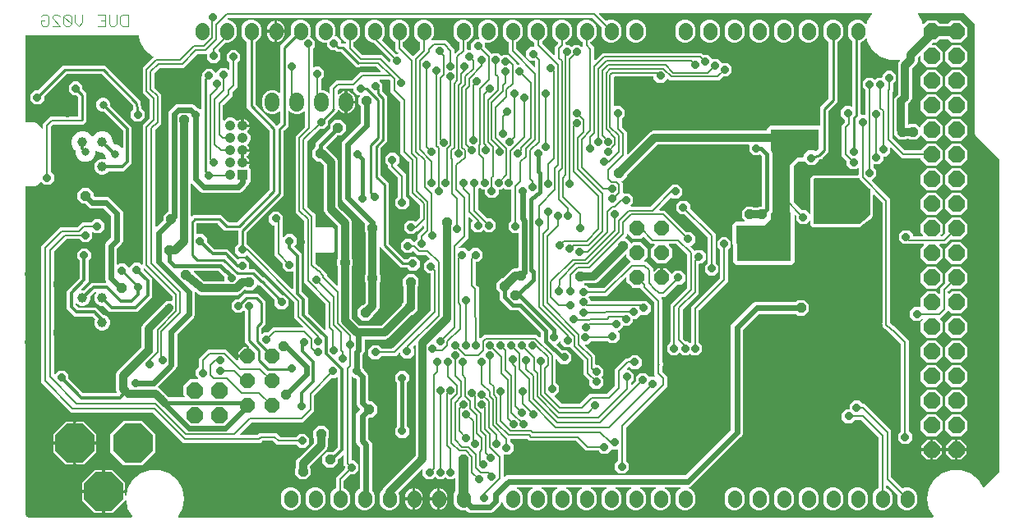
<source format=gbl>
G04 EAGLE Gerber RS-274X export*
G75*
%MOMM*%
%FSLAX34Y34*%
%LPD*%
%INBottom Copper*%
%IPPOS*%
%AMOC8*
5,1,8,0,0,1.08239X$1,22.5*%
G01*
%ADD10C,0.101600*%
%ADD11P,1.677704X8X292.500000*%
%ADD12C,1.422400*%
%ADD13P,4.329560X8X202.500000*%
%ADD14P,4.329560X8X112.500000*%
%ADD15C,1.950000*%
%ADD16P,1.814519X8X292.500000*%
%ADD17C,1.257200*%
%ADD18C,1.270000*%
%ADD19P,1.677704X8X112.500000*%
%ADD20P,1.814519X8X202.500000*%
%ADD21R,1.057200X1.057200*%
%ADD22C,1.057200*%
%ADD23C,1.500000*%
%ADD24C,1.000000*%
%ADD25C,1.016000*%
%ADD26C,0.812800*%
%ADD27P,1.099708X8X22.500000*%
%ADD28C,0.203200*%
%ADD29P,0.879767X8X22.500000*%
%ADD30C,0.304800*%
%ADD31C,0.406400*%
%ADD32C,0.609600*%
%ADD33C,0.457200*%
%ADD34C,0.254000*%
%ADD35C,0.812800*%

G36*
X115403Y6366D02*
X115403Y6366D01*
X115498Y6375D01*
X115524Y6386D01*
X115552Y6390D01*
X115636Y6435D01*
X115723Y6473D01*
X115744Y6492D01*
X115769Y6506D01*
X115835Y6574D01*
X115906Y6639D01*
X115919Y6663D01*
X115939Y6684D01*
X115979Y6770D01*
X116025Y6854D01*
X116030Y6881D01*
X116042Y6907D01*
X116053Y7002D01*
X116070Y7095D01*
X116066Y7123D01*
X116069Y7151D01*
X116049Y7245D01*
X116036Y7339D01*
X116022Y7371D01*
X116017Y7392D01*
X116000Y7420D01*
X115968Y7493D01*
X111546Y15153D01*
X110093Y23392D01*
X110091Y23397D01*
X110091Y23402D01*
X110051Y23512D01*
X110012Y23624D01*
X110009Y23628D01*
X110007Y23633D01*
X109934Y23725D01*
X109861Y23818D01*
X109856Y23821D01*
X109853Y23825D01*
X109753Y23890D01*
X109656Y23954D01*
X109651Y23955D01*
X109646Y23958D01*
X109532Y23987D01*
X109418Y24017D01*
X109413Y24017D01*
X109408Y24018D01*
X109291Y24009D01*
X109173Y24002D01*
X109168Y24000D01*
X109162Y23999D01*
X109055Y23954D01*
X108945Y23908D01*
X108941Y23905D01*
X108936Y23903D01*
X108805Y23798D01*
X95994Y10987D01*
X88391Y10987D01*
X88391Y21183D01*
X88372Y21298D01*
X88355Y21414D01*
X88352Y21420D01*
X88351Y21426D01*
X88297Y21529D01*
X88244Y21634D01*
X88239Y21638D01*
X88236Y21644D01*
X88151Y21724D01*
X88068Y21806D01*
X88062Y21809D01*
X88058Y21813D01*
X88041Y21821D01*
X87921Y21887D01*
X87159Y22202D01*
X87071Y22223D01*
X86984Y22252D01*
X86951Y22251D01*
X86920Y22259D01*
X86829Y22250D01*
X86738Y22249D01*
X86698Y22238D01*
X86675Y22235D01*
X86646Y22222D01*
X86577Y22202D01*
X85815Y21887D01*
X85716Y21825D01*
X85615Y21765D01*
X85611Y21760D01*
X85606Y21757D01*
X85531Y21668D01*
X85455Y21578D01*
X85453Y21572D01*
X85449Y21568D01*
X85407Y21459D01*
X85363Y21350D01*
X85362Y21343D01*
X85361Y21338D01*
X85360Y21319D01*
X85345Y21183D01*
X85345Y10987D01*
X77742Y10987D01*
X64835Y23894D01*
X64835Y31497D01*
X65688Y31497D01*
X65708Y31500D01*
X65727Y31498D01*
X65829Y31520D01*
X65931Y31537D01*
X65948Y31546D01*
X65968Y31550D01*
X66057Y31603D01*
X66148Y31652D01*
X66162Y31666D01*
X66179Y31676D01*
X66246Y31755D01*
X66318Y31830D01*
X66326Y31848D01*
X66339Y31863D01*
X66378Y31959D01*
X66421Y32053D01*
X66423Y32073D01*
X66431Y32091D01*
X66449Y32258D01*
X66449Y33782D01*
X66448Y33791D01*
X66448Y33795D01*
X66446Y33804D01*
X66448Y33821D01*
X66426Y33923D01*
X66410Y34025D01*
X66400Y34042D01*
X66396Y34062D01*
X66343Y34151D01*
X66294Y34242D01*
X66280Y34256D01*
X66270Y34273D01*
X66191Y34340D01*
X66116Y34411D01*
X66098Y34420D01*
X66083Y34433D01*
X65987Y34472D01*
X65893Y34515D01*
X65873Y34517D01*
X65855Y34525D01*
X65688Y34543D01*
X64835Y34543D01*
X64835Y42146D01*
X77742Y55053D01*
X85345Y55053D01*
X85345Y44857D01*
X85364Y44742D01*
X85381Y44626D01*
X85384Y44620D01*
X85385Y44614D01*
X85439Y44511D01*
X85492Y44406D01*
X85497Y44402D01*
X85500Y44396D01*
X85585Y44316D01*
X85668Y44234D01*
X85674Y44231D01*
X85678Y44227D01*
X85695Y44219D01*
X85815Y44153D01*
X86577Y43838D01*
X86665Y43817D01*
X86752Y43788D01*
X86785Y43789D01*
X86816Y43781D01*
X86907Y43790D01*
X86998Y43791D01*
X87038Y43802D01*
X87061Y43805D01*
X87090Y43818D01*
X87159Y43838D01*
X87921Y44153D01*
X88020Y44215D01*
X88121Y44275D01*
X88125Y44280D01*
X88130Y44283D01*
X88205Y44372D01*
X88281Y44462D01*
X88283Y44468D01*
X88287Y44472D01*
X88329Y44581D01*
X88373Y44690D01*
X88374Y44697D01*
X88375Y44702D01*
X88376Y44721D01*
X88391Y44857D01*
X88391Y55053D01*
X95994Y55053D01*
X108901Y42146D01*
X108901Y34543D01*
X108048Y34543D01*
X108028Y34540D01*
X108009Y34542D01*
X107907Y34520D01*
X107805Y34503D01*
X107788Y34494D01*
X107768Y34490D01*
X107679Y34437D01*
X107588Y34388D01*
X107574Y34374D01*
X107557Y34364D01*
X107490Y34285D01*
X107418Y34210D01*
X107410Y34192D01*
X107397Y34177D01*
X107358Y34081D01*
X107315Y33987D01*
X107313Y33967D01*
X107305Y33949D01*
X107287Y33782D01*
X107287Y32258D01*
X107290Y32238D01*
X107288Y32219D01*
X107310Y32117D01*
X107326Y32015D01*
X107336Y31998D01*
X107340Y31978D01*
X107393Y31889D01*
X107442Y31798D01*
X107456Y31784D01*
X107466Y31767D01*
X107545Y31700D01*
X107620Y31629D01*
X107638Y31620D01*
X107653Y31607D01*
X107749Y31568D01*
X107843Y31525D01*
X107863Y31523D01*
X107881Y31515D01*
X108048Y31497D01*
X108901Y31497D01*
X108901Y29347D01*
X108910Y29290D01*
X108909Y29233D01*
X108930Y29170D01*
X108940Y29104D01*
X108967Y29054D01*
X108985Y28999D01*
X109024Y28945D01*
X109056Y28887D01*
X109097Y28847D01*
X109131Y28801D01*
X109186Y28763D01*
X109234Y28717D01*
X109286Y28693D01*
X109333Y28660D01*
X109397Y28642D01*
X109457Y28614D01*
X109514Y28607D01*
X109569Y28591D01*
X109635Y28594D01*
X109701Y28587D01*
X109757Y28599D01*
X109815Y28601D01*
X109877Y28625D01*
X109942Y28639D01*
X109991Y28668D01*
X110044Y28689D01*
X110096Y28731D01*
X110153Y28765D01*
X110190Y28809D01*
X110234Y28845D01*
X110270Y28901D01*
X110313Y28952D01*
X110334Y29005D01*
X110365Y29054D01*
X110393Y29151D01*
X110405Y29180D01*
X110407Y29198D01*
X110412Y29215D01*
X111546Y35647D01*
X116749Y44659D01*
X124719Y51347D01*
X134497Y54906D01*
X144903Y54906D01*
X154681Y51347D01*
X162651Y44659D01*
X167854Y35647D01*
X169661Y25400D01*
X167854Y15153D01*
X163432Y7493D01*
X163398Y7404D01*
X163358Y7317D01*
X163355Y7289D01*
X163345Y7263D01*
X163341Y7167D01*
X163331Y7073D01*
X163337Y7045D01*
X163336Y7017D01*
X163363Y6925D01*
X163383Y6832D01*
X163397Y6808D01*
X163405Y6781D01*
X163460Y6703D01*
X163509Y6621D01*
X163530Y6603D01*
X163547Y6580D01*
X163623Y6523D01*
X163696Y6461D01*
X163722Y6451D01*
X163745Y6434D01*
X163835Y6405D01*
X163924Y6369D01*
X163959Y6365D01*
X163979Y6359D01*
X164012Y6359D01*
X164091Y6351D01*
X940809Y6351D01*
X940903Y6366D01*
X940998Y6375D01*
X941024Y6386D01*
X941052Y6390D01*
X941136Y6435D01*
X941223Y6473D01*
X941244Y6492D01*
X941269Y6506D01*
X941335Y6574D01*
X941406Y6639D01*
X941419Y6663D01*
X941439Y6684D01*
X941479Y6770D01*
X941525Y6854D01*
X941530Y6881D01*
X941542Y6907D01*
X941553Y7002D01*
X941570Y7095D01*
X941566Y7123D01*
X941569Y7151D01*
X941549Y7245D01*
X941536Y7339D01*
X941522Y7371D01*
X941517Y7392D01*
X941500Y7420D01*
X941468Y7493D01*
X937046Y15153D01*
X935239Y25400D01*
X937046Y35647D01*
X942249Y44659D01*
X950219Y51347D01*
X959997Y54906D01*
X970403Y54906D01*
X980181Y51347D01*
X988151Y44659D01*
X992313Y37450D01*
X992388Y37358D01*
X992463Y37265D01*
X992467Y37263D01*
X992469Y37260D01*
X992570Y37197D01*
X992670Y37132D01*
X992674Y37131D01*
X992678Y37129D01*
X992793Y37101D01*
X992908Y37072D01*
X992913Y37072D01*
X992917Y37071D01*
X993036Y37082D01*
X993154Y37091D01*
X993157Y37093D01*
X993162Y37093D01*
X993272Y37142D01*
X993380Y37187D01*
X993384Y37190D01*
X993387Y37192D01*
X993397Y37201D01*
X993511Y37292D01*
X1009426Y53208D01*
X1009479Y53282D01*
X1009539Y53351D01*
X1009551Y53381D01*
X1009570Y53407D01*
X1009597Y53494D01*
X1009631Y53579D01*
X1009635Y53620D01*
X1009642Y53642D01*
X1009641Y53675D01*
X1009649Y53746D01*
X1009649Y375514D01*
X1009635Y375604D01*
X1009627Y375695D01*
X1009615Y375725D01*
X1009610Y375757D01*
X1009567Y375838D01*
X1009531Y375921D01*
X1009505Y375954D01*
X1009494Y375974D01*
X1009471Y375996D01*
X1009426Y376052D01*
X987110Y398369D01*
X985216Y400263D01*
X984249Y402597D01*
X984249Y515214D01*
X984235Y515304D01*
X984227Y515395D01*
X984215Y515425D01*
X984210Y515457D01*
X984167Y515538D01*
X984131Y515621D01*
X984105Y515654D01*
X984094Y515674D01*
X984071Y515696D01*
X984026Y515752D01*
X972952Y526826D01*
X972878Y526879D01*
X972809Y526939D01*
X972779Y526951D01*
X972753Y526970D01*
X972666Y526997D01*
X972581Y527031D01*
X972540Y527035D01*
X972518Y527042D01*
X972485Y527041D01*
X972414Y527049D01*
X926091Y527049D01*
X925997Y527034D01*
X925902Y527025D01*
X925876Y527014D01*
X925848Y527010D01*
X925764Y526965D01*
X925677Y526927D01*
X925656Y526908D01*
X925631Y526894D01*
X925565Y526826D01*
X925494Y526761D01*
X925481Y526737D01*
X925461Y526716D01*
X925421Y526630D01*
X925375Y526546D01*
X925370Y526519D01*
X925358Y526493D01*
X925347Y526398D01*
X925330Y526305D01*
X925334Y526277D01*
X925331Y526249D01*
X925351Y526155D01*
X925364Y526061D01*
X925378Y526029D01*
X925383Y526008D01*
X925385Y526005D01*
X925400Y525980D01*
X925432Y525907D01*
X929854Y518247D01*
X930204Y516263D01*
X930206Y516258D01*
X930206Y516253D01*
X930246Y516142D01*
X930285Y516031D01*
X930288Y516027D01*
X930290Y516022D01*
X930364Y515930D01*
X930436Y515837D01*
X930441Y515834D01*
X930444Y515830D01*
X930544Y515766D01*
X930641Y515701D01*
X930646Y515700D01*
X930651Y515697D01*
X930765Y515668D01*
X930879Y515638D01*
X930884Y515638D01*
X930889Y515637D01*
X931006Y515646D01*
X931124Y515654D01*
X931129Y515656D01*
X931135Y515656D01*
X931242Y515702D01*
X931352Y515747D01*
X931356Y515751D01*
X931361Y515753D01*
X931492Y515857D01*
X935065Y519431D01*
X944535Y519431D01*
X947614Y516352D01*
X947688Y516299D01*
X947757Y516239D01*
X947787Y516227D01*
X947814Y516208D01*
X947900Y516181D01*
X947985Y516147D01*
X948026Y516143D01*
X948049Y516136D01*
X948081Y516137D01*
X948152Y516129D01*
X956848Y516129D01*
X956938Y516143D01*
X957029Y516151D01*
X957059Y516163D01*
X957091Y516168D01*
X957171Y516211D01*
X957255Y516247D01*
X957287Y516273D01*
X957308Y516284D01*
X957330Y516307D01*
X957386Y516352D01*
X960465Y519431D01*
X969935Y519431D01*
X976631Y512735D01*
X976631Y503265D01*
X969935Y496569D01*
X960465Y496569D01*
X957386Y499648D01*
X957312Y499701D01*
X957243Y499761D01*
X957213Y499773D01*
X957186Y499792D01*
X957100Y499819D01*
X957015Y499853D01*
X956974Y499857D01*
X956951Y499864D01*
X956919Y499863D01*
X956848Y499871D01*
X948152Y499871D01*
X948062Y499857D01*
X947971Y499849D01*
X947941Y499837D01*
X947909Y499832D01*
X947829Y499789D01*
X947745Y499753D01*
X947713Y499727D01*
X947692Y499716D01*
X947670Y499693D01*
X947614Y499648D01*
X944535Y496569D01*
X941792Y496569D01*
X941702Y496555D01*
X941611Y496547D01*
X941581Y496535D01*
X941549Y496530D01*
X941468Y496487D01*
X941384Y496451D01*
X941352Y496425D01*
X941331Y496414D01*
X941309Y496391D01*
X941253Y496346D01*
X940237Y495330D01*
X940195Y495272D01*
X940146Y495220D01*
X940124Y495173D01*
X940094Y495131D01*
X940073Y495062D01*
X940042Y494997D01*
X940037Y494945D01*
X940021Y494895D01*
X940023Y494824D01*
X940015Y494753D01*
X940026Y494702D01*
X940028Y494650D01*
X940052Y494582D01*
X940067Y494512D01*
X940094Y494467D01*
X940112Y494419D01*
X940157Y494363D01*
X940194Y494301D01*
X940233Y494267D01*
X940266Y494227D01*
X940326Y494188D01*
X940381Y494141D01*
X940429Y494122D01*
X940473Y494094D01*
X940542Y494076D01*
X940609Y494049D01*
X940680Y494041D01*
X940711Y494033D01*
X940735Y494035D01*
X940775Y494031D01*
X944535Y494031D01*
X951231Y487335D01*
X951231Y477865D01*
X944535Y471169D01*
X935065Y471169D01*
X928369Y477865D01*
X928369Y481625D01*
X928358Y481695D01*
X928356Y481767D01*
X928338Y481816D01*
X928330Y481867D01*
X928296Y481931D01*
X928271Y481998D01*
X928239Y482039D01*
X928214Y482085D01*
X928162Y482134D01*
X928118Y482190D01*
X928074Y482218D01*
X928036Y482254D01*
X927971Y482284D01*
X927911Y482323D01*
X927860Y482336D01*
X927813Y482358D01*
X927742Y482366D01*
X927672Y482383D01*
X927620Y482379D01*
X927569Y482385D01*
X927498Y482370D01*
X927427Y482364D01*
X927379Y482344D01*
X927328Y482333D01*
X927267Y482296D01*
X927201Y482268D01*
X927145Y482223D01*
X927117Y482206D01*
X927102Y482189D01*
X927070Y482163D01*
X925800Y480893D01*
X925747Y480819D01*
X925687Y480749D01*
X925675Y480719D01*
X925656Y480693D01*
X925629Y480606D01*
X925595Y480521D01*
X925591Y480480D01*
X925584Y480458D01*
X925585Y480426D01*
X925577Y480354D01*
X925577Y477121D01*
X924494Y474507D01*
X919704Y469717D01*
X919660Y469656D01*
X919625Y469619D01*
X919618Y469605D01*
X919591Y469573D01*
X919579Y469543D01*
X919560Y469517D01*
X919533Y469430D01*
X919499Y469345D01*
X919495Y469304D01*
X919488Y469282D01*
X919489Y469250D01*
X919481Y469178D01*
X919481Y438513D01*
X918398Y435899D01*
X915640Y433141D01*
X915587Y433067D01*
X915527Y432997D01*
X915515Y432967D01*
X915496Y432941D01*
X915469Y432854D01*
X915435Y432769D01*
X915431Y432728D01*
X915424Y432706D01*
X915425Y432674D01*
X915417Y432602D01*
X915417Y412622D01*
X915428Y412552D01*
X915430Y412480D01*
X915448Y412431D01*
X915456Y412380D01*
X915490Y412316D01*
X915515Y412249D01*
X915547Y412208D01*
X915572Y412162D01*
X915623Y412113D01*
X915668Y412057D01*
X915712Y412029D01*
X915750Y411993D01*
X915815Y411963D01*
X915875Y411924D01*
X915926Y411911D01*
X915973Y411889D01*
X916044Y411881D01*
X916114Y411864D01*
X916166Y411868D01*
X916217Y411862D01*
X916288Y411877D01*
X916359Y411883D01*
X916407Y411903D01*
X916458Y411914D01*
X916519Y411951D01*
X916585Y411979D01*
X916641Y412024D01*
X916669Y412041D01*
X916684Y412058D01*
X916716Y412084D01*
X917129Y412497D01*
X923863Y412497D01*
X927070Y409290D01*
X927128Y409248D01*
X927180Y409199D01*
X927227Y409177D01*
X927269Y409146D01*
X927338Y409125D01*
X927403Y409095D01*
X927455Y409089D01*
X927505Y409074D01*
X927576Y409076D01*
X927647Y409068D01*
X927698Y409079D01*
X927750Y409080D01*
X927818Y409105D01*
X927888Y409120D01*
X927933Y409147D01*
X927981Y409165D01*
X928037Y409210D01*
X928099Y409247D01*
X928133Y409286D01*
X928173Y409319D01*
X928212Y409379D01*
X928259Y409433D01*
X928278Y409482D01*
X928306Y409526D01*
X928324Y409595D01*
X928351Y409662D01*
X928359Y409733D01*
X928367Y409764D01*
X928365Y409787D01*
X928369Y409828D01*
X928369Y411135D01*
X935065Y417831D01*
X944535Y417831D01*
X951231Y411135D01*
X951231Y401665D01*
X944535Y394969D01*
X935065Y394969D01*
X929367Y400667D01*
X929351Y400679D01*
X929339Y400694D01*
X929252Y400750D01*
X929168Y400811D01*
X929149Y400816D01*
X929132Y400827D01*
X929031Y400853D01*
X928933Y400883D01*
X928913Y400882D01*
X928893Y400887D01*
X928790Y400879D01*
X928687Y400877D01*
X928668Y400870D01*
X928648Y400868D01*
X928553Y400828D01*
X928456Y400792D01*
X928440Y400780D01*
X928422Y400772D01*
X928291Y400667D01*
X923863Y396239D01*
X917129Y396239D01*
X916336Y397032D01*
X916262Y397085D01*
X916193Y397145D01*
X916162Y397157D01*
X916136Y397176D01*
X916049Y397203D01*
X915964Y397237D01*
X915923Y397241D01*
X915901Y397248D01*
X915869Y397247D01*
X915798Y397255D01*
X914018Y397255D01*
X913928Y397241D01*
X913837Y397233D01*
X913808Y397221D01*
X913776Y397216D01*
X913695Y397173D01*
X913611Y397137D01*
X913579Y397111D01*
X913558Y397100D01*
X913536Y397077D01*
X913480Y397032D01*
X912687Y396239D01*
X905953Y396239D01*
X901191Y401001D01*
X901191Y437279D01*
X902274Y439893D01*
X905032Y442651D01*
X905085Y442725D01*
X905145Y442795D01*
X905157Y442825D01*
X905176Y442851D01*
X905203Y442938D01*
X905237Y443023D01*
X905241Y443064D01*
X905248Y443086D01*
X905247Y443118D01*
X905255Y443190D01*
X905255Y473855D01*
X906338Y476469D01*
X907064Y477195D01*
X907106Y477253D01*
X907155Y477305D01*
X907177Y477352D01*
X907207Y477394D01*
X907228Y477463D01*
X907259Y477528D01*
X907264Y477580D01*
X907280Y477629D01*
X907278Y477701D01*
X907286Y477772D01*
X907275Y477823D01*
X907273Y477875D01*
X907249Y477943D01*
X907233Y478013D01*
X907207Y478057D01*
X907189Y478106D01*
X907144Y478162D01*
X907107Y478224D01*
X907068Y478258D01*
X907035Y478298D01*
X906975Y478337D01*
X906920Y478384D01*
X906872Y478403D01*
X906828Y478431D01*
X906759Y478449D01*
X906692Y478476D01*
X906621Y478484D01*
X906590Y478491D01*
X906566Y478490D01*
X906525Y478494D01*
X896497Y478494D01*
X886719Y482053D01*
X878749Y488741D01*
X873546Y497753D01*
X873193Y499752D01*
X873192Y499757D01*
X873192Y499762D01*
X873152Y499871D01*
X873112Y499984D01*
X873109Y499988D01*
X873107Y499993D01*
X873034Y500085D01*
X872961Y500178D01*
X872957Y500181D01*
X872953Y500185D01*
X872853Y500249D01*
X872756Y500314D01*
X872751Y500315D01*
X872746Y500318D01*
X872632Y500347D01*
X872518Y500377D01*
X872513Y500377D01*
X872508Y500378D01*
X872391Y500369D01*
X872273Y500362D01*
X872268Y500360D01*
X872263Y500359D01*
X872155Y500313D01*
X872045Y500268D01*
X872041Y500265D01*
X872036Y500263D01*
X871905Y500158D01*
X869356Y497608D01*
X867373Y496787D01*
X867273Y496725D01*
X867173Y496665D01*
X867169Y496661D01*
X867164Y496657D01*
X867089Y496567D01*
X867013Y496478D01*
X867011Y496473D01*
X867007Y496468D01*
X866965Y496359D01*
X866921Y496250D01*
X866920Y496243D01*
X866919Y496238D01*
X866918Y496220D01*
X866903Y496084D01*
X866903Y422402D01*
X866906Y422382D01*
X866904Y422363D01*
X866926Y422261D01*
X866942Y422159D01*
X866952Y422142D01*
X866956Y422122D01*
X867009Y422033D01*
X867058Y421942D01*
X867072Y421928D01*
X867082Y421911D01*
X867161Y421844D01*
X867236Y421772D01*
X867254Y421764D01*
X867269Y421751D01*
X867365Y421712D01*
X867459Y421669D01*
X867479Y421667D01*
X867497Y421659D01*
X867664Y421641D01*
X870966Y421641D01*
X870986Y421644D01*
X871005Y421642D01*
X871107Y421664D01*
X871209Y421680D01*
X871226Y421690D01*
X871246Y421694D01*
X871335Y421747D01*
X871426Y421796D01*
X871440Y421810D01*
X871457Y421820D01*
X871524Y421899D01*
X871596Y421974D01*
X871604Y421992D01*
X871617Y422007D01*
X871656Y422103D01*
X871699Y422197D01*
X871701Y422217D01*
X871709Y422235D01*
X871727Y422402D01*
X871727Y446826D01*
X871713Y446917D01*
X871705Y447007D01*
X871693Y447037D01*
X871688Y447069D01*
X871645Y447150D01*
X871609Y447234D01*
X871583Y447266D01*
X871572Y447287D01*
X871549Y447309D01*
X871504Y447365D01*
X868679Y450190D01*
X868679Y456082D01*
X872846Y460249D01*
X878738Y460249D01*
X880842Y458145D01*
X880858Y458134D01*
X880870Y458118D01*
X880958Y458062D01*
X881041Y458002D01*
X881060Y457996D01*
X881077Y457985D01*
X881178Y457960D01*
X881277Y457929D01*
X881296Y457930D01*
X881316Y457925D01*
X881419Y457933D01*
X881522Y457936D01*
X881541Y457943D01*
X881561Y457944D01*
X881656Y457984D01*
X881753Y458020D01*
X881769Y458033D01*
X881787Y458040D01*
X881918Y458145D01*
X884022Y460249D01*
X888238Y460249D01*
X888258Y460252D01*
X888277Y460250D01*
X888379Y460272D01*
X888481Y460288D01*
X888498Y460298D01*
X888518Y460302D01*
X888607Y460355D01*
X888698Y460404D01*
X888712Y460418D01*
X888729Y460428D01*
X888796Y460507D01*
X888868Y460582D01*
X888876Y460600D01*
X888889Y460615D01*
X888928Y460711D01*
X888971Y460805D01*
X888973Y460825D01*
X888981Y460843D01*
X888999Y461010D01*
X888999Y463194D01*
X893166Y467361D01*
X899058Y467361D01*
X903225Y463194D01*
X903225Y457302D01*
X900400Y454477D01*
X900354Y454413D01*
X900336Y454394D01*
X900332Y454386D01*
X900287Y454333D01*
X900275Y454303D01*
X900256Y454277D01*
X900229Y454190D01*
X900195Y454105D01*
X900191Y454064D01*
X900184Y454042D01*
X900185Y454010D01*
X900177Y453938D01*
X900177Y446372D01*
X899384Y445579D01*
X899331Y445505D01*
X899271Y445436D01*
X899259Y445406D01*
X899240Y445380D01*
X899213Y445293D01*
X899179Y445208D01*
X899175Y445167D01*
X899168Y445144D01*
X899169Y445112D01*
X899161Y445041D01*
X899161Y398747D01*
X899175Y398657D01*
X899183Y398566D01*
X899195Y398536D01*
X899200Y398504D01*
X899243Y398424D01*
X899279Y398340D01*
X899305Y398308D01*
X899316Y398287D01*
X899339Y398265D01*
X899384Y398209D01*
X912305Y385288D01*
X912379Y385235D01*
X912448Y385175D01*
X912478Y385163D01*
X912504Y385144D01*
X912591Y385117D01*
X912676Y385083D01*
X912717Y385079D01*
X912740Y385072D01*
X912772Y385073D01*
X912843Y385065D01*
X927608Y385065D01*
X927628Y385068D01*
X927647Y385066D01*
X927749Y385088D01*
X927851Y385104D01*
X927868Y385114D01*
X927888Y385118D01*
X927977Y385171D01*
X928068Y385220D01*
X928082Y385234D01*
X928099Y385244D01*
X928166Y385323D01*
X928238Y385398D01*
X928246Y385416D01*
X928259Y385431D01*
X928298Y385527D01*
X928341Y385621D01*
X928343Y385641D01*
X928351Y385659D01*
X928358Y385723D01*
X935065Y392431D01*
X944535Y392431D01*
X951231Y385735D01*
X951231Y376265D01*
X944535Y369569D01*
X935065Y369569D01*
X928354Y376281D01*
X928346Y376315D01*
X928330Y376417D01*
X928320Y376434D01*
X928316Y376454D01*
X928263Y376543D01*
X928214Y376634D01*
X928200Y376648D01*
X928190Y376665D01*
X928111Y376732D01*
X928036Y376804D01*
X928018Y376812D01*
X928003Y376825D01*
X927907Y376864D01*
X927813Y376907D01*
X927793Y376909D01*
X927775Y376917D01*
X927608Y376935D01*
X909160Y376935D01*
X898428Y387667D01*
X898370Y387709D01*
X898318Y387759D01*
X898271Y387781D01*
X898229Y387811D01*
X898160Y387832D01*
X898095Y387862D01*
X898043Y387868D01*
X897993Y387883D01*
X897922Y387881D01*
X897851Y387889D01*
X897800Y387878D01*
X897748Y387877D01*
X897680Y387852D01*
X897610Y387837D01*
X897565Y387810D01*
X897517Y387792D01*
X897461Y387748D01*
X897399Y387711D01*
X897365Y387671D01*
X897325Y387639D01*
X897286Y387578D01*
X897239Y387524D01*
X897220Y387476D01*
X897192Y387432D01*
X897174Y387362D01*
X897147Y387296D01*
X897139Y387224D01*
X897131Y387193D01*
X897133Y387170D01*
X897129Y387129D01*
X897129Y383134D01*
X892962Y378967D01*
X890778Y378967D01*
X890758Y378964D01*
X890739Y378966D01*
X890637Y378944D01*
X890535Y378928D01*
X890518Y378918D01*
X890498Y378914D01*
X890409Y378861D01*
X890318Y378812D01*
X890304Y378798D01*
X890287Y378788D01*
X890220Y378709D01*
X890148Y378634D01*
X890140Y378616D01*
X890127Y378601D01*
X890088Y378505D01*
X890045Y378411D01*
X890043Y378391D01*
X890035Y378373D01*
X890017Y378206D01*
X890017Y375006D01*
X885850Y370839D01*
X880618Y370839D01*
X880598Y370836D01*
X880579Y370838D01*
X880477Y370816D01*
X880375Y370800D01*
X880358Y370790D01*
X880338Y370786D01*
X880249Y370733D01*
X880158Y370684D01*
X880144Y370670D01*
X880127Y370660D01*
X880060Y370581D01*
X879988Y370506D01*
X879980Y370488D01*
X879967Y370473D01*
X879928Y370377D01*
X879885Y370283D01*
X879883Y370263D01*
X879875Y370245D01*
X879857Y370078D01*
X879857Y368006D01*
X879871Y367915D01*
X879879Y367825D01*
X879891Y367795D01*
X879896Y367763D01*
X879939Y367682D01*
X879975Y367598D01*
X880001Y367566D01*
X880012Y367545D01*
X880035Y367523D01*
X880080Y367467D01*
X882905Y364642D01*
X882905Y358750D01*
X878646Y354491D01*
X878634Y354475D01*
X878619Y354462D01*
X878563Y354375D01*
X878502Y354291D01*
X878497Y354272D01*
X878486Y354255D01*
X878460Y354155D01*
X878430Y354056D01*
X878431Y354036D01*
X878426Y354017D01*
X878434Y353914D01*
X878436Y353810D01*
X878443Y353792D01*
X878445Y353772D01*
X878485Y353677D01*
X878521Y353579D01*
X878533Y353564D01*
X878541Y353545D01*
X878646Y353414D01*
X894525Y337536D01*
X897129Y334932D01*
X897129Y207399D01*
X897147Y207287D01*
X897162Y207175D01*
X897167Y207166D01*
X897168Y207156D01*
X897221Y207056D01*
X897272Y206955D01*
X897280Y206946D01*
X897284Y206939D01*
X897301Y206922D01*
X897384Y206830D01*
X903537Y201361D01*
X903595Y201324D01*
X903648Y201279D01*
X903699Y201259D01*
X903745Y201229D01*
X903812Y201213D01*
X903871Y201189D01*
X904982Y200079D01*
X904996Y200069D01*
X905014Y200048D01*
X906196Y198998D01*
X906200Y198988D01*
X906212Y198934D01*
X906248Y198875D01*
X906275Y198812D01*
X906322Y198752D01*
X906339Y198724D01*
X906356Y198710D01*
X906380Y198681D01*
X913829Y191232D01*
X916433Y188628D01*
X916433Y95718D01*
X916447Y95627D01*
X916455Y95537D01*
X916467Y95507D01*
X916472Y95475D01*
X916515Y95394D01*
X916551Y95310D01*
X916577Y95278D01*
X916588Y95257D01*
X916611Y95235D01*
X916656Y95179D01*
X919481Y92354D01*
X919481Y86462D01*
X915314Y82295D01*
X909422Y82295D01*
X905255Y86462D01*
X905255Y92354D01*
X908080Y95179D01*
X908133Y95253D01*
X908193Y95323D01*
X908205Y95353D01*
X908224Y95379D01*
X908251Y95466D01*
X908285Y95551D01*
X908289Y95592D01*
X908296Y95614D01*
X908295Y95646D01*
X908303Y95718D01*
X908303Y184945D01*
X908289Y185035D01*
X908281Y185126D01*
X908269Y185156D01*
X908264Y185188D01*
X908221Y185268D01*
X908185Y185352D01*
X908159Y185384D01*
X908148Y185405D01*
X908125Y185427D01*
X908080Y185483D01*
X899434Y194129D01*
X899421Y194139D01*
X899402Y194160D01*
X891735Y200975D01*
X891677Y201012D01*
X891624Y201057D01*
X891573Y201077D01*
X891527Y201107D01*
X891460Y201123D01*
X891401Y201147D01*
X890290Y202257D01*
X890277Y202267D01*
X890258Y202288D01*
X889077Y203338D01*
X889072Y203348D01*
X889060Y203402D01*
X889024Y203461D01*
X888999Y203519D01*
X888999Y205090D01*
X888997Y205107D01*
X888998Y205135D01*
X888905Y206712D01*
X888909Y206723D01*
X888939Y206769D01*
X888955Y206836D01*
X888981Y206900D01*
X888989Y206976D01*
X888997Y207008D01*
X888995Y207030D01*
X888999Y207067D01*
X888999Y331249D01*
X888985Y331339D01*
X888977Y331430D01*
X888965Y331460D01*
X888960Y331492D01*
X888917Y331572D01*
X888881Y331656D01*
X888855Y331688D01*
X888844Y331709D01*
X888821Y331731D01*
X888776Y331787D01*
X880902Y339661D01*
X880844Y339703D01*
X880792Y339753D01*
X880745Y339775D01*
X880703Y339805D01*
X880634Y339826D01*
X880569Y339856D01*
X880517Y339862D01*
X880467Y339877D01*
X880396Y339875D01*
X880325Y339883D01*
X880274Y339872D01*
X880222Y339871D01*
X880154Y339846D01*
X880084Y339831D01*
X880040Y339804D01*
X879991Y339786D01*
X879935Y339742D01*
X879873Y339705D01*
X879839Y339665D01*
X879799Y339633D01*
X879760Y339572D01*
X879713Y339518D01*
X879694Y339470D01*
X879666Y339426D01*
X879648Y339356D01*
X879621Y339290D01*
X879613Y339218D01*
X879605Y339187D01*
X879607Y339164D01*
X879603Y339123D01*
X879603Y317235D01*
X878569Y316201D01*
X878541Y316163D01*
X878507Y316131D01*
X878470Y316064D01*
X878425Y316002D01*
X878411Y315957D01*
X878389Y315915D01*
X878359Y315786D01*
X878353Y315766D01*
X878353Y315760D01*
X878351Y315752D01*
X878348Y315727D01*
X877178Y314803D01*
X877158Y314781D01*
X877111Y314744D01*
X876057Y313689D01*
X876032Y313689D01*
X875985Y313682D01*
X875938Y313684D01*
X875865Y313662D01*
X875789Y313650D01*
X875747Y313628D01*
X875702Y313614D01*
X875590Y313544D01*
X875571Y313534D01*
X875567Y313530D01*
X875560Y313526D01*
X867526Y307183D01*
X867506Y307161D01*
X867459Y307124D01*
X866405Y306069D01*
X866380Y306069D01*
X866333Y306062D01*
X866286Y306064D01*
X866213Y306042D01*
X866137Y306030D01*
X866095Y306008D01*
X866050Y305994D01*
X865937Y305924D01*
X865919Y305914D01*
X865915Y305910D01*
X865908Y305906D01*
X865888Y305890D01*
X864407Y306064D01*
X864377Y306063D01*
X864318Y306069D01*
X817615Y306069D01*
X815085Y308599D01*
X815085Y311953D01*
X815074Y312023D01*
X815072Y312095D01*
X815054Y312144D01*
X815046Y312195D01*
X815012Y312259D01*
X814987Y312326D01*
X814955Y312367D01*
X814930Y312413D01*
X814878Y312462D01*
X814834Y312518D01*
X814790Y312546D01*
X814752Y312582D01*
X814687Y312612D01*
X814627Y312651D01*
X814576Y312664D01*
X814529Y312686D01*
X814458Y312694D01*
X814388Y312711D01*
X814336Y312707D01*
X814285Y312713D01*
X814214Y312698D01*
X814143Y312692D01*
X814095Y312672D01*
X814044Y312661D01*
X813983Y312624D01*
X813917Y312596D01*
X813861Y312551D01*
X813833Y312534D01*
X813818Y312517D01*
X813786Y312491D01*
X810361Y309066D01*
X804469Y309066D01*
X800302Y313233D01*
X800302Y317228D01*
X800288Y317318D01*
X800280Y317409D01*
X800268Y317439D01*
X800262Y317471D01*
X800220Y317551D01*
X800184Y317635D01*
X800158Y317668D01*
X800147Y317688D01*
X800124Y317710D01*
X800079Y317766D01*
X799641Y318205D01*
X799581Y318247D01*
X799528Y318298D01*
X799482Y318319D01*
X799441Y318348D01*
X799371Y318370D01*
X799304Y318400D01*
X799254Y318406D01*
X799206Y318420D01*
X799132Y318419D01*
X799059Y318426D01*
X799011Y318415D01*
X798960Y318414D01*
X798891Y318389D01*
X798819Y318373D01*
X798776Y318347D01*
X798729Y318330D01*
X798672Y318284D01*
X798609Y318246D01*
X798576Y318207D01*
X798537Y318176D01*
X798497Y318114D01*
X798450Y318058D01*
X798431Y318011D01*
X798404Y317969D01*
X798386Y317898D01*
X798359Y317829D01*
X798352Y317761D01*
X798344Y317731D01*
X798346Y317706D01*
X798341Y317662D01*
X798564Y274208D01*
X798577Y274135D01*
X798577Y271797D01*
X798577Y271796D01*
X798577Y271793D01*
X798588Y269686D01*
X797101Y268199D01*
X797100Y268198D01*
X797098Y268197D01*
X795616Y266699D01*
X793511Y266699D01*
X793509Y266699D01*
X793507Y266699D01*
X791211Y266687D01*
X791193Y266693D01*
X791162Y266692D01*
X791094Y266699D01*
X740199Y266699D01*
X740195Y266699D01*
X740188Y266699D01*
X738083Y266668D01*
X736594Y268156D01*
X736591Y268159D01*
X736586Y268164D01*
X735075Y269632D01*
X735075Y271737D01*
X735075Y271741D01*
X735075Y271748D01*
X734603Y303880D01*
X734588Y303964D01*
X734581Y304050D01*
X734567Y304082D01*
X734567Y306281D01*
X734567Y306286D01*
X734567Y306292D01*
X734536Y308397D01*
X736025Y309886D01*
X736027Y309889D01*
X736032Y309894D01*
X737500Y311405D01*
X739605Y311405D01*
X739610Y311405D01*
X739616Y311405D01*
X741816Y311437D01*
X741851Y311423D01*
X741900Y311418D01*
X741925Y311410D01*
X741956Y311412D01*
X742018Y311405D01*
X746634Y311405D01*
X746704Y311416D01*
X746776Y311418D01*
X746825Y311436D01*
X746876Y311444D01*
X746940Y311478D01*
X747007Y311503D01*
X747048Y311535D01*
X747094Y311560D01*
X747143Y311612D01*
X747199Y311656D01*
X747227Y311700D01*
X747263Y311738D01*
X747293Y311803D01*
X747332Y311863D01*
X747345Y311914D01*
X747367Y311961D01*
X747375Y312032D01*
X747392Y312102D01*
X747388Y312154D01*
X747394Y312205D01*
X747379Y312276D01*
X747373Y312347D01*
X747353Y312395D01*
X747342Y312446D01*
X747305Y312507D01*
X747277Y312573D01*
X747232Y312629D01*
X747215Y312657D01*
X747198Y312672D01*
X747172Y312704D01*
X744219Y315657D01*
X744219Y322391D01*
X748981Y327153D01*
X755715Y327153D01*
X756508Y326360D01*
X756582Y326307D01*
X756651Y326247D01*
X756682Y326235D01*
X756708Y326216D01*
X756795Y326189D01*
X756880Y326155D01*
X756921Y326151D01*
X756943Y326144D01*
X756975Y326145D01*
X757046Y326137D01*
X759842Y326137D01*
X759932Y326151D01*
X760023Y326159D01*
X760052Y326171D01*
X760084Y326176D01*
X760165Y326219D01*
X760249Y326255D01*
X760281Y326281D01*
X760302Y326292D01*
X760324Y326315D01*
X760380Y326360D01*
X761173Y327153D01*
X764286Y327153D01*
X764306Y327156D01*
X764325Y327154D01*
X764427Y327176D01*
X764529Y327192D01*
X764546Y327202D01*
X764566Y327206D01*
X764655Y327259D01*
X764746Y327308D01*
X764760Y327322D01*
X764777Y327332D01*
X764844Y327411D01*
X764916Y327486D01*
X764924Y327504D01*
X764937Y327519D01*
X764976Y327615D01*
X765019Y327709D01*
X765021Y327729D01*
X765029Y327747D01*
X765047Y327914D01*
X765047Y378580D01*
X765033Y378670D01*
X765025Y378761D01*
X765013Y378791D01*
X765008Y378823D01*
X764965Y378903D01*
X764929Y378987D01*
X764903Y379020D01*
X764892Y379040D01*
X764869Y379062D01*
X764850Y379087D01*
X764846Y379093D01*
X764842Y379096D01*
X764824Y379118D01*
X763467Y380476D01*
X763451Y380487D01*
X763439Y380503D01*
X763351Y380559D01*
X763267Y380619D01*
X763248Y380625D01*
X763232Y380636D01*
X763131Y380661D01*
X763032Y380692D01*
X763012Y380691D01*
X762993Y380696D01*
X762890Y380688D01*
X762786Y380685D01*
X762768Y380678D01*
X762748Y380677D01*
X762653Y380636D01*
X762555Y380601D01*
X762540Y380588D01*
X762522Y380580D01*
X762391Y380476D01*
X761898Y379983D01*
X756006Y379983D01*
X751839Y384150D01*
X751839Y390166D01*
X751852Y390193D01*
X751857Y390245D01*
X751873Y390294D01*
X751871Y390366D01*
X751879Y390437D01*
X751868Y390488D01*
X751866Y390540D01*
X751842Y390608D01*
X751827Y390678D01*
X751800Y390722D01*
X751782Y390771D01*
X751737Y390827D01*
X751700Y390889D01*
X751661Y390923D01*
X751628Y390963D01*
X751568Y391002D01*
X751513Y391049D01*
X751465Y391068D01*
X751422Y391096D01*
X751352Y391114D01*
X751285Y391141D01*
X751214Y391149D01*
X751183Y391157D01*
X751160Y391155D01*
X751119Y391159D01*
X657566Y391159D01*
X657475Y391145D01*
X657385Y391137D01*
X657355Y391125D01*
X657323Y391120D01*
X657242Y391077D01*
X657158Y391041D01*
X657126Y391015D01*
X657105Y391004D01*
X657083Y390981D01*
X657027Y390936D01*
X626080Y359989D01*
X626027Y359915D01*
X625967Y359845D01*
X625955Y359815D01*
X625936Y359789D01*
X625909Y359702D01*
X625875Y359617D01*
X625871Y359576D01*
X625864Y359554D01*
X625865Y359522D01*
X625857Y359450D01*
X625857Y358329D01*
X621066Y353538D01*
X621060Y353536D01*
X621008Y353528D01*
X620945Y353494D01*
X620877Y353469D01*
X620837Y353437D01*
X620791Y353412D01*
X620741Y353360D01*
X620685Y353316D01*
X620657Y353272D01*
X620621Y353234D01*
X620591Y353169D01*
X620552Y353109D01*
X620540Y353058D01*
X620518Y353011D01*
X620510Y352940D01*
X620492Y352870D01*
X620496Y352818D01*
X620491Y352767D01*
X620506Y352696D01*
X620512Y352625D01*
X620532Y352577D01*
X620543Y352526D01*
X620580Y352465D01*
X620608Y352399D01*
X620653Y352343D01*
X620669Y352315D01*
X620687Y352300D01*
X620713Y352268D01*
X621793Y351188D01*
X621793Y341630D01*
X621796Y341610D01*
X621794Y341591D01*
X621816Y341489D01*
X621832Y341387D01*
X621842Y341370D01*
X621846Y341350D01*
X621899Y341261D01*
X621948Y341170D01*
X621962Y341156D01*
X621972Y341139D01*
X622051Y341072D01*
X622126Y341000D01*
X622144Y340992D01*
X622159Y340979D01*
X622255Y340940D01*
X622349Y340897D01*
X622369Y340895D01*
X622387Y340887D01*
X622554Y340869D01*
X628040Y340869D01*
X632207Y336702D01*
X632207Y330810D01*
X629849Y328452D01*
X629807Y328394D01*
X629758Y328342D01*
X629736Y328295D01*
X629706Y328253D01*
X629685Y328184D01*
X629654Y328119D01*
X629649Y328067D01*
X629633Y328017D01*
X629635Y327946D01*
X629627Y327875D01*
X629638Y327824D01*
X629640Y327772D01*
X629664Y327704D01*
X629679Y327634D01*
X629706Y327589D01*
X629724Y327541D01*
X629769Y327485D01*
X629806Y327423D01*
X629845Y327389D01*
X629878Y327349D01*
X629938Y327310D01*
X629993Y327263D01*
X630041Y327244D01*
X630085Y327216D01*
X630154Y327198D01*
X630221Y327171D01*
X630292Y327163D01*
X630323Y327155D01*
X630347Y327157D01*
X630387Y327153D01*
X650273Y327153D01*
X650363Y327167D01*
X650454Y327175D01*
X650484Y327187D01*
X650516Y327192D01*
X650596Y327235D01*
X650680Y327271D01*
X650712Y327297D01*
X650733Y327308D01*
X650755Y327331D01*
X650811Y327376D01*
X668304Y344869D01*
X668357Y344943D01*
X668417Y345012D01*
X668429Y345042D01*
X668448Y345068D01*
X668475Y345155D01*
X668509Y345240D01*
X668513Y345281D01*
X668520Y345304D01*
X668519Y345336D01*
X668527Y345407D01*
X668527Y345592D01*
X672694Y349759D01*
X678586Y349759D01*
X682753Y345592D01*
X682753Y339700D01*
X678586Y335533D01*
X672694Y335533D01*
X672118Y336109D01*
X672102Y336121D01*
X672089Y336136D01*
X672002Y336192D01*
X671918Y336253D01*
X671899Y336258D01*
X671882Y336269D01*
X671782Y336295D01*
X671683Y336325D01*
X671663Y336324D01*
X671644Y336329D01*
X671541Y336321D01*
X671437Y336319D01*
X671419Y336312D01*
X671399Y336310D01*
X671304Y336270D01*
X671206Y336234D01*
X671191Y336222D01*
X671172Y336214D01*
X671041Y336109D01*
X659321Y324388D01*
X659279Y324330D01*
X659229Y324278D01*
X659207Y324231D01*
X659177Y324189D01*
X659156Y324120D01*
X659126Y324055D01*
X659120Y324003D01*
X659105Y323953D01*
X659107Y323882D01*
X659099Y323811D01*
X659110Y323760D01*
X659111Y323708D01*
X659136Y323640D01*
X659151Y323570D01*
X659178Y323526D01*
X659196Y323477D01*
X659240Y323421D01*
X659277Y323359D01*
X659317Y323325D01*
X659349Y323285D01*
X659410Y323246D01*
X659464Y323199D01*
X659512Y323180D01*
X659556Y323152D01*
X659626Y323134D01*
X659692Y323107D01*
X659764Y323099D01*
X659795Y323091D01*
X659818Y323093D01*
X659859Y323089D01*
X665132Y323089D01*
X687261Y300960D01*
X687335Y300907D01*
X687404Y300847D01*
X687434Y300835D01*
X687460Y300816D01*
X687547Y300789D01*
X687632Y300755D01*
X687673Y300751D01*
X687696Y300744D01*
X687728Y300745D01*
X687799Y300737D01*
X691794Y300737D01*
X695961Y296570D01*
X695961Y290678D01*
X691702Y286419D01*
X691690Y286403D01*
X691675Y286390D01*
X691619Y286303D01*
X691558Y286219D01*
X691553Y286200D01*
X691542Y286183D01*
X691516Y286083D01*
X691486Y285984D01*
X691487Y285964D01*
X691482Y285945D01*
X691490Y285842D01*
X691492Y285738D01*
X691499Y285720D01*
X691501Y285700D01*
X691541Y285605D01*
X691577Y285507D01*
X691589Y285492D01*
X691597Y285473D01*
X691702Y285342D01*
X693357Y283688D01*
X695298Y281746D01*
X695315Y281734D01*
X695327Y281719D01*
X695414Y281663D01*
X695498Y281602D01*
X695517Y281597D01*
X695534Y281586D01*
X695634Y281560D01*
X695733Y281530D01*
X695753Y281531D01*
X695773Y281526D01*
X695875Y281534D01*
X695979Y281536D01*
X695998Y281543D01*
X696018Y281545D01*
X696113Y281585D01*
X696210Y281621D01*
X696226Y281633D01*
X696244Y281641D01*
X696375Y281746D01*
X697078Y282449D01*
X702970Y282449D01*
X707137Y278282D01*
X707137Y272390D01*
X702970Y268223D01*
X700786Y268223D01*
X700766Y268220D01*
X700747Y268222D01*
X700645Y268200D01*
X700543Y268184D01*
X700526Y268174D01*
X700506Y268170D01*
X700417Y268117D01*
X700326Y268068D01*
X700312Y268054D01*
X700295Y268044D01*
X700228Y267965D01*
X700156Y267890D01*
X700148Y267872D01*
X700135Y267857D01*
X700096Y267761D01*
X700053Y267667D01*
X700051Y267647D01*
X700043Y267629D01*
X700025Y267462D01*
X700025Y237584D01*
X683484Y221043D01*
X683431Y220969D01*
X683371Y220900D01*
X683359Y220870D01*
X683340Y220844D01*
X683313Y220757D01*
X683279Y220672D01*
X683275Y220631D01*
X683268Y220608D01*
X683269Y220576D01*
X683261Y220505D01*
X683261Y191483D01*
X683275Y191393D01*
X683283Y191302D01*
X683295Y191272D01*
X683300Y191240D01*
X683343Y191160D01*
X683379Y191076D01*
X683405Y191044D01*
X683416Y191023D01*
X683439Y191001D01*
X683484Y190945D01*
X686245Y188184D01*
X686319Y188131D01*
X686388Y188071D01*
X686418Y188059D01*
X686444Y188040D01*
X686531Y188013D01*
X686616Y187979D01*
X686657Y187975D01*
X686680Y187968D01*
X686712Y187969D01*
X686783Y187961D01*
X688746Y187961D01*
X690342Y186365D01*
X690358Y186354D01*
X690370Y186338D01*
X690458Y186282D01*
X690541Y186222D01*
X690560Y186216D01*
X690577Y186205D01*
X690678Y186180D01*
X690777Y186149D01*
X690796Y186150D01*
X690816Y186145D01*
X690919Y186153D01*
X691022Y186156D01*
X691041Y186163D01*
X691061Y186164D01*
X691156Y186204D01*
X691253Y186240D01*
X691269Y186253D01*
X691287Y186260D01*
X691418Y186365D01*
X691672Y186619D01*
X691725Y186693D01*
X691785Y186763D01*
X691797Y186793D01*
X691816Y186819D01*
X691843Y186906D01*
X691877Y186991D01*
X691881Y187032D01*
X691888Y187054D01*
X691887Y187086D01*
X691895Y187158D01*
X691895Y223680D01*
X694499Y226284D01*
X721644Y253429D01*
X721697Y253503D01*
X721757Y253572D01*
X721769Y253602D01*
X721788Y253628D01*
X721815Y253715D01*
X721849Y253800D01*
X721853Y253841D01*
X721860Y253863D01*
X721859Y253896D01*
X721867Y253967D01*
X721867Y282234D01*
X721853Y282325D01*
X721845Y282415D01*
X721833Y282445D01*
X721828Y282477D01*
X721785Y282558D01*
X721749Y282642D01*
X721723Y282674D01*
X721712Y282695D01*
X721689Y282717D01*
X721644Y282773D01*
X718819Y285598D01*
X718819Y291490D01*
X722986Y295657D01*
X728878Y295657D01*
X733045Y291490D01*
X733045Y285598D01*
X730220Y282773D01*
X730167Y282699D01*
X730107Y282629D01*
X730095Y282599D01*
X730076Y282573D01*
X730049Y282486D01*
X730015Y282401D01*
X730011Y282360D01*
X730004Y282338D01*
X730005Y282306D01*
X729997Y282234D01*
X729997Y250284D01*
X727393Y247680D01*
X700248Y220535D01*
X700195Y220461D01*
X700135Y220392D01*
X700123Y220362D01*
X700104Y220336D01*
X700077Y220249D01*
X700043Y220164D01*
X700039Y220123D01*
X700032Y220101D01*
X700033Y220068D01*
X700025Y219997D01*
X700025Y187158D01*
X700039Y187067D01*
X700047Y186977D01*
X700059Y186947D01*
X700064Y186915D01*
X700107Y186834D01*
X700143Y186750D01*
X700169Y186718D01*
X700180Y186697D01*
X700203Y186675D01*
X700248Y186619D01*
X703073Y183794D01*
X703073Y177902D01*
X698906Y173735D01*
X693014Y173735D01*
X691418Y175331D01*
X691402Y175342D01*
X691390Y175358D01*
X691302Y175414D01*
X691219Y175474D01*
X691200Y175480D01*
X691183Y175491D01*
X691082Y175516D01*
X690983Y175547D01*
X690964Y175546D01*
X690944Y175551D01*
X690841Y175543D01*
X690738Y175540D01*
X690719Y175533D01*
X690699Y175532D01*
X690604Y175492D01*
X690507Y175456D01*
X690491Y175443D01*
X690473Y175436D01*
X690342Y175331D01*
X688746Y173735D01*
X682854Y173735D01*
X680750Y175839D01*
X680734Y175850D01*
X680722Y175866D01*
X680634Y175922D01*
X680551Y175982D01*
X680532Y175988D01*
X680515Y175999D01*
X680414Y176024D01*
X680315Y176055D01*
X680296Y176054D01*
X680276Y176059D01*
X680173Y176051D01*
X680070Y176048D01*
X680051Y176041D01*
X680031Y176040D01*
X679936Y176000D01*
X679839Y175964D01*
X679823Y175951D01*
X679805Y175944D01*
X679674Y175839D01*
X677570Y173735D01*
X671678Y173735D01*
X667511Y177902D01*
X667511Y183794D01*
X670336Y186619D01*
X670389Y186693D01*
X670449Y186763D01*
X670461Y186793D01*
X670480Y186819D01*
X670507Y186906D01*
X670541Y186991D01*
X670545Y187032D01*
X670552Y187054D01*
X670551Y187086D01*
X670559Y187158D01*
X670559Y225712D01*
X687608Y242761D01*
X687661Y242835D01*
X687721Y242904D01*
X687733Y242934D01*
X687752Y242960D01*
X687779Y243047D01*
X687813Y243132D01*
X687817Y243173D01*
X687824Y243196D01*
X687823Y243228D01*
X687831Y243299D01*
X687831Y277401D01*
X687817Y277491D01*
X687809Y277582D01*
X687797Y277612D01*
X687792Y277644D01*
X687749Y277724D01*
X687713Y277808D01*
X687687Y277840D01*
X687676Y277861D01*
X687653Y277883D01*
X687608Y277939D01*
X677227Y288320D01*
X677153Y288373D01*
X677084Y288433D01*
X677054Y288445D01*
X677028Y288464D01*
X676941Y288491D01*
X676856Y288525D01*
X676815Y288529D01*
X676792Y288536D01*
X676760Y288535D01*
X676689Y288543D01*
X669636Y288543D01*
X669566Y288532D01*
X669494Y288530D01*
X669445Y288512D01*
X669393Y288504D01*
X669330Y288470D01*
X669263Y288445D01*
X669222Y288413D01*
X669176Y288388D01*
X669127Y288336D01*
X669071Y288292D01*
X669043Y288248D01*
X669007Y288210D01*
X668977Y288145D01*
X668938Y288085D01*
X668925Y288034D01*
X668903Y287987D01*
X668895Y287916D01*
X668878Y287846D01*
X668882Y287794D01*
X668876Y287743D01*
X668891Y287672D01*
X668897Y287601D01*
X668917Y287553D01*
X668928Y287502D01*
X668965Y287441D01*
X668993Y287375D01*
X669038Y287319D01*
X669054Y287291D01*
X669072Y287276D01*
X669098Y287244D01*
X672469Y283873D01*
X672469Y274927D01*
X666143Y268601D01*
X657197Y268601D01*
X650871Y274927D01*
X650871Y283873D01*
X654242Y287244D01*
X654284Y287302D01*
X654333Y287354D01*
X654355Y287401D01*
X654386Y287443D01*
X654407Y287512D01*
X654437Y287577D01*
X654443Y287629D01*
X654458Y287679D01*
X654456Y287750D01*
X654464Y287821D01*
X654453Y287872D01*
X654452Y287924D01*
X654427Y287992D01*
X654412Y288062D01*
X654385Y288107D01*
X654367Y288155D01*
X654322Y288211D01*
X654286Y288273D01*
X654246Y288307D01*
X654213Y288347D01*
X654153Y288386D01*
X654099Y288433D01*
X654050Y288452D01*
X654007Y288480D01*
X653937Y288498D01*
X653870Y288525D01*
X653799Y288533D01*
X653768Y288541D01*
X653745Y288539D01*
X653704Y288543D01*
X650588Y288543D01*
X643475Y295657D01*
X643459Y295668D01*
X643446Y295684D01*
X643359Y295740D01*
X643275Y295800D01*
X643256Y295806D01*
X643239Y295817D01*
X643139Y295842D01*
X643040Y295873D01*
X643020Y295872D01*
X643001Y295877D01*
X642898Y295869D01*
X642794Y295866D01*
X642775Y295859D01*
X642756Y295858D01*
X642661Y295817D01*
X642563Y295782D01*
X642548Y295769D01*
X642529Y295761D01*
X642398Y295657D01*
X640743Y294001D01*
X631797Y294001D01*
X627156Y298642D01*
X627098Y298684D01*
X627046Y298733D01*
X626999Y298755D01*
X626957Y298786D01*
X626888Y298807D01*
X626823Y298837D01*
X626771Y298843D01*
X626721Y298858D01*
X626650Y298856D01*
X626579Y298864D01*
X626528Y298853D01*
X626476Y298852D01*
X626408Y298827D01*
X626338Y298812D01*
X626293Y298785D01*
X626245Y298767D01*
X626189Y298722D01*
X626127Y298686D01*
X626093Y298646D01*
X626053Y298613D01*
X626014Y298553D01*
X625967Y298499D01*
X625948Y298450D01*
X625920Y298407D01*
X625902Y298337D01*
X625875Y298270D01*
X625867Y298199D01*
X625859Y298168D01*
X625861Y298145D01*
X625857Y298104D01*
X625857Y297020D01*
X624269Y295432D01*
X624227Y295374D01*
X624177Y295322D01*
X624155Y295275D01*
X624125Y295233D01*
X624104Y295164D01*
X624074Y295099D01*
X624068Y295047D01*
X624053Y294997D01*
X624055Y294926D01*
X624047Y294855D01*
X624058Y294804D01*
X624059Y294752D01*
X624084Y294684D01*
X624099Y294614D01*
X624126Y294569D01*
X624144Y294521D01*
X624188Y294465D01*
X624225Y294403D01*
X624265Y294369D01*
X624297Y294329D01*
X624358Y294290D01*
X624412Y294243D01*
X624460Y294224D01*
X624504Y294196D01*
X624574Y294178D01*
X624640Y294151D01*
X624712Y294143D01*
X624743Y294135D01*
X624766Y294137D01*
X624807Y294133D01*
X625159Y294133D01*
X629907Y289385D01*
X629923Y289373D01*
X629935Y289358D01*
X630023Y289302D01*
X630107Y289241D01*
X630126Y289236D01*
X630142Y289225D01*
X630243Y289200D01*
X630342Y289169D01*
X630362Y289170D01*
X630381Y289165D01*
X630484Y289173D01*
X630587Y289175D01*
X630606Y289182D01*
X630626Y289184D01*
X630721Y289224D01*
X630818Y289260D01*
X630834Y289272D01*
X630852Y289280D01*
X630983Y289385D01*
X631797Y290199D01*
X640743Y290199D01*
X647069Y283873D01*
X647069Y274927D01*
X643698Y271556D01*
X643656Y271498D01*
X643607Y271446D01*
X643585Y271399D01*
X643554Y271357D01*
X643533Y271288D01*
X643503Y271223D01*
X643497Y271171D01*
X643482Y271121D01*
X643484Y271050D01*
X643476Y270979D01*
X643487Y270928D01*
X643488Y270876D01*
X643513Y270808D01*
X643528Y270738D01*
X643555Y270693D01*
X643573Y270645D01*
X643618Y270589D01*
X643654Y270527D01*
X643694Y270493D01*
X643727Y270453D01*
X643787Y270414D01*
X643841Y270367D01*
X643890Y270348D01*
X643933Y270320D01*
X644003Y270302D01*
X644070Y270275D01*
X644141Y270267D01*
X644172Y270259D01*
X644195Y270261D01*
X644236Y270257D01*
X645828Y270257D01*
X652781Y263304D01*
X652781Y260783D01*
X652792Y260713D01*
X652794Y260641D01*
X652812Y260592D01*
X652820Y260541D01*
X652854Y260477D01*
X652879Y260410D01*
X652911Y260369D01*
X652936Y260323D01*
X652988Y260274D01*
X653032Y260218D01*
X653076Y260190D01*
X653114Y260154D01*
X653179Y260124D01*
X653239Y260085D01*
X653290Y260072D01*
X653337Y260050D01*
X653408Y260042D01*
X653478Y260025D01*
X653530Y260029D01*
X653581Y260023D01*
X653652Y260038D01*
X653723Y260044D01*
X653771Y260064D01*
X653822Y260075D01*
X653883Y260112D01*
X653949Y260140D01*
X654005Y260185D01*
X654033Y260202D01*
X654048Y260219D01*
X654080Y260245D01*
X657618Y263783D01*
X660147Y263783D01*
X660147Y254762D01*
X660150Y254742D01*
X660148Y254723D01*
X660170Y254621D01*
X660187Y254519D01*
X660196Y254502D01*
X660200Y254482D01*
X660253Y254393D01*
X660302Y254302D01*
X660316Y254288D01*
X660326Y254271D01*
X660405Y254204D01*
X660480Y254133D01*
X660498Y254124D01*
X660513Y254111D01*
X660609Y254073D01*
X660703Y254029D01*
X660723Y254027D01*
X660741Y254019D01*
X660908Y254001D01*
X662432Y254001D01*
X662452Y254004D01*
X662471Y254002D01*
X662573Y254024D01*
X662675Y254041D01*
X662692Y254050D01*
X662712Y254054D01*
X662801Y254107D01*
X662892Y254156D01*
X662906Y254170D01*
X662923Y254180D01*
X662990Y254259D01*
X663061Y254334D01*
X663070Y254352D01*
X663083Y254367D01*
X663122Y254463D01*
X663165Y254557D01*
X663167Y254577D01*
X663175Y254595D01*
X663193Y254762D01*
X663193Y263783D01*
X665722Y263783D01*
X671529Y257976D01*
X671545Y257965D01*
X671557Y257949D01*
X671645Y257893D01*
X671728Y257833D01*
X671747Y257827D01*
X671764Y257816D01*
X671865Y257791D01*
X671963Y257760D01*
X671983Y257761D01*
X672003Y257756D01*
X672106Y257764D01*
X672209Y257767D01*
X672228Y257774D01*
X672248Y257775D01*
X672343Y257815D01*
X672440Y257851D01*
X672456Y257864D01*
X672474Y257871D01*
X672605Y257976D01*
X675742Y261113D01*
X681634Y261113D01*
X685801Y256946D01*
X685801Y251054D01*
X681634Y246887D01*
X678655Y246887D01*
X678565Y246873D01*
X678474Y246865D01*
X678444Y246853D01*
X678412Y246848D01*
X678332Y246805D01*
X678248Y246769D01*
X678216Y246743D01*
X678195Y246732D01*
X678173Y246709D01*
X678117Y246664D01*
X665132Y233679D01*
X661891Y233679D01*
X661820Y233668D01*
X661748Y233666D01*
X661700Y233648D01*
X661648Y233640D01*
X661585Y233606D01*
X661517Y233581D01*
X661477Y233549D01*
X661431Y233524D01*
X661381Y233472D01*
X661325Y233428D01*
X661297Y233384D01*
X661261Y233346D01*
X661231Y233281D01*
X661192Y233221D01*
X661180Y233170D01*
X661158Y233123D01*
X661150Y233052D01*
X661132Y232982D01*
X661136Y232930D01*
X661131Y232879D01*
X661146Y232808D01*
X661152Y232737D01*
X661172Y232689D01*
X661183Y232638D01*
X661220Y232577D01*
X661248Y232511D01*
X661293Y232455D01*
X661309Y232427D01*
X661327Y232412D01*
X661353Y232380D01*
X662433Y231300D01*
X662433Y167099D01*
X662447Y167009D01*
X662455Y166918D01*
X662467Y166888D01*
X662472Y166856D01*
X662515Y166776D01*
X662551Y166692D01*
X662577Y166660D01*
X662588Y166639D01*
X662611Y166617D01*
X662656Y166561D01*
X662941Y166276D01*
X662941Y162908D01*
X662656Y162623D01*
X662603Y162549D01*
X662543Y162480D01*
X662531Y162450D01*
X662512Y162424D01*
X662485Y162337D01*
X662451Y162252D01*
X662447Y162211D01*
X662440Y162188D01*
X662441Y162156D01*
X662433Y162085D01*
X662433Y156939D01*
X662447Y156849D01*
X662455Y156758D01*
X662467Y156728D01*
X662472Y156696D01*
X662515Y156616D01*
X662551Y156532D01*
X662577Y156500D01*
X662588Y156479D01*
X662611Y156457D01*
X662656Y156401D01*
X667513Y151544D01*
X667513Y141572D01*
X625064Y99123D01*
X625011Y99049D01*
X624951Y98980D01*
X624939Y98950D01*
X624920Y98924D01*
X624893Y98837D01*
X624859Y98752D01*
X624855Y98711D01*
X624848Y98688D01*
X624849Y98656D01*
X624841Y98585D01*
X624841Y65237D01*
X624855Y65147D01*
X624863Y65056D01*
X624875Y65027D01*
X624880Y64995D01*
X624923Y64914D01*
X624959Y64830D01*
X624985Y64798D01*
X624996Y64777D01*
X625019Y64755D01*
X625064Y64699D01*
X627889Y61874D01*
X627889Y55982D01*
X623722Y51815D01*
X617830Y51815D01*
X613663Y55982D01*
X613663Y61874D01*
X616488Y64699D01*
X616541Y64773D01*
X616601Y64843D01*
X616613Y64873D01*
X616632Y64899D01*
X616659Y64986D01*
X616693Y65071D01*
X616697Y65112D01*
X616704Y65134D01*
X616703Y65166D01*
X616711Y65237D01*
X616711Y75692D01*
X616708Y75712D01*
X616710Y75731D01*
X616688Y75833D01*
X616672Y75935D01*
X616662Y75952D01*
X616658Y75972D01*
X616605Y76061D01*
X616556Y76152D01*
X616542Y76166D01*
X616532Y76183D01*
X616453Y76250D01*
X616378Y76322D01*
X616360Y76330D01*
X616345Y76343D01*
X616249Y76382D01*
X616155Y76425D01*
X616135Y76427D01*
X616117Y76435D01*
X615950Y76453D01*
X610322Y76453D01*
X610231Y76439D01*
X610141Y76431D01*
X610111Y76419D01*
X610079Y76414D01*
X609998Y76371D01*
X609914Y76335D01*
X609882Y76309D01*
X609861Y76298D01*
X609839Y76275D01*
X609783Y76230D01*
X605688Y72135D01*
X599796Y72135D01*
X596971Y74960D01*
X596897Y75013D01*
X596827Y75073D01*
X596797Y75085D01*
X596771Y75104D01*
X596684Y75131D01*
X596599Y75165D01*
X596558Y75169D01*
X596536Y75176D01*
X596504Y75175D01*
X596432Y75183D01*
X583532Y75183D01*
X573595Y85120D01*
X573521Y85173D01*
X573452Y85233D01*
X573422Y85245D01*
X573396Y85264D01*
X573309Y85291D01*
X573224Y85325D01*
X573183Y85329D01*
X573160Y85336D01*
X573128Y85335D01*
X573057Y85343D01*
X525620Y85343D01*
X523811Y87152D01*
X523737Y87205D01*
X523668Y87265D01*
X523638Y87277D01*
X523612Y87296D01*
X523525Y87323D01*
X523440Y87357D01*
X523399Y87361D01*
X523376Y87368D01*
X523344Y87367D01*
X523273Y87375D01*
X506730Y87375D01*
X506710Y87372D01*
X506691Y87374D01*
X506589Y87352D01*
X506487Y87336D01*
X506470Y87326D01*
X506450Y87322D01*
X506361Y87269D01*
X506270Y87220D01*
X506256Y87206D01*
X506239Y87196D01*
X506172Y87117D01*
X506100Y87042D01*
X506092Y87024D01*
X506079Y87009D01*
X506040Y86913D01*
X505997Y86819D01*
X505995Y86799D01*
X505987Y86781D01*
X505969Y86614D01*
X505969Y84542D01*
X505983Y84451D01*
X505991Y84361D01*
X506003Y84331D01*
X506008Y84299D01*
X506051Y84218D01*
X506087Y84134D01*
X506113Y84102D01*
X506124Y84081D01*
X506147Y84059D01*
X506192Y84003D01*
X509017Y81178D01*
X509017Y75286D01*
X504850Y71119D01*
X499618Y71119D01*
X499598Y71116D01*
X499579Y71118D01*
X499477Y71096D01*
X499375Y71080D01*
X499358Y71070D01*
X499338Y71066D01*
X499249Y71013D01*
X499158Y70964D01*
X499144Y70950D01*
X499127Y70940D01*
X499060Y70861D01*
X498988Y70786D01*
X498980Y70768D01*
X498967Y70753D01*
X498928Y70657D01*
X498885Y70563D01*
X498883Y70543D01*
X498875Y70525D01*
X498857Y70358D01*
X498857Y49069D01*
X498868Y48998D01*
X498870Y48926D01*
X498888Y48877D01*
X498896Y48826D01*
X498930Y48763D01*
X498955Y48695D01*
X498987Y48654D01*
X499012Y48608D01*
X499063Y48559D01*
X499108Y48503D01*
X499152Y48475D01*
X499190Y48439D01*
X499255Y48409D01*
X499315Y48370D01*
X499366Y48357D01*
X499413Y48335D01*
X499484Y48328D01*
X499554Y48310D01*
X499606Y48314D01*
X499657Y48308D01*
X499728Y48324D01*
X499799Y48329D01*
X499847Y48350D01*
X499898Y48361D01*
X499959Y48397D01*
X500025Y48426D01*
X500081Y48470D01*
X500109Y48487D01*
X500124Y48505D01*
X500156Y48530D01*
X500483Y48857D01*
X502723Y49785D01*
X686007Y49785D01*
X686097Y49799D01*
X686188Y49807D01*
X686218Y49819D01*
X686250Y49824D01*
X686331Y49867D01*
X686415Y49903D01*
X686447Y49929D01*
X686467Y49940D01*
X686490Y49963D01*
X686546Y50008D01*
X732820Y96282D01*
X732873Y96356D01*
X732933Y96426D01*
X732945Y96456D01*
X732964Y96482D01*
X732991Y96569D01*
X733025Y96654D01*
X733029Y96695D01*
X733036Y96717D01*
X733035Y96749D01*
X733043Y96821D01*
X733043Y203397D01*
X733971Y205638D01*
X756006Y227673D01*
X758247Y228601D01*
X799466Y228601D01*
X799556Y228615D01*
X799647Y228623D01*
X799676Y228635D01*
X799708Y228640D01*
X799789Y228683D01*
X799873Y228719D01*
X799905Y228745D01*
X799926Y228756D01*
X799948Y228779D01*
X800004Y228824D01*
X801813Y230633D01*
X808547Y230633D01*
X813309Y225871D01*
X813309Y219137D01*
X808547Y214375D01*
X801813Y214375D01*
X800004Y216184D01*
X799930Y216237D01*
X799861Y216297D01*
X799830Y216309D01*
X799804Y216328D01*
X799717Y216355D01*
X799632Y216389D01*
X799591Y216393D01*
X799569Y216400D01*
X799537Y216399D01*
X799466Y216407D01*
X762301Y216407D01*
X762211Y216393D01*
X762120Y216385D01*
X762090Y216373D01*
X762058Y216368D01*
X761977Y216325D01*
X761893Y216289D01*
X761861Y216263D01*
X761841Y216252D01*
X761818Y216229D01*
X761762Y216184D01*
X745460Y199882D01*
X745407Y199808D01*
X745347Y199738D01*
X745335Y199708D01*
X745316Y199682D01*
X745289Y199595D01*
X745255Y199510D01*
X745251Y199469D01*
X745244Y199447D01*
X745245Y199415D01*
X745237Y199343D01*
X745237Y92767D01*
X744309Y90526D01*
X742487Y88704D01*
X742486Y88704D01*
X694124Y40342D01*
X692302Y38519D01*
X690334Y37704D01*
X690273Y37667D01*
X690208Y37638D01*
X690169Y37602D01*
X690125Y37575D01*
X690079Y37520D01*
X690026Y37471D01*
X690001Y37426D01*
X689968Y37385D01*
X689942Y37318D01*
X689908Y37256D01*
X689899Y37204D01*
X689880Y37156D01*
X689877Y37084D01*
X689864Y37014D01*
X689872Y36962D01*
X689869Y36910D01*
X689889Y36841D01*
X689900Y36770D01*
X689924Y36724D01*
X689938Y36674D01*
X689979Y36615D01*
X690011Y36551D01*
X690049Y36515D01*
X690078Y36472D01*
X690136Y36429D01*
X690187Y36379D01*
X690250Y36344D01*
X690276Y36325D01*
X690298Y36318D01*
X690334Y36298D01*
X691556Y35792D01*
X694414Y32934D01*
X695961Y29199D01*
X695961Y21601D01*
X694414Y17866D01*
X691556Y15008D01*
X687821Y13461D01*
X683779Y13461D01*
X680044Y15008D01*
X677186Y17866D01*
X675639Y21601D01*
X675639Y29199D01*
X677186Y32934D01*
X680044Y35792D01*
X680853Y36127D01*
X680936Y36178D01*
X681022Y36224D01*
X681040Y36243D01*
X681062Y36256D01*
X681124Y36331D01*
X681191Y36402D01*
X681202Y36426D01*
X681219Y36446D01*
X681254Y36537D01*
X681295Y36625D01*
X681298Y36651D01*
X681307Y36675D01*
X681311Y36773D01*
X681322Y36869D01*
X681316Y36895D01*
X681317Y36921D01*
X681290Y37015D01*
X681270Y37110D01*
X681256Y37132D01*
X681249Y37157D01*
X681193Y37237D01*
X681143Y37321D01*
X681124Y37338D01*
X681109Y37359D01*
X681030Y37418D01*
X680956Y37481D01*
X680932Y37491D01*
X680911Y37506D01*
X680819Y37536D01*
X680728Y37573D01*
X680696Y37576D01*
X680677Y37582D01*
X680644Y37582D01*
X680562Y37591D01*
X665638Y37591D01*
X665542Y37576D01*
X665445Y37566D01*
X665421Y37556D01*
X665396Y37552D01*
X665310Y37506D01*
X665221Y37466D01*
X665201Y37449D01*
X665178Y37436D01*
X665111Y37366D01*
X665040Y37300D01*
X665027Y37277D01*
X665009Y37258D01*
X664968Y37170D01*
X664921Y37084D01*
X664916Y37059D01*
X664905Y37035D01*
X664895Y36938D01*
X664877Y36842D01*
X664881Y36816D01*
X664878Y36791D01*
X664899Y36696D01*
X664913Y36599D01*
X664925Y36576D01*
X664930Y36550D01*
X664980Y36466D01*
X665025Y36380D01*
X665043Y36362D01*
X665057Y36339D01*
X665131Y36276D01*
X665200Y36208D01*
X665229Y36192D01*
X665244Y36179D01*
X665274Y36167D01*
X665347Y36127D01*
X666156Y35792D01*
X669014Y32934D01*
X670561Y29199D01*
X670561Y21601D01*
X669014Y17866D01*
X666156Y15008D01*
X662421Y13461D01*
X658379Y13461D01*
X654644Y15008D01*
X651786Y17866D01*
X650239Y21601D01*
X650239Y29199D01*
X651786Y32934D01*
X654644Y35792D01*
X655453Y36127D01*
X655536Y36178D01*
X655622Y36224D01*
X655640Y36243D01*
X655662Y36256D01*
X655724Y36331D01*
X655791Y36402D01*
X655802Y36426D01*
X655819Y36446D01*
X655854Y36537D01*
X655895Y36625D01*
X655898Y36651D01*
X655907Y36675D01*
X655911Y36773D01*
X655922Y36869D01*
X655916Y36895D01*
X655917Y36921D01*
X655890Y37015D01*
X655870Y37110D01*
X655856Y37132D01*
X655849Y37157D01*
X655793Y37237D01*
X655743Y37321D01*
X655724Y37338D01*
X655709Y37359D01*
X655630Y37418D01*
X655556Y37481D01*
X655532Y37491D01*
X655511Y37506D01*
X655419Y37536D01*
X655328Y37573D01*
X655296Y37576D01*
X655277Y37582D01*
X655244Y37582D01*
X655162Y37591D01*
X640238Y37591D01*
X640142Y37576D01*
X640045Y37566D01*
X640021Y37556D01*
X639996Y37552D01*
X639910Y37506D01*
X639821Y37466D01*
X639801Y37449D01*
X639778Y37436D01*
X639711Y37366D01*
X639640Y37300D01*
X639627Y37277D01*
X639609Y37258D01*
X639568Y37170D01*
X639521Y37084D01*
X639516Y37059D01*
X639505Y37035D01*
X639495Y36938D01*
X639477Y36842D01*
X639481Y36816D01*
X639478Y36791D01*
X639499Y36696D01*
X639513Y36599D01*
X639525Y36576D01*
X639530Y36550D01*
X639580Y36466D01*
X639625Y36380D01*
X639643Y36362D01*
X639657Y36339D01*
X639731Y36276D01*
X639800Y36208D01*
X639829Y36192D01*
X639844Y36179D01*
X639874Y36167D01*
X639947Y36127D01*
X640756Y35792D01*
X643614Y32934D01*
X645161Y29199D01*
X645161Y21601D01*
X643614Y17866D01*
X640756Y15008D01*
X637021Y13461D01*
X632979Y13461D01*
X629244Y15008D01*
X626386Y17866D01*
X624839Y21601D01*
X624839Y29199D01*
X626386Y32934D01*
X629244Y35792D01*
X630053Y36127D01*
X630136Y36178D01*
X630222Y36224D01*
X630240Y36243D01*
X630262Y36256D01*
X630324Y36331D01*
X630391Y36402D01*
X630402Y36426D01*
X630419Y36446D01*
X630454Y36537D01*
X630495Y36625D01*
X630498Y36651D01*
X630507Y36675D01*
X630511Y36773D01*
X630522Y36869D01*
X630516Y36895D01*
X630517Y36921D01*
X630490Y37015D01*
X630470Y37110D01*
X630456Y37132D01*
X630449Y37157D01*
X630393Y37237D01*
X630343Y37321D01*
X630324Y37338D01*
X630309Y37359D01*
X630230Y37418D01*
X630156Y37481D01*
X630132Y37491D01*
X630111Y37506D01*
X630019Y37536D01*
X629928Y37573D01*
X629896Y37576D01*
X629877Y37582D01*
X629844Y37582D01*
X629762Y37591D01*
X614838Y37591D01*
X614742Y37576D01*
X614645Y37566D01*
X614621Y37556D01*
X614596Y37552D01*
X614510Y37506D01*
X614421Y37466D01*
X614401Y37449D01*
X614378Y37436D01*
X614311Y37366D01*
X614240Y37300D01*
X614227Y37277D01*
X614209Y37258D01*
X614168Y37170D01*
X614121Y37084D01*
X614116Y37059D01*
X614105Y37035D01*
X614095Y36938D01*
X614077Y36842D01*
X614081Y36816D01*
X614078Y36791D01*
X614099Y36696D01*
X614113Y36599D01*
X614125Y36576D01*
X614130Y36550D01*
X614180Y36466D01*
X614225Y36380D01*
X614243Y36362D01*
X614257Y36339D01*
X614331Y36276D01*
X614400Y36208D01*
X614429Y36192D01*
X614444Y36179D01*
X614474Y36167D01*
X614547Y36127D01*
X615356Y35792D01*
X618214Y32934D01*
X619761Y29199D01*
X619761Y21601D01*
X618214Y17866D01*
X615356Y15008D01*
X611621Y13461D01*
X607579Y13461D01*
X603844Y15008D01*
X600986Y17866D01*
X599439Y21601D01*
X599439Y29199D01*
X600986Y32934D01*
X603844Y35792D01*
X604653Y36127D01*
X604736Y36178D01*
X604822Y36224D01*
X604840Y36243D01*
X604862Y36256D01*
X604924Y36331D01*
X604991Y36402D01*
X605002Y36426D01*
X605019Y36446D01*
X605054Y36537D01*
X605095Y36625D01*
X605098Y36651D01*
X605107Y36675D01*
X605111Y36773D01*
X605122Y36869D01*
X605116Y36895D01*
X605117Y36921D01*
X605090Y37015D01*
X605070Y37110D01*
X605056Y37132D01*
X605049Y37157D01*
X604993Y37237D01*
X604943Y37321D01*
X604924Y37338D01*
X604909Y37359D01*
X604830Y37418D01*
X604756Y37481D01*
X604732Y37491D01*
X604711Y37506D01*
X604619Y37536D01*
X604528Y37573D01*
X604496Y37576D01*
X604477Y37582D01*
X604444Y37582D01*
X604362Y37591D01*
X589438Y37591D01*
X589342Y37576D01*
X589245Y37566D01*
X589221Y37556D01*
X589196Y37552D01*
X589110Y37506D01*
X589021Y37466D01*
X589001Y37449D01*
X588978Y37436D01*
X588911Y37366D01*
X588840Y37300D01*
X588827Y37277D01*
X588809Y37258D01*
X588768Y37170D01*
X588721Y37084D01*
X588716Y37059D01*
X588705Y37035D01*
X588695Y36938D01*
X588677Y36842D01*
X588681Y36816D01*
X588678Y36791D01*
X588699Y36696D01*
X588713Y36599D01*
X588725Y36576D01*
X588730Y36550D01*
X588780Y36466D01*
X588825Y36380D01*
X588843Y36362D01*
X588857Y36339D01*
X588931Y36276D01*
X589000Y36208D01*
X589029Y36192D01*
X589044Y36179D01*
X589074Y36167D01*
X589147Y36127D01*
X589956Y35792D01*
X592814Y32934D01*
X594361Y29199D01*
X594361Y21601D01*
X592814Y17866D01*
X589956Y15008D01*
X586221Y13461D01*
X582179Y13461D01*
X578444Y15008D01*
X575586Y17866D01*
X574039Y21601D01*
X574039Y29199D01*
X575586Y32934D01*
X578444Y35792D01*
X579253Y36127D01*
X579336Y36178D01*
X579422Y36224D01*
X579440Y36243D01*
X579462Y36256D01*
X579524Y36331D01*
X579591Y36402D01*
X579602Y36426D01*
X579619Y36446D01*
X579654Y36537D01*
X579695Y36625D01*
X579698Y36651D01*
X579707Y36675D01*
X579711Y36773D01*
X579722Y36869D01*
X579716Y36895D01*
X579717Y36921D01*
X579690Y37015D01*
X579670Y37110D01*
X579656Y37132D01*
X579649Y37157D01*
X579593Y37237D01*
X579543Y37321D01*
X579524Y37338D01*
X579509Y37359D01*
X579430Y37418D01*
X579356Y37481D01*
X579332Y37491D01*
X579311Y37506D01*
X579219Y37536D01*
X579128Y37573D01*
X579096Y37576D01*
X579077Y37582D01*
X579044Y37582D01*
X578962Y37591D01*
X564038Y37591D01*
X563942Y37576D01*
X563845Y37566D01*
X563821Y37556D01*
X563796Y37552D01*
X563710Y37506D01*
X563621Y37466D01*
X563601Y37449D01*
X563578Y37436D01*
X563511Y37366D01*
X563440Y37300D01*
X563427Y37277D01*
X563409Y37258D01*
X563368Y37170D01*
X563321Y37084D01*
X563316Y37059D01*
X563305Y37035D01*
X563295Y36938D01*
X563277Y36842D01*
X563281Y36816D01*
X563278Y36791D01*
X563299Y36696D01*
X563313Y36599D01*
X563325Y36576D01*
X563330Y36550D01*
X563380Y36466D01*
X563425Y36380D01*
X563443Y36362D01*
X563457Y36339D01*
X563531Y36276D01*
X563600Y36208D01*
X563629Y36192D01*
X563644Y36179D01*
X563674Y36167D01*
X563747Y36127D01*
X564556Y35792D01*
X567414Y32934D01*
X568961Y29199D01*
X568961Y21601D01*
X567414Y17866D01*
X564556Y15008D01*
X560821Y13461D01*
X556779Y13461D01*
X553044Y15008D01*
X550186Y17866D01*
X548639Y21601D01*
X548639Y29199D01*
X550186Y32934D01*
X553044Y35792D01*
X553853Y36127D01*
X553936Y36178D01*
X554022Y36224D01*
X554040Y36243D01*
X554062Y36256D01*
X554124Y36331D01*
X554191Y36402D01*
X554202Y36426D01*
X554219Y36446D01*
X554254Y36537D01*
X554295Y36625D01*
X554298Y36651D01*
X554307Y36675D01*
X554311Y36773D01*
X554322Y36869D01*
X554316Y36895D01*
X554317Y36921D01*
X554290Y37015D01*
X554270Y37110D01*
X554256Y37132D01*
X554249Y37157D01*
X554193Y37237D01*
X554143Y37321D01*
X554124Y37338D01*
X554109Y37359D01*
X554030Y37418D01*
X553956Y37481D01*
X553932Y37491D01*
X553911Y37506D01*
X553819Y37536D01*
X553728Y37573D01*
X553696Y37576D01*
X553677Y37582D01*
X553644Y37582D01*
X553562Y37591D01*
X538638Y37591D01*
X538542Y37576D01*
X538445Y37566D01*
X538421Y37556D01*
X538396Y37552D01*
X538310Y37506D01*
X538221Y37466D01*
X538201Y37449D01*
X538178Y37436D01*
X538111Y37366D01*
X538040Y37300D01*
X538027Y37277D01*
X538009Y37258D01*
X537968Y37170D01*
X537921Y37084D01*
X537916Y37059D01*
X537905Y37035D01*
X537895Y36938D01*
X537877Y36842D01*
X537881Y36816D01*
X537878Y36791D01*
X537899Y36695D01*
X537913Y36599D01*
X537925Y36576D01*
X537930Y36550D01*
X537980Y36467D01*
X538025Y36380D01*
X538043Y36361D01*
X538057Y36339D01*
X538131Y36276D01*
X538200Y36208D01*
X538229Y36192D01*
X538244Y36179D01*
X538274Y36167D01*
X538347Y36127D01*
X539156Y35792D01*
X542014Y32934D01*
X543561Y29199D01*
X543561Y21601D01*
X542014Y17866D01*
X539156Y15008D01*
X535421Y13461D01*
X531379Y13461D01*
X527644Y15008D01*
X524786Y17866D01*
X523239Y21601D01*
X523239Y29199D01*
X524786Y32934D01*
X527644Y35792D01*
X528453Y36127D01*
X528536Y36178D01*
X528622Y36224D01*
X528640Y36242D01*
X528662Y36256D01*
X528724Y36332D01*
X528791Y36402D01*
X528802Y36426D01*
X528819Y36446D01*
X528854Y36537D01*
X528895Y36625D01*
X528898Y36651D01*
X528907Y36675D01*
X528911Y36773D01*
X528922Y36869D01*
X528916Y36895D01*
X528917Y36921D01*
X528890Y37015D01*
X528870Y37110D01*
X528856Y37132D01*
X528849Y37157D01*
X528793Y37237D01*
X528743Y37321D01*
X528723Y37338D01*
X528709Y37359D01*
X528630Y37418D01*
X528556Y37481D01*
X528532Y37491D01*
X528511Y37506D01*
X528419Y37536D01*
X528328Y37573D01*
X528296Y37576D01*
X528277Y37582D01*
X528244Y37582D01*
X528162Y37591D01*
X513238Y37591D01*
X513142Y37576D01*
X513045Y37566D01*
X513021Y37556D01*
X512996Y37552D01*
X512910Y37506D01*
X512821Y37466D01*
X512801Y37449D01*
X512778Y37436D01*
X512711Y37366D01*
X512640Y37300D01*
X512627Y37277D01*
X512609Y37258D01*
X512568Y37170D01*
X512521Y37084D01*
X512516Y37059D01*
X512505Y37035D01*
X512495Y36938D01*
X512477Y36842D01*
X512481Y36816D01*
X512478Y36791D01*
X512499Y36695D01*
X512513Y36599D01*
X512525Y36576D01*
X512530Y36550D01*
X512580Y36467D01*
X512625Y36380D01*
X512643Y36361D01*
X512657Y36339D01*
X512731Y36276D01*
X512800Y36208D01*
X512829Y36192D01*
X512844Y36179D01*
X512874Y36167D01*
X512947Y36127D01*
X513756Y35792D01*
X516614Y32934D01*
X518161Y29199D01*
X518161Y21601D01*
X516614Y17866D01*
X513756Y15008D01*
X510021Y13461D01*
X505979Y13461D01*
X502244Y15008D01*
X499386Y17866D01*
X497920Y21405D01*
X497883Y21466D01*
X497854Y21531D01*
X497818Y21570D01*
X497791Y21614D01*
X497736Y21660D01*
X497687Y21712D01*
X497641Y21738D01*
X497601Y21771D01*
X497535Y21796D01*
X497472Y21831D01*
X497420Y21840D01*
X497372Y21859D01*
X497300Y21862D01*
X497230Y21875D01*
X497178Y21867D01*
X497126Y21869D01*
X497057Y21849D01*
X496986Y21839D01*
X496940Y21815D01*
X496890Y21801D01*
X496831Y21760D01*
X496767Y21727D01*
X496731Y21690D01*
X496688Y21661D01*
X496645Y21603D01*
X496595Y21552D01*
X496560Y21489D01*
X496541Y21463D01*
X496534Y21441D01*
X496514Y21405D01*
X495897Y19914D01*
X488086Y12103D01*
X485845Y11175D01*
X464115Y11175D01*
X461874Y12103D01*
X460497Y13481D01*
X460402Y13549D01*
X460308Y13619D01*
X460302Y13621D01*
X460297Y13625D01*
X460185Y13659D01*
X460074Y13695D01*
X460068Y13695D01*
X460062Y13697D01*
X459945Y13694D01*
X459828Y13693D01*
X459821Y13691D01*
X459816Y13691D01*
X459799Y13684D01*
X459667Y13646D01*
X459221Y13461D01*
X455179Y13461D01*
X451444Y15008D01*
X448586Y17866D01*
X447039Y21601D01*
X447039Y29199D01*
X448586Y32934D01*
X448848Y33196D01*
X448901Y33270D01*
X448961Y33339D01*
X448973Y33369D01*
X448992Y33396D01*
X449019Y33482D01*
X449053Y33567D01*
X449057Y33608D01*
X449064Y33631D01*
X449063Y33663D01*
X449071Y33734D01*
X449071Y46015D01*
X449060Y46085D01*
X449058Y46157D01*
X449040Y46206D01*
X449032Y46257D01*
X448998Y46321D01*
X448973Y46388D01*
X448941Y46429D01*
X448916Y46475D01*
X448864Y46524D01*
X448820Y46580D01*
X448776Y46608D01*
X448738Y46644D01*
X448673Y46674D01*
X448613Y46713D01*
X448562Y46726D01*
X448515Y46748D01*
X448444Y46756D01*
X448374Y46773D01*
X448322Y46769D01*
X448271Y46775D01*
X448200Y46760D01*
X448129Y46754D01*
X448081Y46734D01*
X448030Y46723D01*
X447969Y46686D01*
X447903Y46658D01*
X447847Y46613D01*
X447819Y46596D01*
X447804Y46579D01*
X447772Y46553D01*
X446938Y45719D01*
X441046Y45719D01*
X439450Y47315D01*
X439434Y47326D01*
X439422Y47342D01*
X439334Y47398D01*
X439251Y47458D01*
X439232Y47464D01*
X439215Y47475D01*
X439114Y47500D01*
X439015Y47531D01*
X438996Y47530D01*
X438976Y47535D01*
X438873Y47527D01*
X438770Y47524D01*
X438751Y47517D01*
X438731Y47516D01*
X438636Y47476D01*
X438539Y47440D01*
X438523Y47427D01*
X438505Y47420D01*
X438374Y47315D01*
X436778Y45719D01*
X430886Y45719D01*
X428782Y47823D01*
X428766Y47834D01*
X428754Y47850D01*
X428666Y47906D01*
X428583Y47966D01*
X428564Y47972D01*
X428547Y47983D01*
X428446Y48008D01*
X428347Y48039D01*
X428328Y48038D01*
X428308Y48043D01*
X428205Y48035D01*
X428102Y48032D01*
X428083Y48025D01*
X428063Y48024D01*
X427968Y47984D01*
X427871Y47948D01*
X427855Y47935D01*
X427837Y47928D01*
X427706Y47823D01*
X425602Y45719D01*
X419710Y45719D01*
X415543Y49886D01*
X415543Y55159D01*
X415532Y55229D01*
X415530Y55301D01*
X415512Y55350D01*
X415504Y55401D01*
X415470Y55465D01*
X415445Y55532D01*
X415413Y55573D01*
X415388Y55619D01*
X415337Y55668D01*
X415292Y55724D01*
X415248Y55752D01*
X415210Y55788D01*
X415145Y55818D01*
X415085Y55857D01*
X415034Y55870D01*
X414987Y55892D01*
X414916Y55900D01*
X414846Y55917D01*
X414794Y55913D01*
X414743Y55919D01*
X414672Y55904D01*
X414601Y55898D01*
X414553Y55878D01*
X414502Y55867D01*
X414441Y55830D01*
X414375Y55802D01*
X414319Y55757D01*
X414291Y55740D01*
X414276Y55723D01*
X414244Y55697D01*
X390520Y31973D01*
X390473Y31907D01*
X390466Y31900D01*
X390463Y31894D01*
X390452Y31878D01*
X390382Y31785D01*
X390380Y31779D01*
X390377Y31774D01*
X390342Y31662D01*
X390306Y31551D01*
X390306Y31544D01*
X390304Y31539D01*
X390307Y31422D01*
X390308Y31305D01*
X390311Y31298D01*
X390311Y31293D01*
X390317Y31275D01*
X390355Y31144D01*
X391161Y29199D01*
X391161Y21601D01*
X389614Y17866D01*
X386756Y15008D01*
X383021Y13461D01*
X378979Y13461D01*
X375244Y15008D01*
X372386Y17866D01*
X370839Y21601D01*
X370839Y29199D01*
X372386Y32934D01*
X374139Y34687D01*
X374178Y34740D01*
X374224Y34787D01*
X374264Y34860D01*
X374283Y34887D01*
X374289Y34905D01*
X374304Y34934D01*
X374970Y36541D01*
X408208Y69779D01*
X408254Y69842D01*
X408278Y69868D01*
X408282Y69878D01*
X408321Y69923D01*
X408333Y69953D01*
X408352Y69979D01*
X408379Y70066D01*
X408413Y70151D01*
X408417Y70192D01*
X408424Y70214D01*
X408423Y70246D01*
X408431Y70318D01*
X408431Y183421D01*
X408420Y183492D01*
X408418Y183564D01*
X408400Y183613D01*
X408392Y183664D01*
X408358Y183727D01*
X408333Y183795D01*
X408301Y183835D01*
X408276Y183881D01*
X408225Y183931D01*
X408180Y183987D01*
X408136Y184015D01*
X408098Y184051D01*
X408033Y184081D01*
X407973Y184120D01*
X407922Y184132D01*
X407875Y184154D01*
X407804Y184162D01*
X407734Y184180D01*
X407682Y184176D01*
X407631Y184181D01*
X407560Y184166D01*
X407489Y184160D01*
X407441Y184140D01*
X407390Y184129D01*
X407329Y184092D01*
X407263Y184064D01*
X407207Y184019D01*
X407179Y184003D01*
X407164Y183985D01*
X407132Y183959D01*
X405698Y182526D01*
X405686Y182509D01*
X405671Y182497D01*
X405615Y182410D01*
X405554Y182326D01*
X405549Y182307D01*
X405538Y182290D01*
X405512Y182190D01*
X405482Y182091D01*
X405483Y182071D01*
X405478Y182051D01*
X405486Y181949D01*
X405488Y181845D01*
X405495Y181826D01*
X405497Y181806D01*
X405537Y181711D01*
X405573Y181614D01*
X405585Y181598D01*
X405593Y181580D01*
X405698Y181449D01*
X406401Y180746D01*
X406401Y174854D01*
X402234Y170687D01*
X396342Y170687D01*
X392175Y174854D01*
X392175Y175293D01*
X392164Y175364D01*
X392162Y175436D01*
X392144Y175484D01*
X392136Y175536D01*
X392102Y175599D01*
X392077Y175667D01*
X392045Y175707D01*
X392020Y175753D01*
X391968Y175803D01*
X391924Y175859D01*
X391880Y175887D01*
X391842Y175923D01*
X391777Y175953D01*
X391717Y175992D01*
X391666Y176004D01*
X391619Y176026D01*
X391548Y176034D01*
X391478Y176052D01*
X391426Y176048D01*
X391375Y176053D01*
X391304Y176038D01*
X391233Y176032D01*
X391185Y176012D01*
X391134Y176001D01*
X391073Y175964D01*
X391007Y175936D01*
X390951Y175891D01*
X390923Y175875D01*
X390908Y175857D01*
X390876Y175831D01*
X390368Y175323D01*
X387764Y172719D01*
X373086Y172719D01*
X372995Y172705D01*
X372905Y172697D01*
X372875Y172685D01*
X372843Y172680D01*
X372762Y172637D01*
X372678Y172601D01*
X372646Y172575D01*
X372625Y172564D01*
X372603Y172541D01*
X372547Y172496D01*
X369722Y169671D01*
X363830Y169671D01*
X359663Y173838D01*
X359663Y179730D01*
X363830Y183897D01*
X369722Y183897D01*
X372547Y181072D01*
X372621Y181019D01*
X372691Y180959D01*
X372721Y180947D01*
X372747Y180928D01*
X372834Y180901D01*
X372919Y180867D01*
X372960Y180863D01*
X372982Y180856D01*
X373014Y180857D01*
X373086Y180849D01*
X384081Y180849D01*
X384171Y180863D01*
X384262Y180871D01*
X384292Y180883D01*
X384324Y180888D01*
X384404Y180931D01*
X384488Y180967D01*
X384520Y180993D01*
X384541Y181004D01*
X384563Y181027D01*
X384619Y181072D01*
X423448Y219901D01*
X423501Y219975D01*
X423561Y220044D01*
X423573Y220074D01*
X423592Y220100D01*
X423619Y220187D01*
X423653Y220272D01*
X423657Y220313D01*
X423664Y220336D01*
X423663Y220368D01*
X423671Y220439D01*
X423671Y257302D01*
X423668Y257322D01*
X423670Y257341D01*
X423648Y257443D01*
X423632Y257545D01*
X423622Y257562D01*
X423618Y257582D01*
X423565Y257671D01*
X423516Y257762D01*
X423502Y257776D01*
X423492Y257793D01*
X423413Y257860D01*
X423338Y257932D01*
X423320Y257940D01*
X423305Y257953D01*
X423209Y257992D01*
X423115Y258035D01*
X423095Y258037D01*
X423077Y258045D01*
X422910Y258063D01*
X420726Y258063D01*
X416559Y262230D01*
X416559Y268122D01*
X420726Y272289D01*
X422181Y272289D01*
X422252Y272300D01*
X422324Y272302D01*
X422372Y272320D01*
X422424Y272328D01*
X422487Y272362D01*
X422555Y272387D01*
X422595Y272419D01*
X422641Y272444D01*
X422691Y272496D01*
X422747Y272540D01*
X422775Y272584D01*
X422811Y272622D01*
X422841Y272687D01*
X422880Y272747D01*
X422892Y272798D01*
X422914Y272845D01*
X422922Y272916D01*
X422940Y272986D01*
X422936Y273038D01*
X422941Y273089D01*
X422926Y273160D01*
X422920Y273231D01*
X422900Y273279D01*
X422889Y273330D01*
X422852Y273391D01*
X422824Y273457D01*
X422779Y273513D01*
X422763Y273541D01*
X422745Y273556D01*
X422719Y273588D01*
X419163Y277144D01*
X419089Y277197D01*
X419020Y277257D01*
X418990Y277269D01*
X418964Y277288D01*
X418876Y277315D01*
X418792Y277349D01*
X418751Y277353D01*
X418728Y277360D01*
X418696Y277359D01*
X418625Y277367D01*
X409796Y277367D01*
X406046Y281118D01*
X406029Y281130D01*
X406017Y281145D01*
X405930Y281201D01*
X405846Y281262D01*
X405827Y281267D01*
X405810Y281278D01*
X405710Y281304D01*
X405611Y281334D01*
X405591Y281333D01*
X405571Y281338D01*
X405469Y281330D01*
X405365Y281328D01*
X405346Y281321D01*
X405326Y281319D01*
X405231Y281279D01*
X405134Y281243D01*
X405118Y281231D01*
X405100Y281223D01*
X404969Y281118D01*
X403250Y279399D01*
X397358Y279399D01*
X393191Y283566D01*
X393191Y289458D01*
X397358Y293625D01*
X403250Y293625D01*
X406075Y290800D01*
X406149Y290747D01*
X406219Y290687D01*
X406249Y290675D01*
X406275Y290656D01*
X406362Y290629D01*
X406447Y290595D01*
X406488Y290591D01*
X406510Y290584D01*
X406542Y290585D01*
X406614Y290577D01*
X406654Y290577D01*
X406674Y290580D01*
X406693Y290578D01*
X406750Y290590D01*
X406756Y290590D01*
X406764Y290593D01*
X406795Y290600D01*
X406897Y290616D01*
X406914Y290626D01*
X406934Y290630D01*
X407023Y290683D01*
X407114Y290732D01*
X407128Y290746D01*
X407145Y290756D01*
X407212Y290835D01*
X407284Y290910D01*
X407292Y290928D01*
X407305Y290943D01*
X407344Y291039D01*
X407387Y291133D01*
X407389Y291153D01*
X407397Y291171D01*
X407415Y291338D01*
X407415Y291490D01*
X410240Y294315D01*
X410293Y294389D01*
X410353Y294459D01*
X410365Y294489D01*
X410384Y294515D01*
X410411Y294602D01*
X410425Y294638D01*
X410435Y294659D01*
X410436Y294664D01*
X410445Y294687D01*
X410449Y294728D01*
X410456Y294750D01*
X410455Y294782D01*
X410463Y294853D01*
X410463Y298356D01*
X416336Y304229D01*
X416379Y304288D01*
X416421Y304333D01*
X416429Y304348D01*
X416449Y304372D01*
X416461Y304402D01*
X416480Y304428D01*
X416507Y304515D01*
X416510Y304523D01*
X416525Y304556D01*
X416526Y304563D01*
X416541Y304600D01*
X416545Y304641D01*
X416552Y304664D01*
X416551Y304696D01*
X416559Y304767D01*
X416559Y306357D01*
X416548Y306428D01*
X416546Y306500D01*
X416528Y306548D01*
X416520Y306600D01*
X416486Y306663D01*
X416461Y306731D01*
X416429Y306771D01*
X416404Y306817D01*
X416352Y306867D01*
X416308Y306923D01*
X416264Y306951D01*
X416226Y306987D01*
X416161Y307017D01*
X416101Y307056D01*
X416050Y307068D01*
X416003Y307090D01*
X415932Y307098D01*
X415862Y307116D01*
X415810Y307112D01*
X415759Y307117D01*
X415688Y307102D01*
X415617Y307096D01*
X415569Y307076D01*
X415518Y307065D01*
X415457Y307028D01*
X415391Y307000D01*
X415335Y306955D01*
X415307Y306939D01*
X415292Y306921D01*
X415260Y306895D01*
X412720Y304355D01*
X410116Y301751D01*
X409662Y301751D01*
X409571Y301737D01*
X409481Y301729D01*
X409451Y301717D01*
X409419Y301712D01*
X409338Y301669D01*
X409254Y301633D01*
X409222Y301607D01*
X409201Y301596D01*
X409179Y301573D01*
X409123Y301528D01*
X406298Y298703D01*
X400406Y298703D01*
X396239Y302870D01*
X396239Y308762D01*
X400406Y312929D01*
X406298Y312929D01*
X407509Y311718D01*
X407525Y311706D01*
X407538Y311691D01*
X407625Y311635D01*
X407709Y311574D01*
X407728Y311569D01*
X407745Y311558D01*
X407845Y311532D01*
X407944Y311502D01*
X407964Y311503D01*
X407983Y311498D01*
X408086Y311506D01*
X408190Y311508D01*
X408208Y311515D01*
X408228Y311517D01*
X408323Y311557D01*
X408421Y311593D01*
X408436Y311605D01*
X408455Y311613D01*
X408586Y311718D01*
X412272Y315405D01*
X412325Y315479D01*
X412385Y315548D01*
X412397Y315578D01*
X412416Y315604D01*
X412443Y315692D01*
X412477Y315776D01*
X412481Y315817D01*
X412488Y315840D01*
X412487Y315872D01*
X412495Y315943D01*
X412495Y328201D01*
X412481Y328291D01*
X412473Y328382D01*
X412461Y328412D01*
X412456Y328444D01*
X412413Y328524D01*
X412377Y328608D01*
X412351Y328640D01*
X412340Y328661D01*
X412317Y328683D01*
X412272Y328739D01*
X401319Y339692D01*
X401319Y372905D01*
X401305Y372995D01*
X401297Y373086D01*
X401285Y373116D01*
X401280Y373148D01*
X401237Y373228D01*
X401201Y373312D01*
X401175Y373344D01*
X401164Y373365D01*
X401141Y373387D01*
X401096Y373443D01*
X392175Y382364D01*
X392175Y434881D01*
X392161Y434971D01*
X392153Y435062D01*
X392141Y435092D01*
X392136Y435124D01*
X392093Y435204D01*
X392057Y435288D01*
X392031Y435320D01*
X392020Y435341D01*
X391997Y435363D01*
X391952Y435419D01*
X382015Y445356D01*
X382015Y457200D01*
X382012Y457220D01*
X382014Y457239D01*
X381992Y457341D01*
X381976Y457443D01*
X381966Y457460D01*
X381962Y457480D01*
X381909Y457569D01*
X381860Y457660D01*
X381846Y457674D01*
X381836Y457691D01*
X381757Y457758D01*
X381682Y457830D01*
X381664Y457838D01*
X381649Y457851D01*
X381553Y457890D01*
X381459Y457933D01*
X381439Y457935D01*
X381421Y457943D01*
X381254Y457961D01*
X371815Y457961D01*
X371745Y457950D01*
X371673Y457948D01*
X371624Y457930D01*
X371573Y457922D01*
X371509Y457888D01*
X371442Y457863D01*
X371401Y457831D01*
X371355Y457806D01*
X371306Y457754D01*
X371250Y457710D01*
X371222Y457666D01*
X371186Y457628D01*
X371156Y457563D01*
X371117Y457503D01*
X371104Y457452D01*
X371082Y457405D01*
X371074Y457334D01*
X371057Y457264D01*
X371061Y457212D01*
X371055Y457161D01*
X371070Y457090D01*
X371076Y457019D01*
X371096Y456971D01*
X371107Y456920D01*
X371144Y456859D01*
X371172Y456793D01*
X371217Y456737D01*
X371234Y456709D01*
X371251Y456694D01*
X371277Y456662D01*
X373889Y454050D01*
X373889Y450414D01*
X373903Y450324D01*
X373911Y450233D01*
X373923Y450203D01*
X373928Y450171D01*
X373971Y450091D01*
X374007Y450007D01*
X374033Y449975D01*
X374044Y449954D01*
X374067Y449932D01*
X374112Y449876D01*
X374143Y449845D01*
X374143Y445588D01*
X374146Y445570D01*
X374144Y445553D01*
X374159Y445485D01*
X374165Y445407D01*
X374177Y445377D01*
X374182Y445345D01*
X374193Y445325D01*
X374196Y445312D01*
X374227Y445260D01*
X374261Y445181D01*
X374287Y445149D01*
X374298Y445128D01*
X374317Y445109D01*
X374322Y445101D01*
X374330Y445094D01*
X374366Y445050D01*
X379223Y440193D01*
X379223Y394451D01*
X372334Y387562D01*
X372281Y387488D01*
X372221Y387419D01*
X372209Y387389D01*
X372190Y387362D01*
X372163Y387275D01*
X372129Y387191D01*
X372125Y387150D01*
X372118Y387127D01*
X372119Y387095D01*
X372111Y387024D01*
X372111Y359736D01*
X372125Y359646D01*
X372133Y359555D01*
X372145Y359525D01*
X372150Y359493D01*
X372193Y359413D01*
X372229Y359329D01*
X372255Y359297D01*
X372266Y359276D01*
X372289Y359254D01*
X372334Y359198D01*
X380239Y351293D01*
X380239Y289632D01*
X380253Y289542D01*
X380261Y289451D01*
X380273Y289421D01*
X380278Y289389D01*
X380321Y289309D01*
X380357Y289225D01*
X380383Y289193D01*
X380394Y289172D01*
X380417Y289150D01*
X380462Y289094D01*
X396790Y272766D01*
X396864Y272713D01*
X396933Y272653D01*
X396963Y272641D01*
X396990Y272622D01*
X397077Y272595D01*
X397161Y272561D01*
X397202Y272557D01*
X397225Y272550D01*
X397257Y272551D01*
X397328Y272543D01*
X399328Y272543D01*
X399419Y272557D01*
X399509Y272565D01*
X399539Y272577D01*
X399571Y272582D01*
X399652Y272625D01*
X399736Y272661D01*
X399768Y272687D01*
X399789Y272698D01*
X399811Y272721D01*
X399867Y272766D01*
X402438Y275337D01*
X408330Y275337D01*
X412497Y271170D01*
X412497Y265278D01*
X408330Y261111D01*
X402438Y261111D01*
X399867Y263682D01*
X399793Y263735D01*
X399723Y263795D01*
X399693Y263807D01*
X399667Y263826D01*
X399580Y263853D01*
X399495Y263887D01*
X399454Y263891D01*
X399432Y263898D01*
X399400Y263897D01*
X399328Y263905D01*
X393435Y263905D01*
X372140Y285200D01*
X372082Y285242D01*
X372030Y285291D01*
X371983Y285313D01*
X371941Y285344D01*
X371872Y285365D01*
X371807Y285395D01*
X371755Y285401D01*
X371705Y285416D01*
X371634Y285414D01*
X371563Y285422D01*
X371512Y285411D01*
X371460Y285410D01*
X371392Y285385D01*
X371322Y285370D01*
X371277Y285343D01*
X371229Y285325D01*
X371173Y285280D01*
X371111Y285244D01*
X371077Y285204D01*
X371037Y285172D01*
X370998Y285111D01*
X370951Y285057D01*
X370932Y285008D01*
X370904Y284965D01*
X370886Y284895D01*
X370859Y284829D01*
X370851Y284757D01*
X370843Y284726D01*
X370845Y284703D01*
X370841Y284662D01*
X370841Y257682D01*
X370855Y257592D01*
X370863Y257501D01*
X370875Y257472D01*
X370880Y257440D01*
X370923Y257359D01*
X370959Y257275D01*
X370985Y257243D01*
X370996Y257222D01*
X371019Y257200D01*
X371064Y257144D01*
X371857Y256351D01*
X371857Y249617D01*
X371064Y248824D01*
X371011Y248750D01*
X370951Y248681D01*
X370939Y248650D01*
X370920Y248624D01*
X370893Y248537D01*
X370859Y248452D01*
X370855Y248411D01*
X370848Y248389D01*
X370849Y248357D01*
X370841Y248286D01*
X370841Y223121D01*
X369758Y220507D01*
X364968Y215717D01*
X364915Y215643D01*
X364855Y215573D01*
X364843Y215543D01*
X364824Y215517D01*
X364797Y215430D01*
X364763Y215345D01*
X364759Y215304D01*
X364752Y215282D01*
X364753Y215250D01*
X364745Y215178D01*
X364745Y214057D01*
X359983Y209295D01*
X353249Y209295D01*
X348487Y214057D01*
X348487Y220791D01*
X353249Y225553D01*
X354370Y225553D01*
X354461Y225567D01*
X354551Y225575D01*
X354581Y225587D01*
X354613Y225592D01*
X354694Y225635D01*
X354778Y225671D01*
X354810Y225697D01*
X354831Y225708D01*
X354853Y225731D01*
X354909Y225776D01*
X356392Y227259D01*
X356445Y227333D01*
X356505Y227403D01*
X356517Y227433D01*
X356536Y227459D01*
X356563Y227546D01*
X356597Y227631D01*
X356601Y227672D01*
X356608Y227694D01*
X356607Y227726D01*
X356615Y227798D01*
X356615Y248286D01*
X356601Y248376D01*
X356593Y248467D01*
X356581Y248496D01*
X356576Y248528D01*
X356533Y248609D01*
X356497Y248693D01*
X356471Y248725D01*
X356460Y248746D01*
X356437Y248768D01*
X356392Y248824D01*
X355599Y249617D01*
X355599Y256351D01*
X356392Y257144D01*
X356445Y257218D01*
X356505Y257287D01*
X356517Y257318D01*
X356536Y257344D01*
X356563Y257431D01*
X356597Y257516D01*
X356601Y257557D01*
X356608Y257579D01*
X356607Y257611D01*
X356615Y257682D01*
X356615Y300102D01*
X356601Y300192D01*
X356593Y300283D01*
X356581Y300312D01*
X356576Y300344D01*
X356533Y300425D01*
X356497Y300509D01*
X356471Y300541D01*
X356460Y300562D01*
X356437Y300584D01*
X356392Y300640D01*
X355599Y301433D01*
X355599Y308167D01*
X356179Y308747D01*
X356190Y308763D01*
X356206Y308775D01*
X356262Y308862D01*
X356322Y308946D01*
X356328Y308965D01*
X356339Y308982D01*
X356364Y309082D01*
X356395Y309181D01*
X356394Y309201D01*
X356399Y309221D01*
X356391Y309324D01*
X356388Y309427D01*
X356381Y309446D01*
X356380Y309466D01*
X356340Y309561D01*
X356304Y309658D01*
X356291Y309674D01*
X356284Y309692D01*
X356179Y309823D01*
X333159Y332842D01*
X332231Y335083D01*
X332231Y392373D01*
X333159Y394614D01*
X351312Y412766D01*
X351365Y412840D01*
X351425Y412910D01*
X351437Y412940D01*
X351456Y412966D01*
X351483Y413053D01*
X351517Y413138D01*
X351521Y413179D01*
X351528Y413201D01*
X351527Y413233D01*
X351535Y413305D01*
X351535Y430150D01*
X351521Y430240D01*
X351513Y430331D01*
X351501Y430360D01*
X351496Y430392D01*
X351453Y430473D01*
X351417Y430557D01*
X351391Y430589D01*
X351380Y430610D01*
X351357Y430632D01*
X351312Y430688D01*
X349503Y432497D01*
X349503Y439231D01*
X350932Y440660D01*
X350974Y440718D01*
X351023Y440770D01*
X351045Y440817D01*
X351076Y440859D01*
X351097Y440928D01*
X351127Y440993D01*
X351133Y441045D01*
X351148Y441095D01*
X351146Y441166D01*
X351154Y441237D01*
X351143Y441288D01*
X351142Y441340D01*
X351117Y441408D01*
X351102Y441478D01*
X351075Y441523D01*
X351057Y441571D01*
X351012Y441627D01*
X350975Y441689D01*
X350936Y441723D01*
X350903Y441763D01*
X350843Y441802D01*
X350789Y441849D01*
X350740Y441868D01*
X350696Y441896D01*
X350627Y441914D01*
X350560Y441941D01*
X350489Y441949D01*
X350458Y441957D01*
X350435Y441955D01*
X350394Y441959D01*
X348590Y441959D01*
X344423Y446126D01*
X344423Y448310D01*
X344420Y448330D01*
X344422Y448349D01*
X344400Y448451D01*
X344384Y448553D01*
X344374Y448570D01*
X344370Y448590D01*
X344317Y448679D01*
X344268Y448770D01*
X344254Y448784D01*
X344244Y448801D01*
X344165Y448868D01*
X344090Y448940D01*
X344072Y448948D01*
X344057Y448961D01*
X343961Y449000D01*
X343867Y449043D01*
X343847Y449045D01*
X343829Y449053D01*
X343662Y449071D01*
X330421Y449071D01*
X330331Y449057D01*
X330240Y449049D01*
X330210Y449037D01*
X330178Y449032D01*
X330098Y448989D01*
X330014Y448953D01*
X329982Y448927D01*
X329961Y448916D01*
X329939Y448893D01*
X329883Y448848D01*
X328138Y447103D01*
X328085Y447029D01*
X328025Y446960D01*
X328013Y446930D01*
X327994Y446904D01*
X327967Y446817D01*
X327933Y446732D01*
X327929Y446691D01*
X327922Y446668D01*
X327923Y446636D01*
X327915Y446565D01*
X327915Y443407D01*
X327926Y443336D01*
X327928Y443264D01*
X327946Y443215D01*
X327954Y443164D01*
X327988Y443101D01*
X328013Y443033D01*
X328045Y442993D01*
X328070Y442947D01*
X328122Y442897D01*
X328166Y442841D01*
X328210Y442813D01*
X328248Y442777D01*
X328313Y442747D01*
X328373Y442708D01*
X328424Y442696D01*
X328471Y442674D01*
X328542Y442666D01*
X328612Y442648D01*
X328664Y442652D01*
X328715Y442647D01*
X328786Y442662D01*
X328857Y442667D01*
X328905Y442688D01*
X328956Y442699D01*
X329017Y442736D01*
X329083Y442764D01*
X329139Y442809D01*
X329167Y442825D01*
X329182Y442843D01*
X329214Y442869D01*
X330473Y444127D01*
X332035Y445171D01*
X333769Y445889D01*
X335027Y446140D01*
X335027Y435610D01*
X335030Y435590D01*
X335028Y435571D01*
X335050Y435469D01*
X335067Y435367D01*
X335076Y435350D01*
X335080Y435330D01*
X335133Y435241D01*
X335182Y435150D01*
X335196Y435136D01*
X335206Y435119D01*
X335285Y435052D01*
X335360Y434981D01*
X335378Y434972D01*
X335393Y434959D01*
X335489Y434921D01*
X335583Y434877D01*
X335603Y434875D01*
X335621Y434867D01*
X335788Y434849D01*
X336551Y434849D01*
X336551Y434847D01*
X335788Y434847D01*
X335768Y434844D01*
X335749Y434846D01*
X335647Y434824D01*
X335545Y434807D01*
X335528Y434798D01*
X335508Y434794D01*
X335419Y434741D01*
X335328Y434692D01*
X335314Y434678D01*
X335297Y434668D01*
X335230Y434589D01*
X335159Y434514D01*
X335150Y434496D01*
X335137Y434481D01*
X335098Y434385D01*
X335055Y434291D01*
X335053Y434271D01*
X335045Y434253D01*
X335027Y434086D01*
X335027Y423556D01*
X333769Y423807D01*
X332035Y424525D01*
X330473Y425569D01*
X329468Y426573D01*
X329410Y426615D01*
X329358Y426665D01*
X329311Y426687D01*
X329269Y426717D01*
X329200Y426738D01*
X329135Y426768D01*
X329083Y426774D01*
X329033Y426789D01*
X328962Y426787D01*
X328891Y426795D01*
X328840Y426784D01*
X328788Y426783D01*
X328720Y426758D01*
X328650Y426743D01*
X328605Y426716D01*
X328557Y426699D01*
X328501Y426654D01*
X328439Y426617D01*
X328405Y426577D01*
X328365Y426545D01*
X328326Y426485D01*
X328279Y426430D01*
X328260Y426382D01*
X328232Y426338D01*
X328214Y426268D01*
X328187Y426202D01*
X328179Y426131D01*
X328171Y426099D01*
X328173Y426076D01*
X328169Y426035D01*
X328169Y425693D01*
X318232Y415756D01*
X318179Y415682D01*
X318119Y415613D01*
X318107Y415583D01*
X318088Y415556D01*
X318061Y415469D01*
X318027Y415385D01*
X318023Y415344D01*
X318016Y415321D01*
X318017Y415289D01*
X318009Y415218D01*
X318009Y411582D01*
X313842Y407415D01*
X309847Y407415D01*
X309757Y407401D01*
X309666Y407393D01*
X309636Y407381D01*
X309604Y407376D01*
X309524Y407333D01*
X309440Y407297D01*
X309408Y407271D01*
X309387Y407260D01*
X309365Y407237D01*
X309309Y407192D01*
X296896Y394779D01*
X296843Y394705D01*
X296783Y394636D01*
X296771Y394606D01*
X296752Y394580D01*
X296725Y394493D01*
X296691Y394408D01*
X296687Y394367D01*
X296680Y394344D01*
X296681Y394312D01*
X296673Y394241D01*
X296673Y327205D01*
X296689Y327104D01*
X296700Y327002D01*
X296709Y326983D01*
X296712Y326962D01*
X296760Y326872D01*
X296804Y326779D01*
X296820Y326759D01*
X296828Y326745D01*
X296851Y326723D01*
X296912Y326651D01*
X302636Y321264D01*
X302702Y321219D01*
X302763Y321167D01*
X302804Y321151D01*
X302840Y321126D01*
X302865Y321119D01*
X304066Y319918D01*
X304073Y319913D01*
X304083Y319902D01*
X305309Y318748D01*
X305309Y317065D01*
X305310Y317056D01*
X305309Y317042D01*
X305361Y315333D01*
X305357Y315319D01*
X305327Y315245D01*
X305321Y315187D01*
X305313Y315159D01*
X305315Y315131D01*
X305309Y315078D01*
X305309Y306418D01*
X305312Y306398D01*
X305310Y306379D01*
X305332Y306277D01*
X305348Y306175D01*
X305358Y306158D01*
X305362Y306138D01*
X305415Y306049D01*
X305464Y305958D01*
X305478Y305944D01*
X305488Y305927D01*
X305567Y305860D01*
X305642Y305788D01*
X305660Y305780D01*
X305675Y305767D01*
X305771Y305728D01*
X305865Y305685D01*
X305885Y305683D01*
X305903Y305675D01*
X306070Y305657D01*
X323191Y305657D01*
X324977Y303871D01*
X324977Y281345D01*
X323191Y279559D01*
X306070Y279559D01*
X306050Y279556D01*
X306031Y279558D01*
X305929Y279536D01*
X305827Y279520D01*
X305810Y279510D01*
X305790Y279506D01*
X305701Y279453D01*
X305610Y279404D01*
X305596Y279390D01*
X305579Y279380D01*
X305512Y279301D01*
X305440Y279226D01*
X305432Y279208D01*
X305419Y279193D01*
X305380Y279097D01*
X305337Y279003D01*
X305335Y278983D01*
X305327Y278965D01*
X305309Y278798D01*
X305309Y269095D01*
X305321Y269020D01*
X305324Y268944D01*
X305341Y268899D01*
X305348Y268852D01*
X305384Y268785D01*
X305411Y268714D01*
X305449Y268662D01*
X305464Y268635D01*
X305482Y268617D01*
X305511Y268579D01*
X308894Y264914D01*
X308977Y264848D01*
X309058Y264779D01*
X309074Y264773D01*
X309087Y264762D01*
X309187Y264727D01*
X309286Y264687D01*
X309307Y264685D01*
X309319Y264681D01*
X309350Y264680D01*
X309453Y264669D01*
X310040Y264669D01*
X316993Y257716D01*
X316993Y255999D01*
X317007Y255909D01*
X317015Y255818D01*
X317027Y255788D01*
X317032Y255756D01*
X317075Y255676D01*
X317111Y255592D01*
X317137Y255560D01*
X317148Y255539D01*
X317171Y255517D01*
X317216Y255461D01*
X326868Y245809D01*
X326926Y245767D01*
X326978Y245717D01*
X327025Y245695D01*
X327067Y245665D01*
X327136Y245644D01*
X327201Y245614D01*
X327253Y245608D01*
X327303Y245593D01*
X327374Y245595D01*
X327445Y245587D01*
X327496Y245598D01*
X327548Y245599D01*
X327616Y245624D01*
X327686Y245639D01*
X327731Y245666D01*
X327779Y245684D01*
X327835Y245728D01*
X327897Y245765D01*
X327931Y245805D01*
X327971Y245837D01*
X328010Y245898D01*
X328057Y245952D01*
X328076Y246000D01*
X328104Y246044D01*
X328122Y246114D01*
X328149Y246180D01*
X328157Y246252D01*
X328165Y246283D01*
X328163Y246306D01*
X328167Y246347D01*
X328167Y265050D01*
X328153Y265140D01*
X328145Y265231D01*
X328133Y265260D01*
X328128Y265292D01*
X328085Y265373D01*
X328049Y265457D01*
X328023Y265489D01*
X328012Y265510D01*
X327989Y265532D01*
X327944Y265588D01*
X327151Y266381D01*
X327151Y273115D01*
X327944Y273908D01*
X327997Y273982D01*
X328057Y274051D01*
X328069Y274082D01*
X328088Y274108D01*
X328115Y274195D01*
X328149Y274280D01*
X328153Y274321D01*
X328160Y274343D01*
X328159Y274375D01*
X328167Y274446D01*
X328167Y306618D01*
X328153Y306709D01*
X328145Y306799D01*
X328133Y306829D01*
X328128Y306861D01*
X328085Y306942D01*
X328049Y307026D01*
X328023Y307058D01*
X328012Y307079D01*
X327989Y307101D01*
X327944Y307157D01*
X317134Y317967D01*
X315026Y320075D01*
X313943Y322689D01*
X313943Y369610D01*
X313929Y369701D01*
X313921Y369791D01*
X313909Y369821D01*
X313904Y369853D01*
X313861Y369934D01*
X313825Y370018D01*
X313799Y370050D01*
X313788Y370071D01*
X313765Y370093D01*
X313720Y370149D01*
X310205Y373664D01*
X310131Y373717D01*
X310061Y373777D01*
X310031Y373789D01*
X310005Y373808D01*
X309918Y373835D01*
X309833Y373869D01*
X309792Y373873D01*
X309770Y373880D01*
X309738Y373879D01*
X309666Y373887D01*
X306513Y373887D01*
X301751Y378649D01*
X301751Y385383D01*
X304576Y388208D01*
X304629Y388282D01*
X304689Y388351D01*
X304701Y388382D01*
X304720Y388408D01*
X304747Y388495D01*
X304781Y388580D01*
X304785Y388621D01*
X304792Y388643D01*
X304791Y388675D01*
X304799Y388746D01*
X304799Y392249D01*
X307998Y395448D01*
X319816Y407266D01*
X319869Y407339D01*
X319929Y407409D01*
X319941Y407439D01*
X319960Y407465D01*
X319987Y407552D01*
X320021Y407637D01*
X320025Y407678D01*
X320032Y407700D01*
X320031Y407733D01*
X320039Y407804D01*
X320039Y411799D01*
X324801Y416561D01*
X331535Y416561D01*
X336297Y411799D01*
X336297Y405065D01*
X331535Y400303D01*
X327540Y400303D01*
X327450Y400289D01*
X327359Y400281D01*
X327329Y400269D01*
X327297Y400264D01*
X327216Y400221D01*
X327132Y400185D01*
X327100Y400159D01*
X327080Y400148D01*
X327057Y400125D01*
X327002Y400080D01*
X315992Y389071D01*
X315981Y389055D01*
X315965Y389043D01*
X315909Y388955D01*
X315849Y388871D01*
X315843Y388852D01*
X315832Y388836D01*
X315807Y388735D01*
X315776Y388636D01*
X315777Y388616D01*
X315772Y388597D01*
X315780Y388494D01*
X315783Y388390D01*
X315790Y388372D01*
X315791Y388352D01*
X315832Y388257D01*
X315867Y388159D01*
X315880Y388144D01*
X315888Y388126D01*
X315992Y387995D01*
X327086Y376901D01*
X328169Y374287D01*
X328169Y327365D01*
X328183Y327275D01*
X328191Y327184D01*
X328203Y327155D01*
X328208Y327123D01*
X328251Y327042D01*
X328287Y326958D01*
X328313Y326926D01*
X328324Y326905D01*
X328347Y326883D01*
X328392Y326827D01*
X341310Y313909D01*
X342393Y311295D01*
X342393Y274446D01*
X342407Y274356D01*
X342415Y274265D01*
X342427Y274236D01*
X342432Y274204D01*
X342475Y274123D01*
X342511Y274039D01*
X342537Y274007D01*
X342548Y273986D01*
X342571Y273964D01*
X342616Y273908D01*
X343409Y273115D01*
X343409Y266381D01*
X342616Y265588D01*
X342563Y265514D01*
X342503Y265445D01*
X342491Y265414D01*
X342472Y265388D01*
X342445Y265301D01*
X342411Y265216D01*
X342407Y265175D01*
X342400Y265153D01*
X342401Y265121D01*
X342393Y265050D01*
X342393Y212557D01*
X342407Y212467D01*
X342415Y212376D01*
X342427Y212347D01*
X342432Y212315D01*
X342475Y212234D01*
X342511Y212150D01*
X342537Y212118D01*
X342548Y212097D01*
X342571Y212075D01*
X342616Y212019D01*
X350195Y204440D01*
X350269Y204387D01*
X350339Y204327D01*
X350369Y204315D01*
X350395Y204296D01*
X350482Y204269D01*
X350567Y204235D01*
X350608Y204231D01*
X350630Y204224D01*
X350662Y204225D01*
X350734Y204217D01*
X372658Y204217D01*
X372749Y204231D01*
X372839Y204239D01*
X372869Y204251D01*
X372901Y204256D01*
X372982Y204299D01*
X373066Y204335D01*
X373098Y204361D01*
X373119Y204372D01*
X373141Y204395D01*
X373197Y204440D01*
X393984Y225227D01*
X394037Y225301D01*
X394097Y225371D01*
X394109Y225401D01*
X394128Y225427D01*
X394155Y225514D01*
X394189Y225599D01*
X394193Y225640D01*
X394200Y225662D01*
X394199Y225694D01*
X394207Y225766D01*
X394207Y226887D01*
X395889Y228569D01*
X395942Y228643D01*
X396002Y228712D01*
X396014Y228743D01*
X396033Y228769D01*
X396060Y228856D01*
X396094Y228941D01*
X396098Y228982D01*
X396105Y229004D01*
X396104Y229036D01*
X396112Y229107D01*
X396112Y244603D01*
X396098Y244693D01*
X396090Y244784D01*
X396078Y244813D01*
X396073Y244845D01*
X396030Y244926D01*
X395994Y245010D01*
X395968Y245042D01*
X395957Y245063D01*
X395934Y245085D01*
X395919Y245104D01*
X395913Y245113D01*
X395908Y245118D01*
X395889Y245141D01*
X395096Y245934D01*
X395096Y252668D01*
X399858Y257430D01*
X406592Y257430D01*
X411354Y252668D01*
X411354Y245934D01*
X410561Y245141D01*
X410516Y245079D01*
X410489Y245050D01*
X410484Y245039D01*
X410448Y244998D01*
X410436Y244967D01*
X410417Y244941D01*
X410390Y244854D01*
X410356Y244769D01*
X410352Y244728D01*
X410345Y244706D01*
X410346Y244674D01*
X410338Y244603D01*
X410338Y227329D01*
X410352Y227239D01*
X410360Y227148D01*
X410372Y227119D01*
X410377Y227087D01*
X410420Y227006D01*
X410456Y226922D01*
X410465Y226911D01*
X410465Y220153D01*
X405703Y215391D01*
X404582Y215391D01*
X404491Y215377D01*
X404401Y215369D01*
X404371Y215357D01*
X404339Y215352D01*
X404258Y215309D01*
X404174Y215273D01*
X404142Y215247D01*
X404121Y215236D01*
X404099Y215213D01*
X404043Y215168D01*
X379949Y191074D01*
X377335Y189991D01*
X356362Y189991D01*
X356342Y189988D01*
X356323Y189990D01*
X356221Y189968D01*
X356119Y189952D01*
X356102Y189942D01*
X356082Y189938D01*
X355993Y189885D01*
X355902Y189836D01*
X355888Y189822D01*
X355871Y189812D01*
X355804Y189733D01*
X355732Y189658D01*
X355724Y189640D01*
X355711Y189625D01*
X355672Y189529D01*
X355629Y189435D01*
X355627Y189415D01*
X355619Y189397D01*
X355601Y189230D01*
X355601Y177603D01*
X354673Y175362D01*
X353792Y174482D01*
X353739Y174408D01*
X353679Y174338D01*
X353667Y174308D01*
X353648Y174282D01*
X353621Y174195D01*
X353587Y174110D01*
X353583Y174069D01*
X353576Y174047D01*
X353577Y174015D01*
X353569Y173943D01*
X353569Y161758D01*
X353583Y161667D01*
X353591Y161577D01*
X353603Y161547D01*
X353608Y161515D01*
X353651Y161434D01*
X353687Y161350D01*
X353713Y161318D01*
X353724Y161297D01*
X353747Y161275D01*
X353792Y161219D01*
X354585Y160426D01*
X354585Y159305D01*
X354599Y159215D01*
X354607Y159124D01*
X354619Y159094D01*
X354624Y159062D01*
X354667Y158981D01*
X354703Y158897D01*
X354729Y158865D01*
X354740Y158845D01*
X354763Y158822D01*
X354808Y158766D01*
X356914Y156660D01*
X356915Y156660D01*
X358737Y154838D01*
X359665Y152597D01*
X359665Y127301D01*
X359679Y127211D01*
X359687Y127120D01*
X359699Y127090D01*
X359704Y127058D01*
X359747Y126977D01*
X359783Y126893D01*
X359809Y126861D01*
X359820Y126841D01*
X359843Y126818D01*
X359888Y126762D01*
X360442Y126208D01*
X360516Y126154D01*
X360586Y126095D01*
X360616Y126083D01*
X360642Y126064D01*
X360729Y126037D01*
X360814Y126003D01*
X360855Y125999D01*
X360877Y125992D01*
X360909Y125993D01*
X360981Y125985D01*
X363539Y125985D01*
X368301Y121223D01*
X368301Y114489D01*
X363539Y109727D01*
X360981Y109727D01*
X360891Y109713D01*
X360800Y109705D01*
X360770Y109693D01*
X360738Y109688D01*
X360657Y109645D01*
X360573Y109609D01*
X360541Y109583D01*
X360521Y109572D01*
X360498Y109549D01*
X360442Y109504D01*
X359380Y108442D01*
X359327Y108368D01*
X359267Y108298D01*
X359255Y108268D01*
X359236Y108242D01*
X359209Y108155D01*
X359175Y108070D01*
X359171Y108029D01*
X359164Y108007D01*
X359165Y107975D01*
X359157Y107903D01*
X359157Y88185D01*
X359171Y88095D01*
X359179Y88004D01*
X359191Y87974D01*
X359196Y87942D01*
X359239Y87861D01*
X359275Y87777D01*
X359301Y87745D01*
X359312Y87725D01*
X359335Y87702D01*
X359380Y87646D01*
X362293Y84734D01*
X363221Y82493D01*
X363221Y34242D01*
X363235Y34152D01*
X363243Y34061D01*
X363255Y34031D01*
X363260Y33999D01*
X363303Y33919D01*
X363339Y33835D01*
X363365Y33803D01*
X363376Y33782D01*
X363399Y33760D01*
X363444Y33704D01*
X364214Y32934D01*
X365761Y29199D01*
X365761Y21601D01*
X364214Y17866D01*
X361356Y15008D01*
X357621Y13461D01*
X353579Y13461D01*
X349844Y15008D01*
X346986Y17866D01*
X345439Y21601D01*
X345439Y29199D01*
X346986Y32934D01*
X349844Y35792D01*
X350557Y36087D01*
X350657Y36149D01*
X350757Y36209D01*
X350761Y36213D01*
X350766Y36217D01*
X350841Y36307D01*
X350917Y36396D01*
X350919Y36401D01*
X350923Y36406D01*
X350965Y36515D01*
X350987Y36569D01*
X350999Y36596D01*
X351000Y36601D01*
X351009Y36624D01*
X351010Y36631D01*
X351011Y36636D01*
X351012Y36654D01*
X351027Y36790D01*
X351027Y78439D01*
X351013Y78529D01*
X351005Y78620D01*
X350993Y78650D01*
X350988Y78682D01*
X350945Y78763D01*
X350909Y78847D01*
X350883Y78879D01*
X350872Y78899D01*
X350849Y78922D01*
X350804Y78978D01*
X347891Y81890D01*
X346963Y84131D01*
X346963Y111957D01*
X347891Y114198D01*
X351012Y117318D01*
X351023Y117334D01*
X351039Y117346D01*
X351095Y117434D01*
X351155Y117517D01*
X351161Y117536D01*
X351172Y117553D01*
X351197Y117654D01*
X351228Y117753D01*
X351227Y117772D01*
X351232Y117792D01*
X351224Y117895D01*
X351221Y117998D01*
X351214Y118017D01*
X351213Y118037D01*
X351172Y118132D01*
X351137Y118229D01*
X351124Y118245D01*
X351116Y118263D01*
X351012Y118394D01*
X350222Y119184D01*
X348399Y121006D01*
X347471Y123247D01*
X347471Y148543D01*
X347457Y148633D01*
X347449Y148724D01*
X347437Y148754D01*
X347432Y148786D01*
X347389Y148867D01*
X347353Y148951D01*
X347327Y148983D01*
X347316Y149003D01*
X347293Y149026D01*
X347248Y149082D01*
X346186Y150144D01*
X346112Y150197D01*
X346042Y150257D01*
X346012Y150269D01*
X345986Y150288D01*
X345899Y150315D01*
X345814Y150349D01*
X345773Y150353D01*
X345751Y150360D01*
X345719Y150359D01*
X345647Y150367D01*
X344526Y150367D01*
X343692Y151201D01*
X343634Y151243D01*
X343582Y151292D01*
X343535Y151314D01*
X343493Y151344D01*
X343424Y151365D01*
X343359Y151396D01*
X343307Y151401D01*
X343257Y151417D01*
X343186Y151415D01*
X343115Y151423D01*
X343064Y151412D01*
X343012Y151410D01*
X342944Y151386D01*
X342874Y151371D01*
X342829Y151344D01*
X342781Y151326D01*
X342725Y151281D01*
X342663Y151244D01*
X342629Y151205D01*
X342589Y151172D01*
X342550Y151112D01*
X342503Y151057D01*
X342484Y151009D01*
X342456Y150965D01*
X342438Y150896D01*
X342411Y150829D01*
X342403Y150758D01*
X342395Y150727D01*
X342397Y150703D01*
X342393Y150663D01*
X342393Y65786D01*
X342396Y65766D01*
X342394Y65747D01*
X342416Y65645D01*
X342432Y65543D01*
X342442Y65526D01*
X342446Y65506D01*
X342499Y65417D01*
X342548Y65326D01*
X342562Y65312D01*
X342572Y65295D01*
X342651Y65228D01*
X342726Y65156D01*
X342744Y65148D01*
X342759Y65135D01*
X342855Y65096D01*
X342949Y65053D01*
X342969Y65051D01*
X342987Y65043D01*
X343154Y65025D01*
X345338Y65025D01*
X349505Y60858D01*
X349505Y54966D01*
X345338Y50799D01*
X341343Y50799D01*
X341253Y50785D01*
X341162Y50777D01*
X341132Y50765D01*
X341100Y50760D01*
X341020Y50717D01*
X340936Y50681D01*
X340904Y50655D01*
X340883Y50644D01*
X340861Y50621D01*
X340805Y50576D01*
X334488Y44259D01*
X334435Y44185D01*
X334375Y44116D01*
X334363Y44086D01*
X334344Y44060D01*
X334317Y43973D01*
X334283Y43888D01*
X334279Y43847D01*
X334272Y43824D01*
X334273Y43792D01*
X334265Y43721D01*
X334265Y37001D01*
X334284Y36886D01*
X334301Y36770D01*
X334303Y36764D01*
X334304Y36758D01*
X334359Y36656D01*
X334412Y36551D01*
X334417Y36546D01*
X334420Y36541D01*
X334504Y36461D01*
X334588Y36378D01*
X334594Y36375D01*
X334598Y36371D01*
X334615Y36364D01*
X334735Y36298D01*
X335956Y35792D01*
X338814Y32934D01*
X340361Y29199D01*
X340361Y21601D01*
X338814Y17866D01*
X335956Y15008D01*
X332221Y13461D01*
X328179Y13461D01*
X324444Y15008D01*
X321586Y17866D01*
X320039Y21601D01*
X320039Y29199D01*
X321586Y32934D01*
X324444Y35792D01*
X325665Y36298D01*
X325765Y36359D01*
X325865Y36419D01*
X325869Y36424D01*
X325874Y36427D01*
X325949Y36518D01*
X326025Y36606D01*
X326027Y36612D01*
X326031Y36617D01*
X326073Y36725D01*
X326117Y36834D01*
X326118Y36842D01*
X326119Y36846D01*
X326120Y36865D01*
X326135Y37001D01*
X326135Y47404D01*
X335056Y56325D01*
X335109Y56399D01*
X335169Y56468D01*
X335181Y56498D01*
X335200Y56524D01*
X335227Y56611D01*
X335261Y56696D01*
X335265Y56737D01*
X335272Y56760D01*
X335271Y56792D01*
X335279Y56863D01*
X335279Y58961D01*
X335265Y59051D01*
X335257Y59142D01*
X335245Y59172D01*
X335240Y59204D01*
X335197Y59284D01*
X335161Y59368D01*
X335135Y59400D01*
X335124Y59421D01*
X335101Y59443D01*
X335056Y59499D01*
X334263Y60292D01*
X334263Y69927D01*
X334252Y69997D01*
X334250Y70069D01*
X334232Y70118D01*
X334224Y70169D01*
X334190Y70233D01*
X334165Y70300D01*
X334133Y70341D01*
X334108Y70387D01*
X334056Y70436D01*
X334012Y70492D01*
X333968Y70520D01*
X333930Y70556D01*
X333865Y70586D01*
X333805Y70625D01*
X333754Y70638D01*
X333707Y70660D01*
X333636Y70668D01*
X333566Y70685D01*
X333514Y70681D01*
X333463Y70687D01*
X333392Y70672D01*
X333321Y70666D01*
X333273Y70646D01*
X333222Y70635D01*
X333161Y70598D01*
X333095Y70570D01*
X333039Y70525D01*
X333011Y70508D01*
X332996Y70491D01*
X332964Y70465D01*
X330511Y68013D01*
X330502Y67999D01*
X330489Y67989D01*
X330430Y67900D01*
X330368Y67813D01*
X330363Y67797D01*
X330354Y67783D01*
X330303Y67624D01*
X330248Y67350D01*
X329112Y66592D01*
X329095Y66576D01*
X328996Y66497D01*
X328392Y65893D01*
X328339Y65819D01*
X328279Y65749D01*
X328267Y65719D01*
X328248Y65693D01*
X328221Y65606D01*
X328187Y65521D01*
X328183Y65480D01*
X328176Y65458D01*
X328177Y65426D01*
X328169Y65355D01*
X328169Y62673D01*
X323407Y57911D01*
X316673Y57911D01*
X311911Y62673D01*
X311911Y69407D01*
X316673Y74169D01*
X323419Y74169D01*
X323509Y74183D01*
X323600Y74191D01*
X323629Y74203D01*
X323661Y74208D01*
X323742Y74251D01*
X323826Y74287D01*
X323858Y74313D01*
X323879Y74324D01*
X323901Y74347D01*
X323957Y74392D01*
X327436Y77871D01*
X327489Y77945D01*
X327549Y78015D01*
X327561Y78045D01*
X327580Y78071D01*
X327607Y78158D01*
X327641Y78243D01*
X327645Y78284D01*
X327652Y78306D01*
X327651Y78338D01*
X327659Y78409D01*
X327659Y150155D01*
X327648Y150225D01*
X327646Y150297D01*
X327628Y150346D01*
X327620Y150397D01*
X327586Y150461D01*
X327561Y150528D01*
X327529Y150569D01*
X327504Y150615D01*
X327452Y150664D01*
X327408Y150720D01*
X327364Y150748D01*
X327326Y150784D01*
X327261Y150814D01*
X327201Y150853D01*
X327150Y150866D01*
X327103Y150888D01*
X327032Y150896D01*
X326962Y150913D01*
X326910Y150909D01*
X326859Y150915D01*
X326788Y150900D01*
X326717Y150894D01*
X326669Y150874D01*
X326618Y150863D01*
X326557Y150826D01*
X326491Y150798D01*
X326435Y150753D01*
X326407Y150736D01*
X326392Y150719D01*
X326360Y150693D01*
X326034Y150367D01*
X322039Y150367D01*
X321949Y150353D01*
X321858Y150345D01*
X321828Y150333D01*
X321796Y150328D01*
X321716Y150285D01*
X321632Y150249D01*
X321600Y150223D01*
X321579Y150212D01*
X321557Y150189D01*
X321501Y150144D01*
X304008Y132651D01*
X303955Y132577D01*
X303895Y132508D01*
X303883Y132478D01*
X303864Y132452D01*
X303837Y132365D01*
X303803Y132280D01*
X303799Y132239D01*
X303792Y132217D01*
X303793Y132184D01*
X303785Y132113D01*
X303785Y116172D01*
X292260Y104647D01*
X239743Y104647D01*
X239653Y104633D01*
X239562Y104625D01*
X239532Y104613D01*
X239500Y104608D01*
X239420Y104565D01*
X239336Y104529D01*
X239304Y104503D01*
X239283Y104492D01*
X239261Y104469D01*
X239205Y104424D01*
X227521Y92740D01*
X227479Y92682D01*
X227429Y92630D01*
X227407Y92583D01*
X227377Y92541D01*
X227356Y92472D01*
X227326Y92407D01*
X227320Y92355D01*
X227305Y92305D01*
X227307Y92234D01*
X227299Y92163D01*
X227310Y92112D01*
X227311Y92060D01*
X227336Y91992D01*
X227351Y91922D01*
X227378Y91877D01*
X227396Y91829D01*
X227440Y91773D01*
X227477Y91711D01*
X227517Y91677D01*
X227549Y91637D01*
X227610Y91598D01*
X227664Y91551D01*
X227712Y91532D01*
X227756Y91504D01*
X227826Y91486D01*
X227892Y91459D01*
X227964Y91451D01*
X227995Y91443D01*
X228018Y91445D01*
X228059Y91441D01*
X244889Y91441D01*
X244979Y91455D01*
X245070Y91463D01*
X245100Y91475D01*
X245132Y91480D01*
X245212Y91523D01*
X245296Y91559D01*
X245328Y91585D01*
X245349Y91596D01*
X245371Y91619D01*
X245427Y91664D01*
X247236Y93473D01*
X264828Y93473D01*
X268669Y89632D01*
X268743Y89579D01*
X268812Y89519D01*
X268842Y89507D01*
X268868Y89488D01*
X268955Y89461D01*
X269040Y89427D01*
X269081Y89423D01*
X269104Y89416D01*
X269136Y89417D01*
X269207Y89409D01*
X285282Y89409D01*
X285373Y89423D01*
X285463Y89431D01*
X285493Y89443D01*
X285525Y89448D01*
X285606Y89491D01*
X285690Y89527D01*
X285722Y89553D01*
X285743Y89564D01*
X285765Y89587D01*
X285821Y89632D01*
X288646Y92457D01*
X294538Y92457D01*
X298705Y88290D01*
X298705Y82398D01*
X294538Y78231D01*
X288646Y78231D01*
X285821Y81056D01*
X285747Y81109D01*
X285677Y81169D01*
X285647Y81181D01*
X285621Y81200D01*
X285534Y81227D01*
X285449Y81261D01*
X285408Y81265D01*
X285386Y81272D01*
X285354Y81271D01*
X285282Y81279D01*
X265524Y81279D01*
X261683Y85120D01*
X261609Y85173D01*
X261540Y85233D01*
X261510Y85245D01*
X261484Y85264D01*
X261397Y85291D01*
X261312Y85325D01*
X261271Y85329D01*
X261248Y85336D01*
X261216Y85335D01*
X261145Y85343D01*
X250919Y85343D01*
X250829Y85329D01*
X250738Y85321D01*
X250708Y85309D01*
X250676Y85304D01*
X250596Y85261D01*
X250512Y85225D01*
X250480Y85199D01*
X250459Y85188D01*
X250437Y85165D01*
X250381Y85120D01*
X248572Y83311D01*
X169004Y83311D01*
X137731Y114584D01*
X137657Y114637D01*
X137588Y114697D01*
X137558Y114709D01*
X137532Y114728D01*
X137445Y114755D01*
X137360Y114789D01*
X137319Y114793D01*
X137296Y114800D01*
X137264Y114799D01*
X137193Y114807D01*
X53180Y114807D01*
X50576Y117411D01*
X22351Y145636D01*
X22351Y286672D01*
X41496Y305817D01*
X58961Y305817D01*
X59051Y305831D01*
X59142Y305839D01*
X59172Y305851D01*
X59204Y305856D01*
X59284Y305899D01*
X59368Y305935D01*
X59400Y305961D01*
X59421Y305972D01*
X59443Y305995D01*
X59499Y306040D01*
X64356Y310897D01*
X73954Y310897D01*
X74045Y310911D01*
X74135Y310919D01*
X74165Y310931D01*
X74197Y310936D01*
X74278Y310979D01*
X74362Y311015D01*
X74394Y311041D01*
X74415Y311052D01*
X74437Y311075D01*
X74493Y311120D01*
X77318Y313945D01*
X83210Y313945D01*
X87377Y309778D01*
X87377Y303886D01*
X83210Y299719D01*
X77318Y299719D01*
X76484Y300553D01*
X76426Y300595D01*
X76374Y300644D01*
X76327Y300666D01*
X76285Y300696D01*
X76216Y300717D01*
X76151Y300748D01*
X76099Y300753D01*
X76049Y300769D01*
X75978Y300767D01*
X75907Y300775D01*
X75856Y300764D01*
X75804Y300762D01*
X75736Y300738D01*
X75666Y300723D01*
X75621Y300696D01*
X75573Y300678D01*
X75517Y300633D01*
X75455Y300596D01*
X75421Y300557D01*
X75381Y300524D01*
X75342Y300464D01*
X75295Y300409D01*
X75276Y300361D01*
X75248Y300317D01*
X75230Y300248D01*
X75203Y300181D01*
X75195Y300110D01*
X75187Y300079D01*
X75189Y300055D01*
X75185Y300015D01*
X75185Y294742D01*
X71018Y290575D01*
X65126Y290575D01*
X62301Y293400D01*
X62227Y293453D01*
X62157Y293513D01*
X62127Y293525D01*
X62101Y293544D01*
X62014Y293571D01*
X61929Y293605D01*
X61888Y293609D01*
X61866Y293616D01*
X61834Y293615D01*
X61763Y293623D01*
X48735Y293623D01*
X48645Y293609D01*
X48554Y293601D01*
X48524Y293589D01*
X48492Y293584D01*
X48412Y293541D01*
X48328Y293505D01*
X48296Y293479D01*
X48275Y293468D01*
X48253Y293445D01*
X48197Y293400D01*
X35784Y280987D01*
X35731Y280913D01*
X35671Y280844D01*
X35659Y280814D01*
X35640Y280788D01*
X35613Y280701D01*
X35579Y280616D01*
X35575Y280575D01*
X35568Y280552D01*
X35569Y280520D01*
X35561Y280449D01*
X35561Y155153D01*
X35572Y155083D01*
X35574Y155011D01*
X35592Y154962D01*
X35600Y154911D01*
X35634Y154847D01*
X35659Y154780D01*
X35691Y154739D01*
X35716Y154693D01*
X35768Y154644D01*
X35812Y154588D01*
X35856Y154560D01*
X35894Y154524D01*
X35959Y154494D01*
X36019Y154455D01*
X36070Y154442D01*
X36117Y154420D01*
X36188Y154412D01*
X36258Y154395D01*
X36310Y154399D01*
X36361Y154393D01*
X36432Y154408D01*
X36503Y154414D01*
X36551Y154434D01*
X36602Y154445D01*
X36663Y154482D01*
X36729Y154510D01*
X36785Y154555D01*
X36813Y154572D01*
X36828Y154589D01*
X36860Y154615D01*
X40234Y157989D01*
X46126Y157989D01*
X50293Y153822D01*
X50293Y150545D01*
X50307Y150455D01*
X50315Y150364D01*
X50327Y150335D01*
X50332Y150303D01*
X50375Y150222D01*
X50411Y150138D01*
X50437Y150106D01*
X50448Y150085D01*
X50471Y150063D01*
X50516Y150007D01*
X65679Y134844D01*
X65753Y134791D01*
X65823Y134731D01*
X65853Y134719D01*
X65879Y134700D01*
X65966Y134673D01*
X66051Y134639D01*
X66092Y134635D01*
X66114Y134628D01*
X66146Y134629D01*
X66217Y134621D01*
X99735Y134621D01*
X99781Y134628D01*
X99827Y134626D01*
X99901Y134648D01*
X99978Y134660D01*
X100019Y134682D01*
X100063Y134695D01*
X100127Y134739D01*
X100196Y134776D01*
X100227Y134809D01*
X100265Y134835D01*
X100311Y134897D01*
X100365Y134954D01*
X100384Y134996D01*
X100412Y135032D01*
X100436Y135106D01*
X100469Y135177D01*
X100474Y135223D01*
X100488Y135266D01*
X100487Y135344D01*
X100496Y135421D01*
X100486Y135466D01*
X100485Y135512D01*
X100447Y135644D01*
X100443Y135662D01*
X100441Y135666D01*
X100439Y135673D01*
X99567Y137777D01*
X99567Y153767D01*
X100650Y156381D01*
X125760Y181491D01*
X125813Y181565D01*
X125873Y181635D01*
X125885Y181665D01*
X125904Y181691D01*
X125931Y181778D01*
X125965Y181863D01*
X125969Y181904D01*
X125976Y181926D01*
X125975Y181958D01*
X125983Y182029D01*
X125983Y202583D01*
X127066Y205197D01*
X150510Y228641D01*
X151486Y229617D01*
X156718Y229617D01*
X156738Y229620D01*
X156757Y229618D01*
X156859Y229640D01*
X156961Y229656D01*
X156978Y229666D01*
X156998Y229670D01*
X157087Y229723D01*
X157178Y229772D01*
X157192Y229786D01*
X157209Y229796D01*
X157276Y229875D01*
X157348Y229950D01*
X157356Y229968D01*
X157369Y229983D01*
X157408Y230079D01*
X157451Y230173D01*
X157453Y230193D01*
X157461Y230211D01*
X157479Y230378D01*
X157479Y234729D01*
X157476Y234747D01*
X157478Y234765D01*
X157463Y234833D01*
X157457Y234910D01*
X157445Y234940D01*
X157440Y234972D01*
X157429Y234992D01*
X157426Y235006D01*
X157394Y235059D01*
X157361Y235136D01*
X157335Y235168D01*
X157324Y235189D01*
X157305Y235207D01*
X157300Y235217D01*
X157290Y235225D01*
X157256Y235267D01*
X129316Y263207D01*
X129258Y263249D01*
X129206Y263299D01*
X129159Y263321D01*
X129117Y263351D01*
X129048Y263372D01*
X128983Y263402D01*
X128931Y263408D01*
X128881Y263423D01*
X128810Y263421D01*
X128739Y263429D01*
X128688Y263418D01*
X128636Y263417D01*
X128568Y263392D01*
X128498Y263377D01*
X128453Y263350D01*
X128405Y263332D01*
X128349Y263288D01*
X128287Y263251D01*
X128253Y263211D01*
X128213Y263179D01*
X128174Y263118D01*
X128127Y263064D01*
X128108Y263016D01*
X128080Y262972D01*
X128062Y262902D01*
X128035Y262836D01*
X128027Y262764D01*
X128019Y262733D01*
X128021Y262710D01*
X128017Y262669D01*
X128017Y261797D01*
X128031Y261707D01*
X128039Y261616D01*
X128051Y261587D01*
X128056Y261555D01*
X128099Y261474D01*
X128135Y261390D01*
X128161Y261358D01*
X128172Y261337D01*
X128195Y261315D01*
X128240Y261259D01*
X136653Y252846D01*
X136653Y233564D01*
X121528Y218439D01*
X93048Y218439D01*
X87095Y224392D01*
X87021Y224445D01*
X86951Y224505D01*
X86921Y224517D01*
X86895Y224536D01*
X86808Y224563D01*
X86723Y224597D01*
X86682Y224601D01*
X86660Y224608D01*
X86628Y224607D01*
X86557Y224615D01*
X83689Y224615D01*
X80731Y225841D01*
X78467Y228105D01*
X77241Y231063D01*
X77241Y234265D01*
X78467Y237223D01*
X79211Y237968D01*
X79253Y238026D01*
X79302Y238078D01*
X79324Y238125D01*
X79355Y238167D01*
X79376Y238236D01*
X79406Y238301D01*
X79412Y238353D01*
X79427Y238403D01*
X79425Y238474D01*
X79433Y238545D01*
X79422Y238596D01*
X79421Y238648D01*
X79396Y238716D01*
X79381Y238786D01*
X79354Y238831D01*
X79336Y238879D01*
X79291Y238935D01*
X79255Y238997D01*
X79215Y239031D01*
X79183Y239071D01*
X79122Y239110D01*
X79068Y239157D01*
X79019Y239176D01*
X78976Y239204D01*
X78906Y239222D01*
X78840Y239249D01*
X78768Y239257D01*
X78737Y239265D01*
X78714Y239263D01*
X78673Y239267D01*
X78409Y239267D01*
X78319Y239253D01*
X78228Y239245D01*
X78199Y239233D01*
X78167Y239228D01*
X78086Y239185D01*
X78002Y239149D01*
X77970Y239123D01*
X77949Y239112D01*
X77927Y239089D01*
X77871Y239044D01*
X73272Y234445D01*
X73219Y234371D01*
X73159Y234301D01*
X73147Y234271D01*
X73128Y234245D01*
X73101Y234158D01*
X73067Y234073D01*
X73063Y234032D01*
X73056Y234010D01*
X73057Y233978D01*
X73049Y233907D01*
X73049Y231063D01*
X71823Y228105D01*
X69559Y225841D01*
X66601Y224615D01*
X63399Y224615D01*
X60441Y225841D01*
X59212Y227069D01*
X59154Y227111D01*
X59102Y227160D01*
X59055Y227182D01*
X59013Y227213D01*
X58944Y227234D01*
X58879Y227264D01*
X58827Y227270D01*
X58777Y227285D01*
X58706Y227283D01*
X58635Y227291D01*
X58584Y227280D01*
X58532Y227279D01*
X58464Y227254D01*
X58394Y227239D01*
X58349Y227212D01*
X58301Y227194D01*
X58245Y227149D01*
X58183Y227113D01*
X58149Y227073D01*
X58109Y227041D01*
X58070Y226980D01*
X58023Y226926D01*
X58004Y226877D01*
X57976Y226834D01*
X57958Y226764D01*
X57931Y226698D01*
X57923Y226626D01*
X57915Y226595D01*
X57917Y226572D01*
X57913Y226531D01*
X57913Y225983D01*
X57927Y225893D01*
X57935Y225802D01*
X57947Y225773D01*
X57952Y225741D01*
X57995Y225660D01*
X58031Y225576D01*
X58057Y225544D01*
X58068Y225523D01*
X58091Y225501D01*
X58136Y225445D01*
X60345Y223236D01*
X60419Y223183D01*
X60489Y223123D01*
X60519Y223111D01*
X60545Y223092D01*
X60632Y223065D01*
X60717Y223031D01*
X60758Y223027D01*
X60780Y223020D01*
X60812Y223021D01*
X60883Y223013D01*
X79110Y223013D01*
X82012Y220111D01*
X86646Y215477D01*
X86699Y215439D01*
X86746Y215393D01*
X86819Y215353D01*
X86846Y215333D01*
X86864Y215328D01*
X86893Y215312D01*
X89849Y214087D01*
X92113Y211823D01*
X93339Y208865D01*
X93339Y205663D01*
X92113Y202705D01*
X89849Y200441D01*
X86891Y199215D01*
X83689Y199215D01*
X80731Y200441D01*
X78467Y202705D01*
X77241Y205663D01*
X77241Y208865D01*
X77950Y210575D01*
X77976Y210689D01*
X78005Y210802D01*
X78004Y210808D01*
X78006Y210814D01*
X77995Y210931D01*
X77986Y211047D01*
X77983Y211053D01*
X77983Y211059D01*
X77935Y211166D01*
X77889Y211274D01*
X77885Y211280D01*
X77883Y211284D01*
X77870Y211298D01*
X77785Y211405D01*
X75545Y213644D01*
X75471Y213697D01*
X75401Y213757D01*
X75371Y213769D01*
X75345Y213788D01*
X75258Y213815D01*
X75173Y213849D01*
X75132Y213853D01*
X75110Y213860D01*
X75078Y213859D01*
X75007Y213867D01*
X56780Y213867D01*
X48767Y221880D01*
X48767Y239892D01*
X61752Y252877D01*
X61805Y252951D01*
X61865Y253021D01*
X61877Y253051D01*
X61896Y253077D01*
X61923Y253164D01*
X61957Y253249D01*
X61961Y253290D01*
X61968Y253312D01*
X61967Y253344D01*
X61975Y253415D01*
X61975Y271059D01*
X61961Y271149D01*
X61953Y271240D01*
X61941Y271269D01*
X61936Y271301D01*
X61893Y271382D01*
X61857Y271466D01*
X61831Y271498D01*
X61820Y271519D01*
X61797Y271541D01*
X61752Y271597D01*
X59435Y273914D01*
X59435Y279806D01*
X63602Y283973D01*
X69494Y283973D01*
X73661Y279806D01*
X73661Y273914D01*
X71344Y271597D01*
X71291Y271523D01*
X71231Y271453D01*
X71219Y271423D01*
X71200Y271397D01*
X71173Y271310D01*
X71139Y271225D01*
X71135Y271184D01*
X71128Y271162D01*
X71129Y271130D01*
X71121Y271059D01*
X71121Y249312D01*
X68219Y246410D01*
X63821Y242012D01*
X63779Y241954D01*
X63730Y241902D01*
X63708Y241855D01*
X63678Y241813D01*
X63656Y241744D01*
X63626Y241679D01*
X63621Y241627D01*
X63605Y241577D01*
X63607Y241506D01*
X63599Y241435D01*
X63610Y241384D01*
X63612Y241332D01*
X63636Y241264D01*
X63651Y241194D01*
X63678Y241149D01*
X63696Y241101D01*
X63741Y241045D01*
X63778Y240983D01*
X63817Y240949D01*
X63850Y240909D01*
X63910Y240870D01*
X63964Y240823D01*
X64013Y240804D01*
X64057Y240776D01*
X64126Y240758D01*
X64193Y240731D01*
X64264Y240723D01*
X64295Y240715D01*
X64318Y240717D01*
X64359Y240713D01*
X66291Y240713D01*
X66381Y240727D01*
X66472Y240735D01*
X66501Y240747D01*
X66533Y240752D01*
X66614Y240795D01*
X66698Y240831D01*
X66730Y240857D01*
X66751Y240868D01*
X66773Y240891D01*
X66829Y240936D01*
X74306Y248413D01*
X88643Y248413D01*
X88688Y248420D01*
X88734Y248418D01*
X88809Y248440D01*
X88886Y248452D01*
X88926Y248474D01*
X88971Y248487D01*
X89035Y248531D01*
X89103Y248568D01*
X89135Y248601D01*
X89173Y248627D01*
X89219Y248690D01*
X89273Y248746D01*
X89292Y248788D01*
X89319Y248824D01*
X89343Y248898D01*
X89376Y248969D01*
X89381Y249015D01*
X89396Y249058D01*
X89395Y249136D01*
X89403Y249213D01*
X89394Y249258D01*
X89393Y249304D01*
X89355Y249436D01*
X89351Y249454D01*
X89349Y249458D01*
X89346Y249465D01*
X88391Y251771D01*
X88391Y287725D01*
X89319Y289966D01*
X91141Y291788D01*
X91142Y291788D01*
X94264Y294910D01*
X94317Y294984D01*
X94377Y295054D01*
X94389Y295084D01*
X94408Y295110D01*
X94434Y295197D01*
X94469Y295282D01*
X94473Y295323D01*
X94480Y295345D01*
X94479Y295377D01*
X94487Y295449D01*
X94487Y317199D01*
X94473Y317289D01*
X94465Y317380D01*
X94453Y317410D01*
X94448Y317442D01*
X94405Y317523D01*
X94369Y317607D01*
X94343Y317639D01*
X94332Y317659D01*
X94309Y317682D01*
X94264Y317738D01*
X87106Y324896D01*
X87032Y324949D01*
X86962Y325009D01*
X86932Y325021D01*
X86906Y325040D01*
X86819Y325067D01*
X86734Y325101D01*
X86693Y325105D01*
X86671Y325112D01*
X86639Y325111D01*
X86567Y325119D01*
X73971Y325119D01*
X71730Y326047D01*
X67802Y329976D01*
X67728Y330029D01*
X67658Y330089D01*
X67628Y330101D01*
X67602Y330120D01*
X67515Y330147D01*
X67430Y330181D01*
X67389Y330185D01*
X67367Y330192D01*
X67335Y330191D01*
X67263Y330199D01*
X64705Y330199D01*
X59943Y334961D01*
X59943Y341695D01*
X64705Y346457D01*
X71439Y346457D01*
X76201Y341695D01*
X76201Y339137D01*
X76215Y339047D01*
X76223Y338956D01*
X76235Y338926D01*
X76240Y338894D01*
X76283Y338813D01*
X76319Y338729D01*
X76345Y338697D01*
X76356Y338677D01*
X76379Y338654D01*
X76424Y338598D01*
X77486Y337536D01*
X77560Y337483D01*
X77630Y337423D01*
X77660Y337411D01*
X77686Y337392D01*
X77773Y337365D01*
X77858Y337331D01*
X77899Y337327D01*
X77921Y337320D01*
X77953Y337321D01*
X78025Y337313D01*
X90621Y337313D01*
X92862Y336385D01*
X94684Y334563D01*
X94684Y334562D01*
X105753Y323494D01*
X106681Y321253D01*
X106681Y291395D01*
X105753Y289154D01*
X103931Y287332D01*
X103930Y287332D01*
X100808Y284210D01*
X100755Y284136D01*
X100695Y284066D01*
X100683Y284036D01*
X100664Y284010D01*
X100637Y283923D01*
X100603Y283838D01*
X100599Y283797D01*
X100592Y283775D01*
X100593Y283743D01*
X100585Y283671D01*
X100585Y267929D01*
X100596Y267859D01*
X100598Y267787D01*
X100616Y267738D01*
X100624Y267687D01*
X100658Y267623D01*
X100683Y267556D01*
X100715Y267515D01*
X100740Y267469D01*
X100792Y267420D01*
X100836Y267364D01*
X100880Y267336D01*
X100918Y267300D01*
X100983Y267270D01*
X101043Y267231D01*
X101094Y267218D01*
X101141Y267196D01*
X101212Y267188D01*
X101282Y267171D01*
X101334Y267175D01*
X101385Y267169D01*
X101456Y267184D01*
X101527Y267190D01*
X101575Y267210D01*
X101626Y267221D01*
X101687Y267258D01*
X101753Y267286D01*
X101809Y267331D01*
X101837Y267348D01*
X101852Y267365D01*
X101884Y267391D01*
X102718Y268225D01*
X108610Y268225D01*
X112492Y264343D01*
X112550Y264301D01*
X112602Y264252D01*
X112649Y264230D01*
X112691Y264200D01*
X112760Y264179D01*
X112825Y264148D01*
X112877Y264143D01*
X112927Y264127D01*
X112998Y264129D01*
X113069Y264121D01*
X113120Y264132D01*
X113172Y264134D01*
X113240Y264158D01*
X113310Y264173D01*
X113355Y264200D01*
X113403Y264218D01*
X113459Y264263D01*
X113521Y264300D01*
X113555Y264339D01*
X113595Y264372D01*
X113634Y264432D01*
X113681Y264487D01*
X113700Y264535D01*
X113728Y264579D01*
X113746Y264648D01*
X113773Y264715D01*
X113781Y264786D01*
X113789Y264817D01*
X113787Y264841D01*
X113791Y264881D01*
X113791Y265074D01*
X117958Y269241D01*
X123850Y269241D01*
X125700Y267391D01*
X125758Y267349D01*
X125810Y267300D01*
X125857Y267278D01*
X125899Y267248D01*
X125968Y267227D01*
X126033Y267196D01*
X126085Y267191D01*
X126135Y267175D01*
X126206Y267177D01*
X126277Y267169D01*
X126328Y267180D01*
X126380Y267182D01*
X126448Y267206D01*
X126518Y267221D01*
X126563Y267248D01*
X126611Y267266D01*
X126667Y267311D01*
X126729Y267348D01*
X126763Y267387D01*
X126803Y267420D01*
X126842Y267480D01*
X126889Y267535D01*
X126908Y267583D01*
X126936Y267627D01*
X126954Y267696D01*
X126981Y267763D01*
X126989Y267834D01*
X126997Y267865D01*
X126995Y267889D01*
X126999Y267929D01*
X126999Y411132D01*
X133888Y418021D01*
X133941Y418095D01*
X134001Y418164D01*
X134013Y418194D01*
X134032Y418220D01*
X134059Y418307D01*
X134093Y418392D01*
X134097Y418433D01*
X134104Y418456D01*
X134103Y418488D01*
X134111Y418559D01*
X134111Y436913D01*
X134097Y437003D01*
X134089Y437094D01*
X134077Y437124D01*
X134072Y437156D01*
X134029Y437236D01*
X133993Y437320D01*
X133967Y437352D01*
X133956Y437373D01*
X133933Y437395D01*
X133888Y437451D01*
X129603Y441736D01*
X126999Y444340D01*
X126999Y470060D01*
X136936Y479997D01*
X137728Y480788D01*
X137764Y480839D01*
X137808Y480883D01*
X137836Y480938D01*
X137871Y480988D01*
X137890Y481048D01*
X137918Y481104D01*
X137926Y481164D01*
X137944Y481223D01*
X137942Y481286D01*
X137951Y481347D01*
X137939Y481408D01*
X137937Y481469D01*
X137916Y481528D01*
X137904Y481589D01*
X137874Y481642D01*
X137853Y481700D01*
X137814Y481749D01*
X137783Y481803D01*
X137738Y481844D01*
X137699Y481892D01*
X137647Y481926D01*
X137600Y481968D01*
X137520Y482007D01*
X137492Y482025D01*
X137475Y482029D01*
X137450Y482042D01*
X137419Y482053D01*
X129449Y488741D01*
X124246Y497753D01*
X123222Y503560D01*
X123197Y503633D01*
X123180Y503708D01*
X123156Y503748D01*
X123141Y503792D01*
X123093Y503853D01*
X123054Y503919D01*
X123018Y503949D01*
X122990Y503986D01*
X122926Y504029D01*
X122867Y504079D01*
X122823Y504096D01*
X122784Y504122D01*
X122710Y504142D01*
X122639Y504171D01*
X122576Y504178D01*
X122547Y504186D01*
X122520Y504184D01*
X122472Y504189D01*
X7112Y504189D01*
X7092Y504186D01*
X7073Y504188D01*
X6971Y504166D01*
X6869Y504150D01*
X6852Y504140D01*
X6832Y504136D01*
X6743Y504083D01*
X6652Y504034D01*
X6638Y504020D01*
X6621Y504010D01*
X6554Y503931D01*
X6482Y503856D01*
X6474Y503838D01*
X6461Y503823D01*
X6422Y503727D01*
X6379Y503633D01*
X6377Y503613D01*
X6369Y503595D01*
X6351Y503428D01*
X6351Y414842D01*
X6354Y414822D01*
X6352Y414803D01*
X6374Y414701D01*
X6390Y414599D01*
X6400Y414582D01*
X6404Y414562D01*
X6457Y414473D01*
X6506Y414382D01*
X6520Y414368D01*
X6530Y414351D01*
X6609Y414284D01*
X6684Y414212D01*
X6702Y414204D01*
X6717Y414191D01*
X6813Y414152D01*
X6907Y414109D01*
X6927Y414107D01*
X6945Y414099D01*
X7112Y414081D01*
X15826Y414081D01*
X19255Y412660D01*
X21880Y410035D01*
X22919Y407528D01*
X22970Y407445D01*
X23016Y407359D01*
X23034Y407341D01*
X23048Y407319D01*
X23124Y407257D01*
X23194Y407190D01*
X23218Y407179D01*
X23238Y407162D01*
X23329Y407127D01*
X23417Y407086D01*
X23443Y407084D01*
X23467Y407074D01*
X23565Y407070D01*
X23661Y407059D01*
X23687Y407065D01*
X23713Y407064D01*
X23807Y407091D01*
X23902Y407112D01*
X23924Y407125D01*
X23949Y407132D01*
X24029Y407188D01*
X24113Y407238D01*
X24130Y407258D01*
X24151Y407273D01*
X24210Y407351D01*
X24273Y407425D01*
X24283Y407449D01*
X24298Y407470D01*
X24328Y407562D01*
X24365Y407653D01*
X24368Y407685D01*
X24374Y407704D01*
X24374Y407737D01*
X24383Y407820D01*
X24383Y412656D01*
X31844Y420117D01*
X59944Y420117D01*
X59964Y420120D01*
X59983Y420118D01*
X60085Y420140D01*
X60187Y420156D01*
X60204Y420166D01*
X60224Y420170D01*
X60313Y420223D01*
X60404Y420272D01*
X60418Y420286D01*
X60435Y420296D01*
X60502Y420375D01*
X60574Y420450D01*
X60582Y420468D01*
X60595Y420483D01*
X60634Y420579D01*
X60677Y420673D01*
X60679Y420693D01*
X60687Y420711D01*
X60705Y420878D01*
X60705Y439856D01*
X60691Y439946D01*
X60683Y440037D01*
X60671Y440067D01*
X60666Y440099D01*
X60623Y440179D01*
X60587Y440263D01*
X60561Y440295D01*
X60550Y440316D01*
X60527Y440338D01*
X60482Y440394D01*
X59140Y441736D01*
X59066Y441789D01*
X58997Y441849D01*
X58967Y441861D01*
X58940Y441880D01*
X58853Y441907D01*
X58769Y441941D01*
X58728Y441945D01*
X58705Y441952D01*
X58673Y441951D01*
X58602Y441959D01*
X54966Y441959D01*
X50799Y446126D01*
X50799Y452018D01*
X54966Y456185D01*
X60858Y456185D01*
X65025Y452018D01*
X65025Y448382D01*
X65039Y448292D01*
X65047Y448201D01*
X65059Y448171D01*
X65064Y448139D01*
X65107Y448059D01*
X65143Y447975D01*
X65169Y447943D01*
X65180Y447922D01*
X65203Y447900D01*
X65248Y447844D01*
X69343Y443749D01*
X69343Y415279D01*
X66813Y412749D01*
X66769Y412749D01*
X66679Y412735D01*
X66588Y412727D01*
X66558Y412715D01*
X66526Y412710D01*
X66446Y412667D01*
X66362Y412631D01*
X66330Y412605D01*
X66309Y412594D01*
X66287Y412571D01*
X66231Y412526D01*
X65692Y411987D01*
X35527Y411987D01*
X35437Y411973D01*
X35346Y411965D01*
X35316Y411953D01*
X35284Y411948D01*
X35204Y411905D01*
X35120Y411869D01*
X35088Y411843D01*
X35067Y411832D01*
X35045Y411809D01*
X34989Y411764D01*
X32736Y409511D01*
X32683Y409437D01*
X32623Y409368D01*
X32611Y409338D01*
X32592Y409312D01*
X32565Y409225D01*
X32531Y409140D01*
X32527Y409099D01*
X32520Y409076D01*
X32521Y409044D01*
X32513Y408973D01*
X32513Y362926D01*
X32527Y362835D01*
X32535Y362745D01*
X32547Y362715D01*
X32552Y362683D01*
X32595Y362602D01*
X32631Y362518D01*
X32657Y362486D01*
X32668Y362465D01*
X32691Y362443D01*
X32736Y362387D01*
X35561Y359562D01*
X35561Y353670D01*
X31394Y349503D01*
X25502Y349503D01*
X22999Y352006D01*
X22983Y352018D01*
X22970Y352034D01*
X22883Y352090D01*
X22799Y352150D01*
X22780Y352156D01*
X22763Y352167D01*
X22663Y352192D01*
X22564Y352222D01*
X22544Y352222D01*
X22525Y352227D01*
X22422Y352219D01*
X22318Y352216D01*
X22299Y352209D01*
X22279Y352208D01*
X22185Y352167D01*
X22087Y352132D01*
X22071Y352119D01*
X22053Y352111D01*
X21922Y352006D01*
X19255Y349340D01*
X15826Y347919D01*
X7112Y347919D01*
X7092Y347916D01*
X7073Y347918D01*
X6971Y347896D01*
X6869Y347880D01*
X6852Y347870D01*
X6832Y347866D01*
X6743Y347813D01*
X6652Y347764D01*
X6638Y347750D01*
X6621Y347740D01*
X6554Y347661D01*
X6482Y347586D01*
X6474Y347568D01*
X6461Y347553D01*
X6422Y347457D01*
X6379Y347363D01*
X6377Y347343D01*
X6369Y347325D01*
X6351Y347158D01*
X6351Y10000D01*
X6355Y9974D01*
X6354Y9925D01*
X6410Y9362D01*
X6417Y9335D01*
X6417Y9306D01*
X6464Y9145D01*
X6895Y8104D01*
X6930Y8048D01*
X6956Y7988D01*
X7008Y7923D01*
X7025Y7895D01*
X7040Y7883D01*
X7060Y7857D01*
X7857Y7060D01*
X7910Y7022D01*
X7957Y6976D01*
X8030Y6936D01*
X8057Y6917D01*
X8075Y6911D01*
X8104Y6895D01*
X9145Y6464D01*
X9173Y6458D01*
X9198Y6445D01*
X9362Y6410D01*
X9925Y6354D01*
X9952Y6356D01*
X10000Y6351D01*
X115309Y6351D01*
X115403Y6366D01*
G37*
G36*
X141080Y306388D02*
X141080Y306388D01*
X141151Y306393D01*
X141199Y306414D01*
X141250Y306425D01*
X141311Y306461D01*
X141377Y306490D01*
X141433Y306534D01*
X141461Y306551D01*
X141476Y306569D01*
X141508Y306594D01*
X148112Y313198D01*
X148165Y313272D01*
X148225Y313342D01*
X148237Y313372D01*
X148256Y313398D01*
X148283Y313485D01*
X148317Y313570D01*
X148321Y313611D01*
X148328Y313633D01*
X148327Y313665D01*
X148335Y313737D01*
X148335Y317311D01*
X153192Y322168D01*
X153245Y322242D01*
X153305Y322311D01*
X153317Y322342D01*
X153336Y322368D01*
X153363Y322455D01*
X153397Y322540D01*
X153401Y322581D01*
X153408Y322603D01*
X153407Y322635D01*
X153415Y322706D01*
X153415Y423869D01*
X154343Y426110D01*
X160122Y431889D01*
X162363Y432817D01*
X177997Y432817D01*
X180238Y431889D01*
X182060Y430066D01*
X183150Y428976D01*
X183224Y428923D01*
X183294Y428863D01*
X183324Y428851D01*
X183350Y428832D01*
X183437Y428805D01*
X183522Y428771D01*
X183563Y428767D01*
X183585Y428760D01*
X183617Y428761D01*
X183689Y428753D01*
X184810Y428753D01*
X185898Y427665D01*
X185956Y427623D01*
X186008Y427574D01*
X186055Y427552D01*
X186097Y427522D01*
X186166Y427501D01*
X186231Y427470D01*
X186283Y427465D01*
X186333Y427449D01*
X186404Y427451D01*
X186475Y427443D01*
X186526Y427454D01*
X186578Y427456D01*
X186646Y427480D01*
X186716Y427495D01*
X186761Y427522D01*
X186809Y427540D01*
X186865Y427585D01*
X186927Y427622D01*
X186961Y427661D01*
X187001Y427694D01*
X187040Y427754D01*
X187087Y427809D01*
X187106Y427857D01*
X187134Y427901D01*
X187152Y427970D01*
X187179Y428037D01*
X187187Y428108D01*
X187195Y428139D01*
X187193Y428163D01*
X187197Y428203D01*
X187197Y460513D01*
X187736Y461052D01*
X187780Y461113D01*
X187816Y461150D01*
X187822Y461164D01*
X187849Y461195D01*
X187861Y461225D01*
X187880Y461252D01*
X187907Y461339D01*
X187941Y461423D01*
X187945Y461464D01*
X187952Y461487D01*
X187951Y461519D01*
X187959Y461590D01*
X187959Y465226D01*
X192126Y469393D01*
X198018Y469393D01*
X201900Y465511D01*
X201958Y465469D01*
X202010Y465420D01*
X202057Y465398D01*
X202099Y465368D01*
X202168Y465347D01*
X202233Y465316D01*
X202285Y465311D01*
X202335Y465295D01*
X202406Y465297D01*
X202477Y465289D01*
X202528Y465300D01*
X202580Y465302D01*
X202648Y465326D01*
X202718Y465341D01*
X202763Y465368D01*
X202811Y465386D01*
X202867Y465431D01*
X202929Y465468D01*
X202963Y465507D01*
X203003Y465540D01*
X203042Y465600D01*
X203089Y465655D01*
X203108Y465703D01*
X203136Y465747D01*
X203154Y465816D01*
X203181Y465883D01*
X203189Y465954D01*
X203197Y465985D01*
X203195Y466009D01*
X203199Y466049D01*
X203199Y466242D01*
X207366Y470409D01*
X213258Y470409D01*
X215108Y468559D01*
X215166Y468517D01*
X215218Y468468D01*
X215265Y468446D01*
X215307Y468416D01*
X215376Y468395D01*
X215441Y468364D01*
X215493Y468359D01*
X215543Y468343D01*
X215614Y468345D01*
X215685Y468337D01*
X215736Y468348D01*
X215788Y468350D01*
X215856Y468374D01*
X215926Y468389D01*
X215971Y468416D01*
X216019Y468434D01*
X216075Y468479D01*
X216137Y468516D01*
X216171Y468555D01*
X216211Y468588D01*
X216250Y468648D01*
X216297Y468703D01*
X216316Y468751D01*
X216344Y468795D01*
X216362Y468864D01*
X216389Y468931D01*
X216397Y469002D01*
X216405Y469033D01*
X216403Y469057D01*
X216407Y469097D01*
X216407Y475274D01*
X216400Y475319D01*
X216400Y475320D01*
X216399Y475324D01*
X216393Y475365D01*
X216385Y475455D01*
X216373Y475485D01*
X216368Y475517D01*
X216350Y475550D01*
X216348Y475561D01*
X216323Y475601D01*
X216289Y475682D01*
X216263Y475714D01*
X216252Y475735D01*
X216232Y475754D01*
X216222Y475772D01*
X216208Y475784D01*
X216184Y475813D01*
X213359Y478638D01*
X213359Y484530D01*
X217526Y488697D01*
X223418Y488697D01*
X227585Y484530D01*
X227585Y478638D01*
X224760Y475813D01*
X224717Y475753D01*
X224675Y475709D01*
X224667Y475693D01*
X224647Y475669D01*
X224635Y475639D01*
X224616Y475613D01*
X224589Y475526D01*
X224586Y475519D01*
X224571Y475486D01*
X224570Y475479D01*
X224555Y475441D01*
X224551Y475400D01*
X224544Y475378D01*
X224545Y475346D01*
X224537Y475274D01*
X224537Y450436D01*
X219680Y445579D01*
X219627Y445505D01*
X219567Y445436D01*
X219555Y445406D01*
X219536Y445380D01*
X219509Y445293D01*
X219475Y445208D01*
X219471Y445167D01*
X219464Y445144D01*
X219465Y445112D01*
X219457Y445041D01*
X219457Y441292D01*
X210028Y431863D01*
X209975Y431789D01*
X209915Y431720D01*
X209903Y431690D01*
X209884Y431664D01*
X209857Y431577D01*
X209823Y431492D01*
X209819Y431451D01*
X209812Y431428D01*
X209813Y431396D01*
X209805Y431325D01*
X209805Y416724D01*
X209816Y416653D01*
X209818Y416581D01*
X209836Y416532D01*
X209844Y416481D01*
X209878Y416418D01*
X209903Y416350D01*
X209935Y416310D01*
X209960Y416263D01*
X210012Y416214D01*
X210056Y416158D01*
X210100Y416130D01*
X210138Y416094D01*
X210203Y416064D01*
X210263Y416025D01*
X210314Y416012D01*
X210361Y415990D01*
X210432Y415983D01*
X210502Y415965D01*
X210554Y415969D01*
X210605Y415963D01*
X210676Y415979D01*
X210747Y415984D01*
X210795Y416005D01*
X210846Y416016D01*
X210907Y416052D01*
X210973Y416081D01*
X211029Y416125D01*
X211057Y416142D01*
X211072Y416160D01*
X211104Y416185D01*
X212449Y417530D01*
X215512Y418799D01*
X218828Y418799D01*
X221891Y417530D01*
X223700Y415721D01*
X223716Y415709D01*
X223729Y415694D01*
X223816Y415638D01*
X223900Y415577D01*
X223919Y415572D01*
X223936Y415561D01*
X224036Y415535D01*
X224135Y415505D01*
X224155Y415506D01*
X224174Y415501D01*
X224277Y415509D01*
X224381Y415511D01*
X224400Y415518D01*
X224419Y415520D01*
X224514Y415560D01*
X224612Y415596D01*
X224627Y415608D01*
X224646Y415616D01*
X224777Y415721D01*
X225204Y416149D01*
X226403Y416950D01*
X227735Y417501D01*
X228371Y417628D01*
X228371Y411202D01*
X228374Y411183D01*
X228372Y411163D01*
X228394Y411061D01*
X228410Y410959D01*
X228420Y410942D01*
X228424Y410922D01*
X228477Y410833D01*
X228526Y410742D01*
X228540Y410728D01*
X228550Y410711D01*
X228629Y410644D01*
X228704Y410573D01*
X228722Y410564D01*
X228737Y410551D01*
X228833Y410513D01*
X228927Y410469D01*
X228947Y410467D01*
X228965Y410459D01*
X229132Y410441D01*
X229847Y410441D01*
X229847Y409726D01*
X229850Y409706D01*
X229848Y409686D01*
X229870Y409585D01*
X229887Y409483D01*
X229896Y409466D01*
X229900Y409446D01*
X229953Y409357D01*
X230002Y409266D01*
X230016Y409252D01*
X230026Y409235D01*
X230105Y409168D01*
X230180Y409096D01*
X230198Y409088D01*
X230213Y409075D01*
X230310Y409036D01*
X230403Y408993D01*
X230423Y408991D01*
X230441Y408983D01*
X230608Y408965D01*
X237034Y408965D01*
X236907Y408329D01*
X236356Y406997D01*
X235555Y405798D01*
X235127Y405371D01*
X235115Y405355D01*
X235100Y405342D01*
X235044Y405255D01*
X234983Y405171D01*
X234978Y405152D01*
X234967Y405135D01*
X234941Y405035D01*
X234911Y404936D01*
X234912Y404916D01*
X234907Y404897D01*
X234915Y404794D01*
X234917Y404690D01*
X234924Y404671D01*
X234926Y404651D01*
X234966Y404557D01*
X235002Y404459D01*
X235014Y404443D01*
X235022Y404425D01*
X235127Y404294D01*
X236936Y402485D01*
X238205Y399422D01*
X238205Y396106D01*
X236936Y393043D01*
X235127Y391234D01*
X235115Y391218D01*
X235100Y391205D01*
X235044Y391118D01*
X234983Y391034D01*
X234978Y391015D01*
X234967Y390998D01*
X234941Y390898D01*
X234911Y390799D01*
X234912Y390779D01*
X234907Y390760D01*
X234915Y390657D01*
X234917Y390553D01*
X234924Y390534D01*
X234926Y390515D01*
X234966Y390420D01*
X235002Y390322D01*
X235014Y390307D01*
X235022Y390288D01*
X235127Y390157D01*
X235555Y389729D01*
X236356Y388531D01*
X236907Y387199D01*
X237034Y386563D01*
X230608Y386563D01*
X230589Y386560D01*
X230569Y386562D01*
X230467Y386540D01*
X230365Y386524D01*
X230348Y386514D01*
X230328Y386510D01*
X230239Y386457D01*
X230148Y386408D01*
X230134Y386394D01*
X230117Y386384D01*
X230050Y386305D01*
X229979Y386230D01*
X229970Y386212D01*
X229957Y386197D01*
X229919Y386101D01*
X229875Y386007D01*
X229873Y385987D01*
X229865Y385969D01*
X229847Y385802D01*
X229847Y385087D01*
X229132Y385087D01*
X229112Y385084D01*
X229092Y385086D01*
X228991Y385064D01*
X228889Y385047D01*
X228872Y385038D01*
X228852Y385034D01*
X228763Y384981D01*
X228672Y384932D01*
X228658Y384918D01*
X228641Y384908D01*
X228574Y384829D01*
X228502Y384754D01*
X228494Y384736D01*
X228481Y384721D01*
X228442Y384624D01*
X228399Y384531D01*
X228397Y384511D01*
X228389Y384493D01*
X228371Y384326D01*
X228371Y373102D01*
X228374Y373083D01*
X228372Y373063D01*
X228394Y372961D01*
X228410Y372859D01*
X228420Y372842D01*
X228424Y372822D01*
X228477Y372733D01*
X228526Y372642D01*
X228540Y372628D01*
X228550Y372611D01*
X228629Y372544D01*
X228704Y372473D01*
X228722Y372464D01*
X228737Y372451D01*
X228833Y372413D01*
X228927Y372369D01*
X228947Y372367D01*
X228965Y372359D01*
X229132Y372341D01*
X229847Y372341D01*
X229847Y371626D01*
X229850Y371606D01*
X229848Y371586D01*
X229870Y371485D01*
X229887Y371383D01*
X229896Y371366D01*
X229900Y371346D01*
X229953Y371257D01*
X230002Y371166D01*
X230016Y371152D01*
X230026Y371135D01*
X230105Y371068D01*
X230180Y370996D01*
X230198Y370988D01*
X230213Y370975D01*
X230310Y370936D01*
X230403Y370893D01*
X230423Y370891D01*
X230441Y370883D01*
X230608Y370865D01*
X237034Y370865D01*
X236907Y370229D01*
X236334Y368844D01*
X236303Y368796D01*
X236289Y368742D01*
X236266Y368692D01*
X236259Y368624D01*
X236243Y368557D01*
X236247Y368502D01*
X236241Y368447D01*
X236256Y368380D01*
X236262Y368312D01*
X236283Y368261D01*
X236295Y368207D01*
X236331Y368149D01*
X236358Y368086D01*
X236406Y368025D01*
X236423Y367997D01*
X236440Y367983D01*
X236463Y367955D01*
X238205Y366213D01*
X238205Y353115D01*
X236444Y351354D01*
X236391Y351280D01*
X236331Y351211D01*
X236319Y351181D01*
X236300Y351154D01*
X236273Y351067D01*
X236239Y350983D01*
X236235Y350942D01*
X236228Y350919D01*
X236229Y350887D01*
X236223Y350837D01*
X235293Y348590D01*
X233471Y346768D01*
X233470Y346768D01*
X230828Y344126D01*
X230828Y344125D01*
X229006Y342303D01*
X226765Y341375D01*
X188779Y341375D01*
X186538Y342303D01*
X178518Y350324D01*
X178084Y350758D01*
X178026Y350800D01*
X177974Y350849D01*
X177927Y350871D01*
X177885Y350901D01*
X177816Y350922D01*
X177751Y350953D01*
X177699Y350958D01*
X177649Y350974D01*
X177578Y350972D01*
X177507Y350980D01*
X177456Y350969D01*
X177404Y350967D01*
X177336Y350943D01*
X177266Y350927D01*
X177221Y350901D01*
X177173Y350883D01*
X177117Y350838D01*
X177055Y350801D01*
X177021Y350762D01*
X176981Y350729D01*
X176942Y350669D01*
X176895Y350614D01*
X176876Y350566D01*
X176848Y350522D01*
X176830Y350453D01*
X176803Y350386D01*
X176795Y350315D01*
X176787Y350284D01*
X176789Y350260D01*
X176785Y350219D01*
X176785Y317826D01*
X176796Y317755D01*
X176798Y317684D01*
X176816Y317635D01*
X176824Y317583D01*
X176858Y317520D01*
X176883Y317453D01*
X176915Y317412D01*
X176940Y317366D01*
X176992Y317317D01*
X177036Y317261D01*
X177080Y317232D01*
X177118Y317197D01*
X177183Y317166D01*
X177243Y317128D01*
X177294Y317115D01*
X177341Y317093D01*
X177412Y317085D01*
X177482Y317068D01*
X177534Y317072D01*
X177585Y317066D01*
X177656Y317081D01*
X177727Y317087D01*
X177775Y317107D01*
X177826Y317118D01*
X177887Y317155D01*
X177953Y317183D01*
X178009Y317228D01*
X178037Y317244D01*
X178052Y317262D01*
X178084Y317288D01*
X179059Y318263D01*
X208037Y318263D01*
X214926Y311374D01*
X215000Y311321D01*
X215069Y311261D01*
X215099Y311249D01*
X215126Y311230D01*
X215213Y311203D01*
X215297Y311169D01*
X215338Y311165D01*
X215361Y311158D01*
X215393Y311159D01*
X215464Y311151D01*
X224422Y311151D01*
X224517Y311166D01*
X224613Y311175D01*
X224638Y311186D01*
X224665Y311190D01*
X224750Y311236D01*
X224838Y311275D01*
X224864Y311296D01*
X224882Y311306D01*
X224905Y311329D01*
X224968Y311381D01*
X257594Y344940D01*
X257643Y345010D01*
X257699Y345076D01*
X257713Y345111D01*
X257735Y345142D01*
X257759Y345224D01*
X257791Y345304D01*
X257796Y345352D01*
X257804Y345378D01*
X257802Y345408D01*
X257809Y345470D01*
X257809Y405312D01*
X257795Y405402D01*
X257787Y405493D01*
X257775Y405523D01*
X257770Y405555D01*
X257727Y405635D01*
X257691Y405719D01*
X257665Y405751D01*
X257654Y405772D01*
X257631Y405794D01*
X257586Y405850D01*
X237194Y426242D01*
X234441Y428995D01*
X234441Y496504D01*
X234422Y496619D01*
X234405Y496735D01*
X234403Y496741D01*
X234402Y496747D01*
X234347Y496849D01*
X234294Y496955D01*
X234289Y496959D01*
X234286Y496964D01*
X234202Y497044D01*
X234118Y497127D01*
X234112Y497130D01*
X234108Y497134D01*
X234091Y497142D01*
X233971Y497208D01*
X233004Y497608D01*
X230146Y500466D01*
X228599Y504201D01*
X228599Y511799D01*
X230146Y515534D01*
X233004Y518392D01*
X236739Y519939D01*
X240781Y519939D01*
X244516Y518392D01*
X247374Y515534D01*
X248921Y511799D01*
X248921Y504201D01*
X247374Y500466D01*
X244516Y497608D01*
X243549Y497208D01*
X243449Y497146D01*
X243349Y497086D01*
X243345Y497081D01*
X243340Y497078D01*
X243265Y496988D01*
X243189Y496899D01*
X243187Y496893D01*
X243183Y496889D01*
X243141Y496780D01*
X243097Y496671D01*
X243096Y496663D01*
X243095Y496659D01*
X243094Y496641D01*
X243079Y496504D01*
X243079Y432888D01*
X243093Y432798D01*
X243101Y432707D01*
X243113Y432677D01*
X243118Y432645D01*
X243161Y432565D01*
X243197Y432481D01*
X243223Y432449D01*
X243234Y432428D01*
X243257Y432406D01*
X243302Y432350D01*
X263694Y411958D01*
X264638Y411014D01*
X264654Y411002D01*
X264666Y410987D01*
X264754Y410931D01*
X264837Y410870D01*
X264856Y410865D01*
X264873Y410854D01*
X264974Y410828D01*
X265073Y410798D01*
X265092Y410799D01*
X265112Y410794D01*
X265215Y410802D01*
X265318Y410804D01*
X265337Y410811D01*
X265357Y410813D01*
X265452Y410853D01*
X265549Y410889D01*
X265565Y410901D01*
X265583Y410909D01*
X265714Y411014D01*
X268254Y413554D01*
X268307Y413628D01*
X268367Y413697D01*
X268379Y413727D01*
X268398Y413754D01*
X268425Y413841D01*
X268459Y413925D01*
X268463Y413966D01*
X268470Y413989D01*
X268469Y414021D01*
X268477Y414092D01*
X268477Y424344D01*
X268466Y424415D01*
X268464Y424487D01*
X268446Y424536D01*
X268438Y424587D01*
X268404Y424650D01*
X268379Y424718D01*
X268347Y424758D01*
X268322Y424804D01*
X268270Y424854D01*
X268226Y424910D01*
X268182Y424938D01*
X268144Y424974D01*
X268079Y425004D01*
X268019Y425043D01*
X267968Y425055D01*
X267921Y425077D01*
X267850Y425085D01*
X267780Y425103D01*
X267728Y425099D01*
X267677Y425105D01*
X267606Y425089D01*
X267535Y425084D01*
X267487Y425063D01*
X267436Y425052D01*
X267375Y425015D01*
X267309Y424987D01*
X267253Y424943D01*
X267225Y424926D01*
X267210Y424908D01*
X267178Y424883D01*
X266325Y424030D01*
X262448Y422424D01*
X258252Y422424D01*
X254375Y424030D01*
X251407Y426998D01*
X249801Y430875D01*
X249801Y438821D01*
X251407Y442698D01*
X254375Y445666D01*
X258252Y447272D01*
X262448Y447272D01*
X266325Y445666D01*
X267178Y444813D01*
X267236Y444772D01*
X267288Y444722D01*
X267335Y444700D01*
X267377Y444670D01*
X267446Y444649D01*
X267511Y444619D01*
X267563Y444613D01*
X267613Y444598D01*
X267684Y444599D01*
X267755Y444591D01*
X267806Y444603D01*
X267858Y444604D01*
X267926Y444629D01*
X267996Y444644D01*
X268041Y444670D01*
X268089Y444688D01*
X268145Y444733D01*
X268207Y444770D01*
X268241Y444809D01*
X268281Y444842D01*
X268320Y444902D01*
X268367Y444957D01*
X268386Y445005D01*
X268414Y445049D01*
X268432Y445118D01*
X268459Y445185D01*
X268467Y445256D01*
X268475Y445287D01*
X268473Y445311D01*
X268477Y445352D01*
X268477Y493025D01*
X279176Y503724D01*
X279229Y503798D01*
X279289Y503867D01*
X279301Y503897D01*
X279320Y503924D01*
X279347Y504011D01*
X279381Y504095D01*
X279385Y504136D01*
X279392Y504159D01*
X279391Y504191D01*
X279399Y504262D01*
X279399Y511799D01*
X280946Y515534D01*
X283804Y518392D01*
X287539Y519939D01*
X291581Y519939D01*
X295316Y518392D01*
X298174Y515534D01*
X299721Y511799D01*
X299721Y504201D01*
X299311Y503211D01*
X299300Y503167D01*
X299281Y503125D01*
X299272Y503048D01*
X299255Y502972D01*
X299259Y502926D01*
X299254Y502881D01*
X299270Y502804D01*
X299278Y502727D01*
X299296Y502685D01*
X299306Y502640D01*
X299346Y502573D01*
X299378Y502502D01*
X299409Y502468D01*
X299432Y502429D01*
X299491Y502378D01*
X299544Y502321D01*
X299584Y502299D01*
X299619Y502269D01*
X299691Y502240D01*
X299760Y502203D01*
X299805Y502194D01*
X299847Y502177D01*
X299983Y502162D01*
X300002Y502159D01*
X300007Y502160D01*
X300014Y502159D01*
X300126Y502159D01*
X304293Y497992D01*
X304293Y492100D01*
X302484Y490291D01*
X302431Y490217D01*
X302395Y490175D01*
X302392Y490173D01*
X302392Y490172D01*
X302371Y490147D01*
X302359Y490117D01*
X302340Y490091D01*
X302313Y490004D01*
X302308Y489991D01*
X302289Y489949D01*
X302288Y489941D01*
X302279Y489919D01*
X302275Y489878D01*
X302268Y489856D01*
X302269Y489824D01*
X302261Y489752D01*
X302261Y471637D01*
X302272Y471567D01*
X302274Y471495D01*
X302292Y471446D01*
X302300Y471395D01*
X302334Y471331D01*
X302359Y471264D01*
X302391Y471223D01*
X302416Y471177D01*
X302468Y471128D01*
X302512Y471072D01*
X302556Y471044D01*
X302594Y471008D01*
X302659Y470978D01*
X302719Y470939D01*
X302770Y470926D01*
X302817Y470904D01*
X302888Y470896D01*
X302958Y470879D01*
X303010Y470883D01*
X303061Y470877D01*
X303132Y470892D01*
X303203Y470898D01*
X303251Y470918D01*
X303302Y470929D01*
X303363Y470966D01*
X303429Y470994D01*
X303485Y471039D01*
X303513Y471056D01*
X303528Y471073D01*
X303560Y471099D01*
X303886Y471425D01*
X309778Y471425D01*
X313945Y467258D01*
X313945Y461366D01*
X311120Y458541D01*
X311067Y458467D01*
X311007Y458397D01*
X310995Y458367D01*
X310976Y458341D01*
X310949Y458254D01*
X310915Y458169D01*
X310911Y458128D01*
X310904Y458106D01*
X310905Y458074D01*
X310897Y458002D01*
X310897Y448033D01*
X310900Y448013D01*
X310898Y447994D01*
X310920Y447892D01*
X310936Y447790D01*
X310946Y447773D01*
X310950Y447753D01*
X311003Y447664D01*
X311052Y447573D01*
X311066Y447559D01*
X311076Y447542D01*
X311155Y447475D01*
X311230Y447403D01*
X311248Y447395D01*
X311263Y447382D01*
X311359Y447343D01*
X311453Y447300D01*
X311473Y447298D01*
X311491Y447290D01*
X311658Y447272D01*
X313248Y447272D01*
X317125Y445666D01*
X318486Y444305D01*
X318544Y444264D01*
X318596Y444214D01*
X318643Y444192D01*
X318685Y444162D01*
X318754Y444141D01*
X318819Y444111D01*
X318871Y444105D01*
X318921Y444090D01*
X318992Y444091D01*
X319063Y444083D01*
X319114Y444095D01*
X319166Y444096D01*
X319234Y444121D01*
X319304Y444136D01*
X319349Y444162D01*
X319397Y444180D01*
X319453Y444225D01*
X319515Y444262D01*
X319549Y444301D01*
X319589Y444334D01*
X319628Y444394D01*
X319675Y444449D01*
X319694Y444497D01*
X319722Y444541D01*
X319740Y444610D01*
X319767Y444677D01*
X319775Y444748D01*
X319783Y444779D01*
X319781Y444803D01*
X319785Y444844D01*
X319785Y450248D01*
X326738Y457201D01*
X342171Y457201D01*
X342261Y457215D01*
X342352Y457223D01*
X342382Y457235D01*
X342414Y457240D01*
X342494Y457283D01*
X342578Y457319D01*
X342610Y457345D01*
X342631Y457356D01*
X342653Y457379D01*
X342709Y457424D01*
X351376Y466091D01*
X371635Y466091D01*
X371706Y466102D01*
X371778Y466104D01*
X371826Y466122D01*
X371878Y466130D01*
X371941Y466164D01*
X372009Y466189D01*
X372049Y466221D01*
X372095Y466246D01*
X372145Y466298D01*
X372201Y466342D01*
X372229Y466386D01*
X372265Y466424D01*
X372295Y466489D01*
X372334Y466549D01*
X372346Y466600D01*
X372368Y466647D01*
X372376Y466718D01*
X372394Y466788D01*
X372390Y466840D01*
X372395Y466891D01*
X372380Y466962D01*
X372374Y467033D01*
X372354Y467081D01*
X372343Y467132D01*
X372306Y467193D01*
X372278Y467259D01*
X372233Y467315D01*
X372217Y467343D01*
X372199Y467358D01*
X372173Y467390D01*
X368363Y471200D01*
X368289Y471253D01*
X368220Y471313D01*
X368190Y471325D01*
X368164Y471344D01*
X368076Y471371D01*
X367992Y471405D01*
X367951Y471409D01*
X367928Y471416D01*
X367896Y471415D01*
X367825Y471423D01*
X351354Y471423D01*
X351264Y471409D01*
X351173Y471401D01*
X351143Y471389D01*
X351111Y471384D01*
X351031Y471341D01*
X350947Y471305D01*
X350915Y471279D01*
X350894Y471268D01*
X350872Y471245D01*
X350816Y471200D01*
X350785Y471169D01*
X347207Y471169D01*
X331936Y486440D01*
X331862Y486493D01*
X331793Y486553D01*
X331763Y486565D01*
X331736Y486584D01*
X331649Y486611D01*
X331565Y486645D01*
X331524Y486649D01*
X331501Y486656D01*
X331469Y486655D01*
X331398Y486663D01*
X327141Y486663D01*
X325332Y488472D01*
X325258Y488525D01*
X325189Y488585D01*
X325159Y488597D01*
X325132Y488616D01*
X325045Y488643D01*
X324961Y488677D01*
X324920Y488681D01*
X324897Y488688D01*
X324865Y488687D01*
X324794Y488695D01*
X321158Y488695D01*
X316991Y492862D01*
X316991Y495300D01*
X316988Y495320D01*
X316990Y495339D01*
X316968Y495441D01*
X316952Y495543D01*
X316942Y495560D01*
X316938Y495580D01*
X316885Y495669D01*
X316836Y495760D01*
X316822Y495774D01*
X316812Y495791D01*
X316733Y495858D01*
X316658Y495930D01*
X316640Y495938D01*
X316625Y495951D01*
X316529Y495990D01*
X316435Y496033D01*
X316415Y496035D01*
X316397Y496043D01*
X316230Y496061D01*
X312939Y496061D01*
X309204Y497608D01*
X306346Y500466D01*
X304799Y504201D01*
X304799Y511799D01*
X306346Y515534D01*
X309204Y518392D01*
X312939Y519939D01*
X316981Y519939D01*
X320716Y518392D01*
X323574Y515534D01*
X325121Y511799D01*
X325121Y504201D01*
X325026Y503973D01*
X325016Y503929D01*
X324997Y503887D01*
X324988Y503810D01*
X324970Y503734D01*
X324975Y503688D01*
X324970Y503643D01*
X324986Y503566D01*
X324993Y503489D01*
X325012Y503447D01*
X325022Y503402D01*
X325062Y503335D01*
X325093Y503264D01*
X325124Y503230D01*
X325148Y503191D01*
X325207Y503140D01*
X325260Y503083D01*
X325300Y503061D01*
X325335Y503031D01*
X325407Y503002D01*
X325475Y502965D01*
X325520Y502956D01*
X325563Y502939D01*
X325699Y502924D01*
X325717Y502921D01*
X325722Y502922D01*
X325730Y502921D01*
X327050Y502921D01*
X331217Y498754D01*
X331217Y496062D01*
X331220Y496042D01*
X331218Y496023D01*
X331240Y495921D01*
X331256Y495819D01*
X331266Y495802D01*
X331270Y495782D01*
X331323Y495693D01*
X331372Y495602D01*
X331386Y495588D01*
X331396Y495571D01*
X331475Y495504D01*
X331550Y495432D01*
X331568Y495424D01*
X331583Y495411D01*
X331679Y495372D01*
X331773Y495329D01*
X331793Y495327D01*
X331811Y495319D01*
X331978Y495301D01*
X335534Y495301D01*
X335554Y495304D01*
X335573Y495302D01*
X335675Y495324D01*
X335777Y495340D01*
X335794Y495350D01*
X335814Y495354D01*
X335903Y495407D01*
X335994Y495456D01*
X336008Y495470D01*
X336025Y495480D01*
X336092Y495559D01*
X336164Y495634D01*
X336172Y495652D01*
X336185Y495667D01*
X336224Y495763D01*
X336267Y495857D01*
X336269Y495877D01*
X336277Y495895D01*
X336295Y496062D01*
X336295Y496399D01*
X336277Y496513D01*
X336259Y496630D01*
X336257Y496636D01*
X336256Y496642D01*
X336201Y496744D01*
X336148Y496849D01*
X336143Y496854D01*
X336140Y496859D01*
X336056Y496939D01*
X335972Y497022D01*
X335966Y497025D01*
X335962Y497029D01*
X335945Y497036D01*
X335825Y497102D01*
X334604Y497608D01*
X331746Y500466D01*
X330199Y504201D01*
X330199Y511799D01*
X331746Y515534D01*
X334604Y518392D01*
X338339Y519939D01*
X342381Y519939D01*
X346116Y518392D01*
X348974Y515534D01*
X350521Y511799D01*
X350521Y504201D01*
X348974Y500466D01*
X346116Y497608D01*
X344895Y497102D01*
X344795Y497041D01*
X344695Y496981D01*
X344691Y496976D01*
X344686Y496973D01*
X344611Y496882D01*
X344535Y496794D01*
X344533Y496788D01*
X344529Y496783D01*
X344487Y496675D01*
X344443Y496566D01*
X344442Y496558D01*
X344441Y496554D01*
X344440Y496535D01*
X344425Y496399D01*
X344425Y492727D01*
X344439Y492637D01*
X344447Y492546D01*
X344459Y492516D01*
X344464Y492484D01*
X344507Y492404D01*
X344543Y492320D01*
X344569Y492288D01*
X344580Y492267D01*
X344603Y492245D01*
X344648Y492189D01*
X352997Y483840D01*
X353071Y483787D01*
X353140Y483727D01*
X353170Y483715D01*
X353196Y483696D01*
X353283Y483669D01*
X353368Y483635D01*
X353409Y483631D01*
X353432Y483624D01*
X353464Y483625D01*
X353535Y483617D01*
X373540Y483617D01*
X380716Y476441D01*
X380774Y476399D01*
X380826Y476349D01*
X380873Y476327D01*
X380915Y476297D01*
X380984Y476276D01*
X381049Y476246D01*
X381101Y476240D01*
X381151Y476225D01*
X381222Y476227D01*
X381293Y476219D01*
X381344Y476230D01*
X381396Y476231D01*
X381464Y476256D01*
X381534Y476271D01*
X381579Y476298D01*
X381627Y476316D01*
X381683Y476360D01*
X381745Y476397D01*
X381779Y476437D01*
X381819Y476469D01*
X381858Y476530D01*
X381905Y476584D01*
X381924Y476632D01*
X381952Y476676D01*
X381970Y476746D01*
X381997Y476812D01*
X382005Y476884D01*
X382013Y476915D01*
X382011Y476938D01*
X382015Y476979D01*
X382015Y478569D01*
X382001Y478659D01*
X381993Y478750D01*
X381981Y478780D01*
X381976Y478812D01*
X381933Y478892D01*
X381897Y478976D01*
X381871Y479008D01*
X381860Y479029D01*
X381837Y479051D01*
X381792Y479107D01*
X365061Y495838D01*
X364987Y495891D01*
X364918Y495951D01*
X364888Y495963D01*
X364862Y495982D01*
X364775Y496009D01*
X364690Y496043D01*
X364649Y496047D01*
X364627Y496054D01*
X364594Y496053D01*
X364523Y496061D01*
X363739Y496061D01*
X360004Y497608D01*
X357146Y500466D01*
X355599Y504201D01*
X355599Y511799D01*
X357146Y515534D01*
X360004Y518392D01*
X363739Y519939D01*
X367781Y519939D01*
X371516Y518392D01*
X374374Y515534D01*
X375921Y511799D01*
X375921Y504201D01*
X374374Y500466D01*
X373690Y499783D01*
X373679Y499767D01*
X373663Y499754D01*
X373607Y499667D01*
X373547Y499583D01*
X373541Y499564D01*
X373530Y499547D01*
X373505Y499447D01*
X373474Y499348D01*
X373475Y499328D01*
X373470Y499309D01*
X373478Y499206D01*
X373481Y499102D01*
X373488Y499083D01*
X373489Y499063D01*
X373529Y498969D01*
X373565Y498871D01*
X373578Y498855D01*
X373585Y498837D01*
X373690Y498706D01*
X387541Y484856D01*
X387615Y484803D01*
X387684Y484743D01*
X387714Y484731D01*
X387740Y484712D01*
X387827Y484685D01*
X387912Y484651D01*
X387953Y484647D01*
X387975Y484640D01*
X388008Y484641D01*
X388079Y484633D01*
X389669Y484633D01*
X389740Y484644D01*
X389812Y484646D01*
X389860Y484664D01*
X389912Y484672D01*
X389975Y484706D01*
X390043Y484731D01*
X390083Y484763D01*
X390129Y484788D01*
X390179Y484840D01*
X390235Y484884D01*
X390263Y484928D01*
X390299Y484966D01*
X390329Y485031D01*
X390368Y485091D01*
X390380Y485142D01*
X390402Y485189D01*
X390410Y485260D01*
X390428Y485330D01*
X390424Y485382D01*
X390429Y485433D01*
X390414Y485504D01*
X390408Y485575D01*
X390388Y485623D01*
X390377Y485674D01*
X390340Y485735D01*
X390312Y485801D01*
X390267Y485857D01*
X390251Y485885D01*
X390233Y485900D01*
X390207Y485932D01*
X389699Y486440D01*
X387095Y489044D01*
X387095Y496399D01*
X387077Y496513D01*
X387059Y496630D01*
X387057Y496636D01*
X387056Y496642D01*
X387001Y496744D01*
X386948Y496849D01*
X386943Y496854D01*
X386940Y496859D01*
X386856Y496939D01*
X386772Y497022D01*
X386766Y497025D01*
X386762Y497029D01*
X386745Y497036D01*
X386625Y497102D01*
X385404Y497608D01*
X382546Y500466D01*
X380999Y504201D01*
X380999Y511799D01*
X382546Y515534D01*
X385404Y518392D01*
X389139Y519939D01*
X393181Y519939D01*
X396916Y518392D01*
X399774Y515534D01*
X401321Y511799D01*
X401321Y504201D01*
X399774Y500466D01*
X396916Y497608D01*
X395695Y497102D01*
X395595Y497041D01*
X395495Y496981D01*
X395491Y496976D01*
X395486Y496973D01*
X395411Y496883D01*
X395335Y496794D01*
X395333Y496788D01*
X395329Y496783D01*
X395287Y496675D01*
X395243Y496566D01*
X395242Y496558D01*
X395241Y496554D01*
X395240Y496535D01*
X395225Y496399D01*
X395225Y492727D01*
X395239Y492637D01*
X395247Y492546D01*
X395259Y492516D01*
X395264Y492484D01*
X395307Y492404D01*
X395343Y492320D01*
X395369Y492288D01*
X395380Y492267D01*
X395403Y492245D01*
X395448Y492189D01*
X404846Y482791D01*
X404862Y482779D01*
X404874Y482763D01*
X404962Y482707D01*
X405045Y482647D01*
X405064Y482641D01*
X405081Y482630D01*
X405182Y482605D01*
X405281Y482575D01*
X405300Y482575D01*
X405320Y482570D01*
X405423Y482578D01*
X405526Y482581D01*
X405545Y482588D01*
X405565Y482590D01*
X405660Y482630D01*
X405757Y482666D01*
X405773Y482678D01*
X405791Y482686D01*
X405922Y482791D01*
X412272Y489141D01*
X412325Y489215D01*
X412385Y489284D01*
X412397Y489314D01*
X412416Y489340D01*
X412443Y489427D01*
X412477Y489512D01*
X412481Y489553D01*
X412488Y489576D01*
X412487Y489608D01*
X412495Y489679D01*
X412495Y496399D01*
X412477Y496513D01*
X412459Y496630D01*
X412457Y496636D01*
X412456Y496642D01*
X412401Y496744D01*
X412348Y496849D01*
X412343Y496854D01*
X412340Y496859D01*
X412256Y496939D01*
X412172Y497022D01*
X412166Y497025D01*
X412162Y497029D01*
X412145Y497036D01*
X412025Y497102D01*
X410804Y497608D01*
X407946Y500466D01*
X406399Y504201D01*
X406399Y511799D01*
X407946Y515534D01*
X410804Y518392D01*
X414539Y519939D01*
X418581Y519939D01*
X422316Y518392D01*
X425174Y515534D01*
X426721Y511799D01*
X426721Y504201D01*
X425174Y500466D01*
X424864Y500156D01*
X424822Y500098D01*
X424772Y500046D01*
X424751Y499999D01*
X424720Y499957D01*
X424699Y499888D01*
X424669Y499823D01*
X424663Y499771D01*
X424648Y499721D01*
X424650Y499650D01*
X424642Y499579D01*
X424653Y499528D01*
X424654Y499476D01*
X424679Y499408D01*
X424694Y499338D01*
X424721Y499293D01*
X424739Y499245D01*
X424783Y499189D01*
X424820Y499127D01*
X424860Y499093D01*
X424892Y499053D01*
X424953Y499014D01*
X425007Y498967D01*
X425055Y498948D01*
X425099Y498920D01*
X425169Y498902D01*
X425235Y498875D01*
X425307Y498867D01*
X425338Y498859D01*
X425361Y498861D01*
X425402Y498857D01*
X436111Y498857D01*
X436172Y498867D01*
X436235Y498867D01*
X436293Y498887D01*
X436354Y498896D01*
X436408Y498926D01*
X436468Y498946D01*
X436511Y498975D01*
X438023Y498859D01*
X438044Y498861D01*
X438081Y498857D01*
X439594Y498857D01*
X439603Y498848D01*
X439658Y498821D01*
X439707Y498785D01*
X439767Y498767D01*
X439823Y498739D01*
X439875Y498729D01*
X440862Y497578D01*
X440878Y497564D01*
X440901Y497535D01*
X441971Y496466D01*
X441971Y496453D01*
X441991Y496395D01*
X442000Y496334D01*
X442030Y496280D01*
X442050Y496220D01*
X442100Y496146D01*
X442116Y496117D01*
X442128Y496105D01*
X442144Y496082D01*
X446958Y490466D01*
X446974Y490452D01*
X446997Y490423D01*
X448067Y489354D01*
X448067Y489341D01*
X448087Y489283D01*
X448096Y489222D01*
X448126Y489168D01*
X448146Y489108D01*
X448175Y489065D01*
X448059Y487553D01*
X448061Y487532D01*
X448057Y487495D01*
X448057Y486123D01*
X448068Y486052D01*
X448070Y485980D01*
X448088Y485932D01*
X448096Y485880D01*
X448130Y485817D01*
X448155Y485749D01*
X448187Y485709D01*
X448212Y485663D01*
X448264Y485613D01*
X448308Y485557D01*
X448352Y485529D01*
X448390Y485493D01*
X448455Y485463D01*
X448515Y485424D01*
X448566Y485412D01*
X448613Y485390D01*
X448684Y485382D01*
X448754Y485364D01*
X448806Y485368D01*
X448857Y485363D01*
X448928Y485378D01*
X448999Y485384D01*
X449047Y485404D01*
X449098Y485415D01*
X449159Y485452D01*
X449225Y485480D01*
X449281Y485525D01*
X449309Y485541D01*
X449324Y485559D01*
X449356Y485585D01*
X452912Y489141D01*
X452965Y489215D01*
X453025Y489284D01*
X453037Y489314D01*
X453056Y489340D01*
X453083Y489428D01*
X453117Y489512D01*
X453121Y489553D01*
X453128Y489576D01*
X453127Y489608D01*
X453135Y489679D01*
X453135Y496399D01*
X453117Y496513D01*
X453099Y496630D01*
X453097Y496636D01*
X453096Y496642D01*
X453041Y496744D01*
X452988Y496849D01*
X452983Y496854D01*
X452980Y496859D01*
X452896Y496939D01*
X452812Y497022D01*
X452806Y497025D01*
X452802Y497029D01*
X452785Y497036D01*
X452665Y497102D01*
X451444Y497608D01*
X448586Y500466D01*
X447039Y504201D01*
X447039Y511799D01*
X448586Y515534D01*
X451444Y518392D01*
X455179Y519939D01*
X459221Y519939D01*
X462956Y518392D01*
X465814Y515534D01*
X467361Y511799D01*
X467361Y504201D01*
X465814Y500466D01*
X462956Y497608D01*
X461735Y497102D01*
X461635Y497041D01*
X461535Y496981D01*
X461531Y496976D01*
X461526Y496973D01*
X461451Y496882D01*
X461375Y496794D01*
X461373Y496788D01*
X461369Y496783D01*
X461327Y496675D01*
X461283Y496566D01*
X461282Y496558D01*
X461281Y496554D01*
X461280Y496535D01*
X461265Y496399D01*
X461265Y489458D01*
X461268Y489438D01*
X461266Y489419D01*
X461288Y489317D01*
X461304Y489215D01*
X461314Y489198D01*
X461318Y489178D01*
X461371Y489089D01*
X461420Y488998D01*
X461434Y488984D01*
X461444Y488967D01*
X461523Y488900D01*
X461598Y488828D01*
X461616Y488820D01*
X461631Y488807D01*
X461727Y488768D01*
X461821Y488725D01*
X461841Y488723D01*
X461859Y488715D01*
X462026Y488697D01*
X464607Y488697D01*
X464677Y488708D01*
X464749Y488710D01*
X464798Y488728D01*
X464849Y488736D01*
X464913Y488770D01*
X464980Y488795D01*
X465021Y488827D01*
X465067Y488852D01*
X465116Y488904D01*
X465172Y488949D01*
X465200Y488992D01*
X465236Y489030D01*
X465266Y489095D01*
X465305Y489156D01*
X465318Y489206D01*
X465340Y489253D01*
X465348Y489324D01*
X465365Y489394D01*
X465361Y489446D01*
X465367Y489497D01*
X465352Y489568D01*
X465346Y489639D01*
X465327Y489683D01*
X465327Y495706D01*
X469494Y499873D01*
X473093Y499873D01*
X473138Y499880D01*
X473184Y499878D01*
X473259Y499900D01*
X473336Y499912D01*
X473376Y499934D01*
X473420Y499947D01*
X473484Y499991D01*
X473553Y500028D01*
X473584Y500061D01*
X473622Y500087D01*
X473669Y500150D01*
X473722Y500206D01*
X473742Y500248D01*
X473769Y500284D01*
X473793Y500358D01*
X473826Y500429D01*
X473831Y500475D01*
X473845Y500518D01*
X473844Y500596D01*
X473853Y500673D01*
X473843Y500718D01*
X473843Y500764D01*
X473805Y500896D01*
X473801Y500914D01*
X473798Y500918D01*
X473796Y500925D01*
X472439Y504201D01*
X472439Y511799D01*
X473986Y515534D01*
X476844Y518392D01*
X480579Y519939D01*
X484621Y519939D01*
X488356Y518392D01*
X491214Y515534D01*
X492761Y511799D01*
X492761Y504201D01*
X491214Y500466D01*
X488356Y497608D01*
X484621Y496061D01*
X480560Y496061D01*
X480519Y496080D01*
X480442Y496089D01*
X480366Y496107D01*
X480320Y496102D01*
X480275Y496107D01*
X480199Y496091D01*
X480121Y496083D01*
X480079Y496065D01*
X480034Y496055D01*
X479967Y496015D01*
X479896Y495983D01*
X479862Y495952D01*
X479823Y495929D01*
X479772Y495870D01*
X479715Y495817D01*
X479693Y495777D01*
X479663Y495742D01*
X479634Y495670D01*
X479597Y495602D01*
X479588Y495556D01*
X479571Y495514D01*
X479556Y495378D01*
X479553Y495360D01*
X479554Y495355D01*
X479553Y495347D01*
X479553Y491711D01*
X479567Y491621D01*
X479575Y491530D01*
X479587Y491500D01*
X479592Y491468D01*
X479635Y491388D01*
X479671Y491304D01*
X479697Y491272D01*
X479708Y491251D01*
X479731Y491229D01*
X479776Y491173D01*
X485077Y485872D01*
X486002Y484946D01*
X486019Y484934D01*
X486031Y484919D01*
X486118Y484863D01*
X486202Y484802D01*
X486221Y484797D01*
X486238Y484786D01*
X486339Y484760D01*
X486437Y484730D01*
X486457Y484731D01*
X486477Y484726D01*
X486579Y484734D01*
X486683Y484736D01*
X486702Y484743D01*
X486722Y484745D01*
X486816Y484785D01*
X486914Y484821D01*
X486930Y484833D01*
X486948Y484841D01*
X487079Y484946D01*
X487782Y485649D01*
X493674Y485649D01*
X496286Y483037D01*
X496302Y483026D01*
X496314Y483010D01*
X496402Y482954D01*
X496485Y482894D01*
X496504Y482888D01*
X496521Y482877D01*
X496622Y482852D01*
X496721Y482821D01*
X496740Y482822D01*
X496760Y482817D01*
X496863Y482825D01*
X496966Y482828D01*
X496985Y482835D01*
X497005Y482836D01*
X497100Y482876D01*
X497197Y482912D01*
X497213Y482925D01*
X497231Y482932D01*
X497362Y483037D01*
X497942Y483617D01*
X503834Y483617D01*
X508014Y479437D01*
X508015Y479429D01*
X508023Y479338D01*
X508035Y479308D01*
X508040Y479276D01*
X508083Y479196D01*
X508119Y479112D01*
X508145Y479080D01*
X508156Y479059D01*
X508179Y479037D01*
X508224Y478981D01*
X512065Y475140D01*
X512065Y474218D01*
X512068Y474198D01*
X512066Y474179D01*
X512088Y474077D01*
X512104Y473975D01*
X512114Y473958D01*
X512118Y473938D01*
X512171Y473849D01*
X512220Y473758D01*
X512234Y473744D01*
X512244Y473727D01*
X512323Y473660D01*
X512398Y473588D01*
X512416Y473580D01*
X512431Y473567D01*
X512527Y473528D01*
X512621Y473485D01*
X512641Y473483D01*
X512659Y473475D01*
X512826Y473457D01*
X514637Y473457D01*
X514708Y473468D01*
X514780Y473470D01*
X514828Y473488D01*
X514880Y473496D01*
X514943Y473530D01*
X515011Y473555D01*
X515051Y473587D01*
X515097Y473612D01*
X515147Y473664D01*
X515203Y473708D01*
X515231Y473752D01*
X515267Y473790D01*
X515297Y473855D01*
X515336Y473915D01*
X515348Y473966D01*
X515370Y474013D01*
X515378Y474084D01*
X515396Y474154D01*
X515392Y474206D01*
X515397Y474257D01*
X515382Y474328D01*
X515376Y474399D01*
X515356Y474447D01*
X515345Y474498D01*
X515308Y474559D01*
X515280Y474625D01*
X515235Y474681D01*
X515219Y474709D01*
X515201Y474724D01*
X515175Y474756D01*
X506539Y483392D01*
X503935Y485996D01*
X503935Y496399D01*
X503917Y496513D01*
X503899Y496630D01*
X503897Y496636D01*
X503896Y496642D01*
X503841Y496744D01*
X503788Y496849D01*
X503783Y496854D01*
X503780Y496859D01*
X503696Y496939D01*
X503612Y497022D01*
X503606Y497025D01*
X503602Y497029D01*
X503585Y497036D01*
X503465Y497102D01*
X502244Y497608D01*
X499386Y500466D01*
X497839Y504201D01*
X497839Y511799D01*
X499386Y515534D01*
X502244Y518392D01*
X505979Y519939D01*
X510021Y519939D01*
X513756Y518392D01*
X516614Y515534D01*
X518161Y511799D01*
X518161Y504201D01*
X516614Y500466D01*
X513756Y497608D01*
X512535Y497102D01*
X512435Y497041D01*
X512335Y496981D01*
X512331Y496976D01*
X512326Y496973D01*
X512251Y496882D01*
X512175Y496794D01*
X512173Y496788D01*
X512169Y496783D01*
X512127Y496675D01*
X512083Y496566D01*
X512082Y496558D01*
X512081Y496554D01*
X512080Y496535D01*
X512065Y496399D01*
X512065Y489679D01*
X512079Y489589D01*
X512087Y489498D01*
X512099Y489468D01*
X512104Y489436D01*
X512147Y489356D01*
X512183Y489272D01*
X512209Y489240D01*
X512220Y489219D01*
X512243Y489197D01*
X512288Y489141D01*
X530068Y471361D01*
X530126Y471319D01*
X530178Y471269D01*
X530225Y471247D01*
X530267Y471217D01*
X530336Y471196D01*
X530401Y471166D01*
X530453Y471160D01*
X530503Y471145D01*
X530574Y471147D01*
X530645Y471139D01*
X530696Y471150D01*
X530748Y471151D01*
X530816Y471176D01*
X530886Y471191D01*
X530931Y471218D01*
X530979Y471236D01*
X531035Y471280D01*
X531097Y471317D01*
X531131Y471357D01*
X531171Y471389D01*
X531210Y471450D01*
X531257Y471504D01*
X531276Y471552D01*
X531304Y471596D01*
X531322Y471666D01*
X531349Y471732D01*
X531357Y471804D01*
X531365Y471835D01*
X531363Y471858D01*
X531367Y471899D01*
X531367Y476537D01*
X531353Y476627D01*
X531345Y476718D01*
X531333Y476748D01*
X531328Y476780D01*
X531285Y476860D01*
X531249Y476944D01*
X531223Y476976D01*
X531212Y476997D01*
X531189Y477019D01*
X531144Y477075D01*
X530923Y477296D01*
X530849Y477349D01*
X530780Y477409D01*
X530750Y477421D01*
X530724Y477440D01*
X530637Y477467D01*
X530552Y477501D01*
X530511Y477505D01*
X530488Y477512D01*
X530456Y477511D01*
X530385Y477519D01*
X526390Y477519D01*
X522223Y481686D01*
X522223Y487578D01*
X526390Y491745D01*
X529590Y491745D01*
X529610Y491748D01*
X529629Y491746D01*
X529731Y491768D01*
X529833Y491784D01*
X529850Y491794D01*
X529870Y491798D01*
X529959Y491851D01*
X530050Y491900D01*
X530064Y491914D01*
X530081Y491924D01*
X530148Y492003D01*
X530220Y492078D01*
X530228Y492096D01*
X530241Y492111D01*
X530280Y492207D01*
X530323Y492301D01*
X530325Y492321D01*
X530333Y492339D01*
X530351Y492506D01*
X530351Y495978D01*
X530332Y496093D01*
X530315Y496209D01*
X530313Y496215D01*
X530312Y496221D01*
X530257Y496324D01*
X530204Y496428D01*
X530199Y496433D01*
X530196Y496438D01*
X530112Y496518D01*
X530028Y496601D01*
X530022Y496604D01*
X530018Y496608D01*
X530001Y496616D01*
X529881Y496682D01*
X527644Y497608D01*
X524786Y500466D01*
X523239Y504201D01*
X523239Y511799D01*
X524786Y515534D01*
X527644Y518392D01*
X531379Y519939D01*
X535421Y519939D01*
X539156Y518392D01*
X542014Y515534D01*
X543561Y511799D01*
X543561Y504201D01*
X542014Y500466D01*
X539156Y497608D01*
X538951Y497523D01*
X538851Y497462D01*
X538751Y497402D01*
X538747Y497397D01*
X538742Y497394D01*
X538667Y497304D01*
X538591Y497215D01*
X538589Y497209D01*
X538585Y497204D01*
X538543Y497096D01*
X538499Y496987D01*
X538498Y496979D01*
X538497Y496975D01*
X538496Y496956D01*
X538481Y496820D01*
X538481Y495775D01*
X538495Y495685D01*
X538503Y495594D01*
X538515Y495564D01*
X538520Y495532D01*
X538563Y495452D01*
X538599Y495368D01*
X538625Y495336D01*
X538636Y495315D01*
X538659Y495293D01*
X538704Y495237D01*
X550388Y483553D01*
X550446Y483511D01*
X550498Y483461D01*
X550545Y483439D01*
X550587Y483409D01*
X550656Y483388D01*
X550721Y483358D01*
X550773Y483352D01*
X550823Y483337D01*
X550894Y483339D01*
X550965Y483331D01*
X551016Y483342D01*
X551068Y483343D01*
X551136Y483368D01*
X551206Y483383D01*
X551251Y483410D01*
X551299Y483428D01*
X551355Y483472D01*
X551417Y483509D01*
X551451Y483549D01*
X551491Y483581D01*
X551530Y483642D01*
X551577Y483696D01*
X551596Y483744D01*
X551624Y483788D01*
X551642Y483858D01*
X551669Y483924D01*
X551677Y483996D01*
X551685Y484027D01*
X551683Y484050D01*
X551687Y484091D01*
X551687Y492412D01*
X554512Y495237D01*
X554565Y495311D01*
X554625Y495380D01*
X554637Y495410D01*
X554656Y495436D01*
X554683Y495523D01*
X554717Y495608D01*
X554721Y495649D01*
X554728Y495672D01*
X554727Y495704D01*
X554735Y495775D01*
X554735Y496399D01*
X554717Y496513D01*
X554699Y496630D01*
X554697Y496636D01*
X554696Y496642D01*
X554641Y496744D01*
X554588Y496849D01*
X554583Y496854D01*
X554580Y496859D01*
X554496Y496939D01*
X554412Y497022D01*
X554406Y497025D01*
X554402Y497029D01*
X554385Y497036D01*
X554265Y497102D01*
X553044Y497608D01*
X550186Y500466D01*
X548639Y504201D01*
X548639Y511799D01*
X550186Y515534D01*
X553044Y518392D01*
X556779Y519939D01*
X560821Y519939D01*
X564556Y518392D01*
X567414Y515534D01*
X568961Y511799D01*
X568961Y504201D01*
X567414Y500466D01*
X564556Y497608D01*
X563335Y497102D01*
X563235Y497041D01*
X563135Y496981D01*
X563131Y496976D01*
X563126Y496973D01*
X563051Y496882D01*
X562975Y496794D01*
X562973Y496788D01*
X562969Y496783D01*
X562927Y496675D01*
X562883Y496566D01*
X562882Y496558D01*
X562881Y496554D01*
X562880Y496535D01*
X562865Y496399D01*
X562865Y494538D01*
X562868Y494518D01*
X562866Y494499D01*
X562888Y494397D01*
X562904Y494295D01*
X562914Y494278D01*
X562918Y494258D01*
X562971Y494169D01*
X563020Y494078D01*
X563034Y494064D01*
X563044Y494047D01*
X563123Y493980D01*
X563198Y493908D01*
X563216Y493900D01*
X563231Y493887D01*
X563327Y493848D01*
X563421Y493805D01*
X563441Y493803D01*
X563459Y493795D01*
X563626Y493777D01*
X566826Y493777D01*
X568422Y492181D01*
X568438Y492170D01*
X568450Y492154D01*
X568538Y492098D01*
X568621Y492038D01*
X568640Y492032D01*
X568657Y492021D01*
X568758Y491996D01*
X568857Y491965D01*
X568876Y491966D01*
X568896Y491961D01*
X568999Y491969D01*
X569102Y491972D01*
X569121Y491979D01*
X569141Y491980D01*
X569236Y492020D01*
X569333Y492056D01*
X569349Y492069D01*
X569367Y492076D01*
X569498Y492181D01*
X571094Y493777D01*
X576986Y493777D01*
X578836Y491927D01*
X578894Y491885D01*
X578946Y491836D01*
X578993Y491814D01*
X579035Y491784D01*
X579104Y491763D01*
X579169Y491732D01*
X579221Y491727D01*
X579271Y491711D01*
X579342Y491713D01*
X579413Y491705D01*
X579464Y491716D01*
X579516Y491718D01*
X579584Y491742D01*
X579654Y491757D01*
X579699Y491784D01*
X579747Y491802D01*
X579803Y491847D01*
X579865Y491884D01*
X579899Y491923D01*
X579939Y491956D01*
X579978Y492016D01*
X580025Y492071D01*
X580044Y492119D01*
X580072Y492163D01*
X580090Y492232D01*
X580117Y492299D01*
X580125Y492370D01*
X580133Y492401D01*
X580131Y492425D01*
X580135Y492465D01*
X580135Y496399D01*
X580117Y496513D01*
X580099Y496630D01*
X580097Y496636D01*
X580096Y496642D01*
X580041Y496744D01*
X579988Y496849D01*
X579983Y496854D01*
X579980Y496859D01*
X579896Y496939D01*
X579812Y497022D01*
X579806Y497025D01*
X579802Y497029D01*
X579785Y497036D01*
X579665Y497102D01*
X578444Y497608D01*
X575586Y500466D01*
X574039Y504201D01*
X574039Y511799D01*
X575586Y515534D01*
X578444Y518392D01*
X582179Y519939D01*
X586221Y519939D01*
X589956Y518392D01*
X592814Y515534D01*
X594361Y511799D01*
X594361Y504201D01*
X592814Y500466D01*
X589956Y497608D01*
X588735Y497102D01*
X588635Y497041D01*
X588535Y496981D01*
X588531Y496976D01*
X588526Y496973D01*
X588451Y496882D01*
X588375Y496794D01*
X588373Y496788D01*
X588369Y496783D01*
X588327Y496675D01*
X588283Y496566D01*
X588282Y496558D01*
X588281Y496554D01*
X588280Y496535D01*
X588265Y496399D01*
X588265Y495775D01*
X588279Y495685D01*
X588287Y495594D01*
X588299Y495564D01*
X588304Y495532D01*
X588347Y495452D01*
X588383Y495368D01*
X588409Y495336D01*
X588420Y495315D01*
X588443Y495293D01*
X588488Y495237D01*
X592329Y491396D01*
X592329Y479011D01*
X592340Y478940D01*
X592342Y478868D01*
X592360Y478820D01*
X592368Y478768D01*
X592402Y478705D01*
X592427Y478637D01*
X592459Y478597D01*
X592484Y478551D01*
X592536Y478501D01*
X592580Y478445D01*
X592624Y478417D01*
X592662Y478381D01*
X592727Y478351D01*
X592787Y478312D01*
X592838Y478300D01*
X592885Y478278D01*
X592956Y478270D01*
X593026Y478252D01*
X593078Y478256D01*
X593129Y478251D01*
X593200Y478266D01*
X593271Y478272D01*
X593319Y478292D01*
X593370Y478303D01*
X593431Y478340D01*
X593497Y478368D01*
X593553Y478413D01*
X593581Y478429D01*
X593596Y478447D01*
X593628Y478473D01*
X598200Y483045D01*
X600804Y485649D01*
X702724Y485649D01*
X704533Y483840D01*
X704607Y483787D01*
X704676Y483727D01*
X704706Y483715D01*
X704732Y483696D01*
X704819Y483669D01*
X704904Y483635D01*
X704945Y483631D01*
X704968Y483624D01*
X705000Y483625D01*
X705071Y483617D01*
X709066Y483617D01*
X712907Y479776D01*
X712981Y479723D01*
X713051Y479663D01*
X713081Y479651D01*
X713107Y479632D01*
X713194Y479605D01*
X713279Y479571D01*
X713320Y479567D01*
X713342Y479560D01*
X713374Y479561D01*
X713445Y479553D01*
X719226Y479553D01*
X723067Y475712D01*
X723141Y475659D01*
X723211Y475599D01*
X723241Y475587D01*
X723267Y475568D01*
X723354Y475541D01*
X723439Y475507D01*
X723480Y475503D01*
X723502Y475496D01*
X723534Y475497D01*
X723606Y475489D01*
X729386Y475489D01*
X733553Y471322D01*
X733553Y465430D01*
X729386Y461263D01*
X725391Y461263D01*
X725301Y461249D01*
X725210Y461241D01*
X725180Y461229D01*
X725148Y461224D01*
X725068Y461181D01*
X724984Y461145D01*
X724952Y461119D01*
X724931Y461108D01*
X724909Y461085D01*
X724853Y461040D01*
X721012Y457199D01*
X669892Y457199D01*
X668174Y458918D01*
X668157Y458930D01*
X668145Y458945D01*
X668058Y459001D01*
X667974Y459062D01*
X667955Y459067D01*
X667938Y459078D01*
X667838Y459104D01*
X667739Y459134D01*
X667719Y459133D01*
X667699Y459138D01*
X667597Y459130D01*
X667493Y459128D01*
X667474Y459121D01*
X667454Y459119D01*
X667359Y459079D01*
X667262Y459043D01*
X667246Y459031D01*
X667228Y459023D01*
X667097Y458918D01*
X663346Y455167D01*
X657454Y455167D01*
X653287Y459334D01*
X653287Y460502D01*
X653284Y460522D01*
X653286Y460541D01*
X653264Y460643D01*
X653248Y460745D01*
X653238Y460762D01*
X653234Y460782D01*
X653181Y460871D01*
X653132Y460962D01*
X653118Y460976D01*
X653108Y460993D01*
X653029Y461060D01*
X652954Y461132D01*
X652936Y461140D01*
X652921Y461153D01*
X652825Y461192D01*
X652731Y461235D01*
X652711Y461237D01*
X652693Y461245D01*
X652526Y461263D01*
X613410Y461263D01*
X613390Y461260D01*
X613371Y461262D01*
X613269Y461240D01*
X613167Y461224D01*
X613150Y461214D01*
X613130Y461210D01*
X613041Y461157D01*
X612950Y461108D01*
X612936Y461094D01*
X612919Y461084D01*
X612852Y461005D01*
X612780Y460930D01*
X612772Y460912D01*
X612759Y460897D01*
X612720Y460801D01*
X612677Y460707D01*
X612675Y460687D01*
X612667Y460669D01*
X612649Y460502D01*
X612649Y431505D01*
X612660Y431435D01*
X612662Y431363D01*
X612680Y431314D01*
X612688Y431263D01*
X612722Y431199D01*
X612747Y431132D01*
X612779Y431091D01*
X612804Y431045D01*
X612856Y430996D01*
X612901Y430940D01*
X612944Y430912D01*
X612982Y430876D01*
X613047Y430846D01*
X613108Y430807D01*
X613158Y430794D01*
X613205Y430772D01*
X613276Y430764D01*
X613346Y430747D01*
X613398Y430751D01*
X613449Y430745D01*
X613520Y430760D01*
X613591Y430766D01*
X613635Y430785D01*
X619658Y430785D01*
X623825Y426618D01*
X623825Y420726D01*
X621000Y417901D01*
X620947Y417827D01*
X620887Y417757D01*
X620875Y417727D01*
X620856Y417701D01*
X620829Y417614D01*
X620795Y417529D01*
X620791Y417488D01*
X620784Y417466D01*
X620785Y417434D01*
X620777Y417362D01*
X620777Y409415D01*
X620791Y409325D01*
X620799Y409234D01*
X620811Y409204D01*
X620816Y409172D01*
X620859Y409091D01*
X620895Y409008D01*
X620921Y408976D01*
X620932Y408955D01*
X620955Y408933D01*
X621000Y408877D01*
X625857Y404020D01*
X625857Y381721D01*
X625868Y381651D01*
X625870Y381579D01*
X625888Y381530D01*
X625896Y381479D01*
X625930Y381415D01*
X625955Y381348D01*
X625987Y381307D01*
X626012Y381261D01*
X626064Y381212D01*
X626108Y381156D01*
X626152Y381128D01*
X626190Y381092D01*
X626255Y381062D01*
X626315Y381023D01*
X626366Y381010D01*
X626413Y380988D01*
X626484Y380980D01*
X626554Y380963D01*
X626606Y380967D01*
X626657Y380961D01*
X626728Y380976D01*
X626799Y380982D01*
X626847Y381002D01*
X626898Y381013D01*
X626959Y381050D01*
X627025Y381078D01*
X627081Y381123D01*
X627109Y381140D01*
X627124Y381157D01*
X627156Y381183D01*
X648167Y402194D01*
X650275Y404302D01*
X652889Y405385D01*
X769366Y405385D01*
X769386Y405388D01*
X769405Y405386D01*
X769507Y405408D01*
X769609Y405424D01*
X769626Y405434D01*
X769646Y405438D01*
X769735Y405491D01*
X769826Y405540D01*
X769840Y405554D01*
X769857Y405564D01*
X769924Y405643D01*
X769996Y405718D01*
X770004Y405736D01*
X770017Y405751D01*
X770056Y405847D01*
X770099Y405941D01*
X770101Y405961D01*
X770109Y405979D01*
X770127Y406146D01*
X770127Y407489D01*
X773103Y410465D01*
X823976Y410465D01*
X823996Y410468D01*
X824015Y410466D01*
X824117Y410488D01*
X824219Y410504D01*
X824236Y410514D01*
X824256Y410518D01*
X824345Y410571D01*
X824436Y410620D01*
X824450Y410634D01*
X824467Y410644D01*
X824534Y410723D01*
X824606Y410798D01*
X824614Y410816D01*
X824627Y410831D01*
X824666Y410927D01*
X824709Y411021D01*
X824711Y411041D01*
X824719Y411059D01*
X824737Y411226D01*
X824737Y429525D01*
X833658Y438446D01*
X833711Y438520D01*
X833771Y438589D01*
X833783Y438619D01*
X833802Y438646D01*
X833829Y438733D01*
X833863Y438817D01*
X833867Y438858D01*
X833874Y438881D01*
X833873Y438913D01*
X833881Y438984D01*
X833881Y496504D01*
X833862Y496619D01*
X833845Y496735D01*
X833843Y496741D01*
X833842Y496747D01*
X833787Y496849D01*
X833734Y496955D01*
X833729Y496959D01*
X833726Y496964D01*
X833642Y497044D01*
X833558Y497127D01*
X833552Y497130D01*
X833548Y497134D01*
X833531Y497142D01*
X833411Y497208D01*
X832444Y497608D01*
X829586Y500466D01*
X828039Y504201D01*
X828039Y511799D01*
X829586Y515534D01*
X832444Y518392D01*
X836179Y519939D01*
X840221Y519939D01*
X843956Y518392D01*
X846814Y515534D01*
X848361Y511799D01*
X848361Y504201D01*
X846814Y500466D01*
X843956Y497608D01*
X842989Y497208D01*
X842889Y497146D01*
X842789Y497086D01*
X842785Y497081D01*
X842780Y497078D01*
X842705Y496988D01*
X842629Y496899D01*
X842627Y496893D01*
X842623Y496889D01*
X842581Y496780D01*
X842537Y496671D01*
X842536Y496663D01*
X842535Y496659D01*
X842534Y496641D01*
X842519Y496504D01*
X842519Y435091D01*
X833598Y426170D01*
X833545Y426096D01*
X833485Y426027D01*
X833473Y425997D01*
X833454Y425970D01*
X833427Y425883D01*
X833393Y425799D01*
X833389Y425758D01*
X833382Y425735D01*
X833383Y425703D01*
X833375Y425632D01*
X833375Y383275D01*
X827681Y377582D01*
X827650Y377539D01*
X827612Y377502D01*
X827554Y377405D01*
X827538Y377382D01*
X827535Y377372D01*
X827526Y377358D01*
X827167Y376568D01*
X826523Y376327D01*
X826455Y376288D01*
X826383Y376257D01*
X826335Y376219D01*
X826309Y376204D01*
X826292Y376184D01*
X826252Y376152D01*
X825765Y375665D01*
X824897Y375665D01*
X824845Y375657D01*
X824792Y375658D01*
X824682Y375630D01*
X824654Y375626D01*
X824645Y375621D01*
X824630Y375617D01*
X823455Y375176D01*
X823449Y375173D01*
X823442Y375171D01*
X823342Y375112D01*
X823241Y375054D01*
X823237Y375049D01*
X823231Y375045D01*
X823156Y374957D01*
X823078Y374870D01*
X823076Y374863D01*
X823071Y374858D01*
X823028Y374750D01*
X822982Y374643D01*
X822982Y374636D01*
X822979Y374630D01*
X822961Y374463D01*
X822961Y373990D01*
X818794Y369823D01*
X812902Y369823D01*
X809061Y373664D01*
X808987Y373717D01*
X808917Y373777D01*
X808887Y373789D01*
X808861Y373808D01*
X808774Y373835D01*
X808689Y373869D01*
X808648Y373873D01*
X808626Y373880D01*
X808594Y373879D01*
X808522Y373887D01*
X803536Y373887D01*
X803446Y373873D01*
X803355Y373865D01*
X803325Y373853D01*
X803293Y373848D01*
X803212Y373805D01*
X803129Y373769D01*
X803096Y373743D01*
X803076Y373732D01*
X803054Y373709D01*
X802998Y373664D01*
X798304Y368971D01*
X798250Y368895D01*
X798190Y368824D01*
X798178Y368796D01*
X798161Y368771D01*
X798133Y368682D01*
X798099Y368596D01*
X798095Y368557D01*
X798088Y368536D01*
X798089Y368504D01*
X798081Y368429D01*
X798271Y331383D01*
X798273Y331372D01*
X798272Y331365D01*
X798281Y331324D01*
X798286Y331294D01*
X798293Y331206D01*
X798306Y331174D01*
X798312Y331140D01*
X798354Y331061D01*
X798389Y330979D01*
X798417Y330945D01*
X798428Y330923D01*
X798452Y330901D01*
X798494Y330848D01*
X805828Y323515D01*
X805902Y323462D01*
X805971Y323402D01*
X806001Y323390D01*
X806027Y323371D01*
X806114Y323344D01*
X806199Y323310D01*
X806240Y323306D01*
X806262Y323299D01*
X806295Y323300D01*
X806366Y323292D01*
X810361Y323292D01*
X813786Y319867D01*
X813844Y319825D01*
X813896Y319776D01*
X813943Y319754D01*
X813985Y319724D01*
X814054Y319702D01*
X814119Y319672D01*
X814171Y319667D01*
X814221Y319651D01*
X814292Y319653D01*
X814363Y319645D01*
X814414Y319656D01*
X814466Y319658D01*
X814534Y319682D01*
X814604Y319697D01*
X814649Y319724D01*
X814697Y319742D01*
X814753Y319787D01*
X814815Y319824D01*
X814849Y319863D01*
X814889Y319896D01*
X814928Y319956D01*
X814975Y320011D01*
X814994Y320059D01*
X815022Y320103D01*
X815040Y320172D01*
X815067Y320239D01*
X815075Y320310D01*
X815083Y320341D01*
X815081Y320364D01*
X815085Y320405D01*
X815085Y356881D01*
X817615Y359411D01*
X863854Y359411D01*
X863874Y359414D01*
X863893Y359412D01*
X863995Y359434D01*
X864097Y359450D01*
X864114Y359460D01*
X864134Y359464D01*
X864223Y359517D01*
X864314Y359566D01*
X864328Y359580D01*
X864345Y359590D01*
X864412Y359669D01*
X864484Y359744D01*
X864492Y359762D01*
X864505Y359777D01*
X864544Y359873D01*
X864587Y359967D01*
X864589Y359987D01*
X864597Y360005D01*
X864615Y360172D01*
X864615Y366055D01*
X864604Y366125D01*
X864602Y366197D01*
X864584Y366246D01*
X864576Y366297D01*
X864542Y366361D01*
X864517Y366428D01*
X864485Y366469D01*
X864460Y366515D01*
X864408Y366564D01*
X864364Y366620D01*
X864320Y366648D01*
X864282Y366684D01*
X864217Y366714D01*
X864157Y366753D01*
X864106Y366766D01*
X864059Y366788D01*
X863988Y366796D01*
X863918Y366813D01*
X863866Y366809D01*
X863815Y366815D01*
X863744Y366800D01*
X863673Y366794D01*
X863625Y366774D01*
X863574Y366763D01*
X863513Y366726D01*
X863447Y366698D01*
X863391Y366653D01*
X863363Y366636D01*
X863348Y366619D01*
X863316Y366593D01*
X862482Y365759D01*
X856590Y365759D01*
X852423Y369926D01*
X852423Y373921D01*
X852409Y374011D01*
X852401Y374102D01*
X852389Y374132D01*
X852384Y374164D01*
X852341Y374244D01*
X852305Y374328D01*
X852279Y374360D01*
X852268Y374381D01*
X852245Y374403D01*
X852200Y374459D01*
X849947Y376712D01*
X847343Y379316D01*
X847343Y411132D01*
X850168Y413957D01*
X850221Y414031D01*
X850281Y414100D01*
X850293Y414130D01*
X850312Y414156D01*
X850339Y414243D01*
X850373Y414328D01*
X850377Y414369D01*
X850384Y414392D01*
X850383Y414424D01*
X850391Y414495D01*
X850391Y416347D01*
X850377Y416437D01*
X850369Y416528D01*
X850357Y416557D01*
X850352Y416589D01*
X850309Y416670D01*
X850273Y416754D01*
X850247Y416786D01*
X850236Y416807D01*
X850213Y416829D01*
X850168Y416885D01*
X846327Y420726D01*
X846327Y426618D01*
X850494Y430785D01*
X856386Y430785D01*
X856966Y430205D01*
X857024Y430163D01*
X857076Y430114D01*
X857123Y430092D01*
X857165Y430062D01*
X857234Y430041D01*
X857299Y430010D01*
X857351Y430005D01*
X857401Y429989D01*
X857472Y429991D01*
X857543Y429983D01*
X857594Y429994D01*
X857646Y429996D01*
X857714Y430020D01*
X857784Y430035D01*
X857829Y430062D01*
X857877Y430080D01*
X857933Y430125D01*
X857995Y430162D01*
X858029Y430201D01*
X858069Y430234D01*
X858108Y430294D01*
X858155Y430349D01*
X858174Y430397D01*
X858202Y430441D01*
X858220Y430510D01*
X858247Y430577D01*
X858255Y430648D01*
X858263Y430679D01*
X858261Y430703D01*
X858265Y430743D01*
X858265Y496925D01*
X858247Y497040D01*
X858229Y497156D01*
X858227Y497162D01*
X858226Y497168D01*
X858171Y497270D01*
X858118Y497375D01*
X858113Y497380D01*
X858110Y497385D01*
X858026Y497466D01*
X857942Y497548D01*
X857936Y497551D01*
X857932Y497555D01*
X857915Y497563D01*
X857859Y497593D01*
X854986Y500466D01*
X853439Y504201D01*
X853439Y511799D01*
X854986Y515534D01*
X857844Y518392D01*
X861579Y519939D01*
X865621Y519939D01*
X869356Y518392D01*
X871905Y515842D01*
X871910Y515839D01*
X871913Y515835D01*
X871991Y515780D01*
X872041Y515737D01*
X872064Y515728D01*
X872105Y515698D01*
X872110Y515697D01*
X872115Y515694D01*
X872227Y515661D01*
X872242Y515656D01*
X872269Y515645D01*
X872282Y515644D01*
X872340Y515626D01*
X872345Y515626D01*
X872351Y515625D01*
X872428Y515628D01*
X872436Y515627D01*
X872445Y515627D01*
X872457Y515629D01*
X872468Y515629D01*
X872586Y515632D01*
X872591Y515634D01*
X872596Y515635D01*
X872676Y515665D01*
X872688Y515667D01*
X872706Y515676D01*
X872817Y515717D01*
X872821Y515720D01*
X872826Y515722D01*
X872887Y515772D01*
X872905Y515782D01*
X872928Y515805D01*
X873009Y515871D01*
X873012Y515875D01*
X873016Y515878D01*
X873053Y515937D01*
X873075Y515960D01*
X873095Y516004D01*
X873142Y516078D01*
X873143Y516083D01*
X873146Y516087D01*
X873168Y516161D01*
X873178Y516183D01*
X873181Y516204D01*
X873193Y516248D01*
X873546Y518247D01*
X877968Y525907D01*
X878002Y525996D01*
X878042Y526083D01*
X878045Y526111D01*
X878055Y526137D01*
X878059Y526233D01*
X878069Y526327D01*
X878063Y526355D01*
X878064Y526383D01*
X878037Y526475D01*
X878017Y526568D01*
X878003Y526592D01*
X877995Y526619D01*
X877940Y526697D01*
X877891Y526779D01*
X877870Y526797D01*
X877853Y526820D01*
X877777Y526877D01*
X877704Y526939D01*
X877678Y526949D01*
X877655Y526966D01*
X877565Y526995D01*
X877476Y527031D01*
X877441Y527035D01*
X877421Y527041D01*
X877388Y527041D01*
X877309Y527049D01*
X598137Y527049D01*
X598066Y527038D01*
X597994Y527036D01*
X597945Y527018D01*
X597894Y527010D01*
X597831Y526976D01*
X597763Y526951D01*
X597723Y526919D01*
X597677Y526894D01*
X597627Y526843D01*
X597571Y526798D01*
X597543Y526754D01*
X597507Y526716D01*
X597477Y526651D01*
X597438Y526591D01*
X597426Y526540D01*
X597404Y526493D01*
X597396Y526422D01*
X597378Y526352D01*
X597382Y526300D01*
X597377Y526249D01*
X597392Y526178D01*
X597398Y526107D01*
X597418Y526059D01*
X597429Y526008D01*
X597466Y525947D01*
X597494Y525881D01*
X597539Y525825D01*
X597555Y525797D01*
X597558Y525795D01*
X597559Y525794D01*
X597574Y525780D01*
X597599Y525750D01*
X604271Y519077D01*
X604366Y519009D01*
X604460Y518939D01*
X604466Y518937D01*
X604471Y518934D01*
X604582Y518899D01*
X604694Y518863D01*
X604700Y518863D01*
X604706Y518861D01*
X604823Y518864D01*
X604940Y518865D01*
X604947Y518868D01*
X604952Y518868D01*
X604969Y518874D01*
X605101Y518912D01*
X607579Y519939D01*
X611621Y519939D01*
X615356Y518392D01*
X618214Y515534D01*
X619761Y511799D01*
X619761Y504201D01*
X618214Y500466D01*
X615356Y497608D01*
X611621Y496061D01*
X607579Y496061D01*
X603844Y497608D01*
X600986Y500466D01*
X599439Y504201D01*
X599439Y511827D01*
X599451Y511877D01*
X599479Y511990D01*
X599479Y511996D01*
X599480Y512002D01*
X599469Y512119D01*
X599460Y512235D01*
X599458Y512241D01*
X599457Y512247D01*
X599410Y512355D01*
X599364Y512461D01*
X599359Y512467D01*
X599357Y512472D01*
X599345Y512485D01*
X599259Y512592D01*
X590359Y521492D01*
X590285Y521545D01*
X590216Y521605D01*
X590186Y521617D01*
X590160Y521636D01*
X590073Y521663D01*
X589988Y521697D01*
X589947Y521701D01*
X589924Y521708D01*
X589892Y521707D01*
X589821Y521715D01*
X215359Y521715D01*
X215269Y521701D01*
X215178Y521693D01*
X215148Y521681D01*
X215116Y521676D01*
X215036Y521633D01*
X214952Y521597D01*
X214920Y521571D01*
X214899Y521560D01*
X214877Y521537D01*
X214821Y521492D01*
X214567Y521238D01*
X214525Y521180D01*
X214475Y521128D01*
X214453Y521081D01*
X214423Y521039D01*
X214402Y520970D01*
X214372Y520905D01*
X214366Y520853D01*
X214351Y520803D01*
X214353Y520732D01*
X214345Y520661D01*
X214356Y520610D01*
X214357Y520558D01*
X214382Y520490D01*
X214397Y520420D01*
X214424Y520375D01*
X214442Y520327D01*
X214486Y520271D01*
X214523Y520209D01*
X214563Y520175D01*
X214595Y520135D01*
X214655Y520096D01*
X214710Y520049D01*
X214758Y520030D01*
X214802Y520002D01*
X214872Y519984D01*
X214938Y519957D01*
X215009Y519949D01*
X215041Y519941D01*
X215064Y519943D01*
X215105Y519939D01*
X215381Y519939D01*
X219116Y518392D01*
X221974Y515534D01*
X223521Y511799D01*
X223521Y504201D01*
X221974Y500466D01*
X219116Y497608D01*
X215381Y496061D01*
X212565Y496061D01*
X212475Y496047D01*
X212384Y496039D01*
X212354Y496027D01*
X212322Y496022D01*
X212242Y495979D01*
X212158Y495943D01*
X212126Y495917D01*
X212105Y495906D01*
X212083Y495883D01*
X212027Y495838D01*
X205038Y488850D01*
X205026Y488833D01*
X205011Y488821D01*
X204955Y488734D01*
X204894Y488650D01*
X204889Y488631D01*
X204878Y488614D01*
X204852Y488513D01*
X204822Y488415D01*
X204823Y488395D01*
X204818Y488375D01*
X204826Y488273D01*
X204828Y488169D01*
X204835Y488150D01*
X204837Y488130D01*
X204877Y488036D01*
X204913Y487938D01*
X204925Y487922D01*
X204933Y487904D01*
X205038Y487773D01*
X207265Y485546D01*
X207265Y479654D01*
X203098Y475487D01*
X197206Y475487D01*
X193039Y479654D01*
X193039Y483870D01*
X193036Y483890D01*
X193038Y483909D01*
X193016Y484011D01*
X193000Y484113D01*
X192990Y484130D01*
X192986Y484150D01*
X192933Y484239D01*
X192884Y484330D01*
X192870Y484344D01*
X192860Y484361D01*
X192781Y484428D01*
X192706Y484500D01*
X192688Y484508D01*
X192673Y484521D01*
X192577Y484560D01*
X192483Y484603D01*
X192463Y484605D01*
X192445Y484613D01*
X192278Y484631D01*
X183863Y484631D01*
X183773Y484617D01*
X183682Y484609D01*
X183652Y484597D01*
X183620Y484592D01*
X183540Y484549D01*
X183456Y484513D01*
X183424Y484487D01*
X183403Y484476D01*
X183381Y484453D01*
X183325Y484408D01*
X169324Y470407D01*
X145255Y470407D01*
X145165Y470393D01*
X145074Y470385D01*
X145044Y470373D01*
X145012Y470368D01*
X144932Y470325D01*
X144848Y470289D01*
X144816Y470263D01*
X144795Y470252D01*
X144773Y470229D01*
X144717Y470184D01*
X139416Y464883D01*
X139363Y464809D01*
X139303Y464740D01*
X139291Y464710D01*
X139272Y464684D01*
X139245Y464597D01*
X139211Y464512D01*
X139207Y464471D01*
X139200Y464448D01*
X139201Y464416D01*
X139193Y464345D01*
X139193Y450055D01*
X139207Y449965D01*
X139215Y449874D01*
X139227Y449844D01*
X139232Y449812D01*
X139275Y449732D01*
X139311Y449648D01*
X139337Y449616D01*
X139348Y449595D01*
X139371Y449573D01*
X139416Y449517D01*
X146305Y442628D01*
X146305Y412336D01*
X140432Y406463D01*
X140379Y406389D01*
X140319Y406320D01*
X140307Y406290D01*
X140288Y406264D01*
X140261Y406177D01*
X140227Y406092D01*
X140223Y406051D01*
X140216Y406028D01*
X140217Y405996D01*
X140209Y405925D01*
X140209Y307133D01*
X140220Y307062D01*
X140222Y306990D01*
X140240Y306941D01*
X140248Y306890D01*
X140282Y306827D01*
X140307Y306759D01*
X140339Y306718D01*
X140364Y306672D01*
X140415Y306623D01*
X140460Y306567D01*
X140504Y306539D01*
X140542Y306503D01*
X140607Y306473D01*
X140667Y306434D01*
X140718Y306421D01*
X140765Y306399D01*
X140836Y306392D01*
X140906Y306374D01*
X140958Y306378D01*
X141009Y306372D01*
X141080Y306388D01*
G37*
G36*
X169789Y130314D02*
X169789Y130314D01*
X169860Y130316D01*
X169909Y130334D01*
X169961Y130342D01*
X170024Y130376D01*
X170091Y130401D01*
X170132Y130433D01*
X170178Y130458D01*
X170227Y130510D01*
X170283Y130554D01*
X170312Y130598D01*
X170347Y130636D01*
X170378Y130701D01*
X170416Y130761D01*
X170429Y130812D01*
X170451Y130859D01*
X170459Y130930D01*
X170477Y131000D01*
X170472Y131052D01*
X170478Y131103D01*
X170463Y131174D01*
X170457Y131245D01*
X170437Y131293D01*
X170426Y131344D01*
X170389Y131405D01*
X170361Y131471D01*
X170316Y131527D01*
X170300Y131555D01*
X170282Y131570D01*
X170256Y131602D01*
X168925Y132933D01*
X168925Y142403D01*
X175621Y149099D01*
X183429Y149099D01*
X183499Y149110D01*
X183571Y149112D01*
X183620Y149130D01*
X183671Y149138D01*
X183735Y149172D01*
X183802Y149197D01*
X183843Y149229D01*
X183889Y149254D01*
X183938Y149306D01*
X183994Y149350D01*
X184022Y149394D01*
X184058Y149432D01*
X184088Y149497D01*
X184127Y149557D01*
X184140Y149608D01*
X184162Y149655D01*
X184170Y149726D01*
X184187Y149796D01*
X184183Y149848D01*
X184189Y149899D01*
X184174Y149970D01*
X184168Y150041D01*
X184148Y150089D01*
X184137Y150140D01*
X184100Y150201D01*
X184072Y150267D01*
X184027Y150323D01*
X184010Y150351D01*
X183993Y150366D01*
X183967Y150398D01*
X181863Y152502D01*
X181863Y158394D01*
X184688Y161219D01*
X184741Y161293D01*
X184801Y161363D01*
X184813Y161393D01*
X184832Y161419D01*
X184859Y161506D01*
X184893Y161591D01*
X184897Y161632D01*
X184904Y161654D01*
X184903Y161686D01*
X184911Y161758D01*
X184911Y170340D01*
X194404Y179833D01*
X213012Y179833D01*
X224106Y168739D01*
X224164Y168697D01*
X224216Y168647D01*
X224263Y168625D01*
X224305Y168595D01*
X224374Y168574D01*
X224439Y168544D01*
X224491Y168538D01*
X224541Y168523D01*
X224612Y168525D01*
X224683Y168517D01*
X224734Y168528D01*
X224786Y168529D01*
X224854Y168554D01*
X224924Y168569D01*
X224969Y168596D01*
X225017Y168614D01*
X225073Y168658D01*
X225135Y168695D01*
X225169Y168735D01*
X225209Y168767D01*
X225248Y168828D01*
X225295Y168882D01*
X225314Y168930D01*
X225342Y168974D01*
X225360Y169044D01*
X225387Y169110D01*
X225395Y169182D01*
X225403Y169213D01*
X225401Y169236D01*
X225405Y169277D01*
X225405Y171197D01*
X234426Y171197D01*
X234446Y171200D01*
X234465Y171198D01*
X234567Y171220D01*
X234669Y171237D01*
X234686Y171246D01*
X234706Y171250D01*
X234795Y171303D01*
X234886Y171352D01*
X234900Y171366D01*
X234917Y171376D01*
X234984Y171455D01*
X235055Y171530D01*
X235064Y171548D01*
X235077Y171563D01*
X235115Y171659D01*
X235159Y171753D01*
X235161Y171773D01*
X235169Y171791D01*
X235187Y171958D01*
X235187Y172721D01*
X235950Y172721D01*
X235970Y172724D01*
X235989Y172722D01*
X236091Y172744D01*
X236193Y172761D01*
X236210Y172770D01*
X236230Y172774D01*
X236319Y172827D01*
X236410Y172876D01*
X236424Y172890D01*
X236441Y172900D01*
X236508Y172979D01*
X236579Y173054D01*
X236588Y173072D01*
X236601Y173087D01*
X236640Y173183D01*
X236683Y173277D01*
X236685Y173297D01*
X236693Y173315D01*
X236711Y173482D01*
X236711Y182570D01*
X236696Y182660D01*
X236689Y182751D01*
X236677Y182781D01*
X236671Y182813D01*
X236629Y182893D01*
X236593Y182977D01*
X236567Y183009D01*
X236556Y183030D01*
X236533Y183052D01*
X236488Y183108D01*
X232409Y187187D01*
X232409Y218480D01*
X232395Y218571D01*
X232387Y218661D01*
X232375Y218691D01*
X232370Y218723D01*
X232327Y218804D01*
X232291Y218888D01*
X232265Y218920D01*
X232254Y218941D01*
X232231Y218963D01*
X232186Y219019D01*
X231678Y219527D01*
X231662Y219538D01*
X231650Y219554D01*
X231562Y219610D01*
X231479Y219670D01*
X231460Y219676D01*
X231443Y219687D01*
X231342Y219712D01*
X231243Y219743D01*
X231224Y219742D01*
X231204Y219747D01*
X231101Y219739D01*
X230998Y219736D01*
X230979Y219729D01*
X230959Y219728D01*
X230864Y219688D01*
X230767Y219652D01*
X230751Y219639D01*
X230733Y219632D01*
X230602Y219527D01*
X228498Y217423D01*
X222606Y217423D01*
X218439Y221590D01*
X218439Y227482D01*
X222606Y231649D01*
X226242Y231649D01*
X226332Y231663D01*
X226423Y231671D01*
X226453Y231683D01*
X226485Y231688D01*
X226565Y231731D01*
X226649Y231767D01*
X226681Y231793D01*
X226702Y231804D01*
X226724Y231827D01*
X226780Y231872D01*
X231891Y236983D01*
X245629Y236983D01*
X253239Y229373D01*
X253239Y205475D01*
X249398Y201634D01*
X249345Y201560D01*
X249285Y201491D01*
X249273Y201461D01*
X249254Y201434D01*
X249227Y201347D01*
X249193Y201263D01*
X249189Y201222D01*
X249182Y201199D01*
X249183Y201167D01*
X249175Y201096D01*
X249175Y196555D01*
X249186Y196485D01*
X249188Y196413D01*
X249206Y196364D01*
X249214Y196313D01*
X249248Y196249D01*
X249273Y196182D01*
X249305Y196141D01*
X249330Y196095D01*
X249382Y196046D01*
X249426Y195990D01*
X249470Y195962D01*
X249508Y195926D01*
X249573Y195896D01*
X249633Y195857D01*
X249684Y195844D01*
X249731Y195822D01*
X249802Y195814D01*
X249872Y195797D01*
X249924Y195801D01*
X249975Y195795D01*
X250046Y195810D01*
X250117Y195816D01*
X250165Y195836D01*
X250216Y195847D01*
X250277Y195884D01*
X250343Y195912D01*
X250399Y195957D01*
X250427Y195974D01*
X250442Y195991D01*
X250474Y196017D01*
X251562Y197105D01*
X255557Y197105D01*
X255647Y197119D01*
X255738Y197127D01*
X255768Y197139D01*
X255800Y197144D01*
X255880Y197187D01*
X255964Y197223D01*
X255996Y197249D01*
X256017Y197260D01*
X256039Y197283D01*
X256095Y197328D01*
X260952Y202185D01*
X291625Y202185D01*
X291696Y202196D01*
X291768Y202198D01*
X291816Y202216D01*
X291868Y202224D01*
X291931Y202258D01*
X291999Y202283D01*
X292039Y202315D01*
X292085Y202340D01*
X292135Y202392D01*
X292191Y202436D01*
X292219Y202480D01*
X292255Y202518D01*
X292285Y202583D01*
X292324Y202643D01*
X292336Y202694D01*
X292358Y202741D01*
X292366Y202812D01*
X292384Y202882D01*
X292380Y202934D01*
X292385Y202985D01*
X292370Y203056D01*
X292364Y203127D01*
X292344Y203175D01*
X292333Y203226D01*
X292296Y203287D01*
X292268Y203353D01*
X292223Y203409D01*
X292207Y203437D01*
X292189Y203452D01*
X292163Y203484D01*
X283463Y212184D01*
X283463Y227617D01*
X283449Y227707D01*
X283441Y227798D01*
X283429Y227828D01*
X283424Y227860D01*
X283381Y227940D01*
X283345Y228024D01*
X283319Y228056D01*
X283308Y228077D01*
X283285Y228099D01*
X283240Y228155D01*
X234761Y276635D01*
X234744Y276647D01*
X234732Y276662D01*
X234645Y276718D01*
X234561Y276778D01*
X234542Y276784D01*
X234525Y276795D01*
X234425Y276820D01*
X234326Y276851D01*
X234306Y276850D01*
X234287Y276855D01*
X234184Y276847D01*
X234080Y276844D01*
X234061Y276838D01*
X234041Y276836D01*
X233947Y276796D01*
X233849Y276760D01*
X233833Y276748D01*
X233815Y276740D01*
X233684Y276635D01*
X232562Y275513D01*
X226670Y275513D01*
X222503Y279680D01*
X222503Y285572D01*
X225074Y288143D01*
X225127Y288217D01*
X225187Y288286D01*
X225199Y288316D01*
X225218Y288343D01*
X225245Y288430D01*
X225279Y288515D01*
X225283Y288555D01*
X225290Y288578D01*
X225289Y288610D01*
X225297Y288681D01*
X225297Y301723D01*
X225295Y301740D01*
X225296Y301755D01*
X225296Y301758D01*
X225296Y301762D01*
X225279Y301841D01*
X225272Y301914D01*
X225262Y301937D01*
X225258Y301966D01*
X225248Y301983D01*
X225244Y302003D01*
X225203Y302072D01*
X225173Y302139D01*
X225153Y302164D01*
X225142Y302183D01*
X225128Y302197D01*
X225118Y302214D01*
X225096Y302232D01*
X225066Y302269D01*
X225036Y302298D01*
X224981Y302336D01*
X224964Y302352D01*
X224954Y302357D01*
X224900Y302403D01*
X224865Y302417D01*
X224835Y302438D01*
X224752Y302463D01*
X224672Y302495D01*
X224624Y302500D01*
X224599Y302508D01*
X224568Y302506D01*
X224506Y302513D01*
X211571Y302513D01*
X204682Y309402D01*
X204608Y309455D01*
X204539Y309515D01*
X204509Y309527D01*
X204482Y309546D01*
X204395Y309573D01*
X204311Y309607D01*
X204270Y309611D01*
X204247Y309618D01*
X204215Y309617D01*
X204144Y309625D01*
X182952Y309625D01*
X182862Y309611D01*
X182771Y309603D01*
X182741Y309591D01*
X182709Y309586D01*
X182629Y309543D01*
X182545Y309507D01*
X182513Y309481D01*
X182492Y309470D01*
X182470Y309447D01*
X182414Y309402D01*
X182342Y309330D01*
X182289Y309256D01*
X182229Y309187D01*
X182217Y309157D01*
X182198Y309130D01*
X182171Y309043D01*
X182137Y308959D01*
X182133Y308918D01*
X182126Y308895D01*
X182127Y308863D01*
X182119Y308792D01*
X182119Y299466D01*
X182122Y299446D01*
X182120Y299427D01*
X182142Y299325D01*
X182158Y299223D01*
X182168Y299206D01*
X182172Y299186D01*
X182225Y299097D01*
X182274Y299006D01*
X182288Y298992D01*
X182298Y298975D01*
X182377Y298908D01*
X182452Y298836D01*
X182470Y298828D01*
X182485Y298815D01*
X182581Y298776D01*
X182675Y298733D01*
X182695Y298731D01*
X182713Y298723D01*
X182880Y298705D01*
X188874Y298705D01*
X193041Y294538D01*
X193041Y291261D01*
X193055Y291171D01*
X193063Y291080D01*
X193075Y291051D01*
X193080Y291019D01*
X193123Y290938D01*
X193159Y290854D01*
X193185Y290822D01*
X193196Y290801D01*
X193219Y290779D01*
X193264Y290723D01*
X200807Y283180D01*
X200881Y283127D01*
X200951Y283067D01*
X200981Y283055D01*
X201007Y283036D01*
X201094Y283009D01*
X201179Y282975D01*
X201220Y282971D01*
X201242Y282964D01*
X201274Y282965D01*
X201345Y282957D01*
X214492Y282957D01*
X217394Y280055D01*
X224869Y272580D01*
X224885Y272569D01*
X224897Y272553D01*
X224985Y272497D01*
X225068Y272437D01*
X225087Y272431D01*
X225104Y272420D01*
X225205Y272395D01*
X225303Y272364D01*
X225323Y272365D01*
X225343Y272360D01*
X225446Y272368D01*
X225549Y272371D01*
X225568Y272377D01*
X225588Y272379D01*
X225683Y272419D01*
X225780Y272455D01*
X225796Y272468D01*
X225814Y272475D01*
X225945Y272580D01*
X226670Y273305D01*
X232562Y273305D01*
X236729Y269138D01*
X236729Y263144D01*
X236732Y263124D01*
X236730Y263105D01*
X236752Y263003D01*
X236768Y262901D01*
X236778Y262884D01*
X236782Y262864D01*
X236835Y262775D01*
X236884Y262684D01*
X236898Y262670D01*
X236908Y262653D01*
X236987Y262586D01*
X237062Y262514D01*
X237080Y262506D01*
X237095Y262493D01*
X237191Y262454D01*
X237285Y262411D01*
X237305Y262409D01*
X237323Y262401D01*
X237490Y262383D01*
X242581Y262383D01*
X250486Y254478D01*
X250560Y254425D01*
X250629Y254365D01*
X250659Y254353D01*
X250686Y254334D01*
X250773Y254307D01*
X250857Y254273D01*
X250898Y254269D01*
X250921Y254262D01*
X250953Y254263D01*
X251024Y254255D01*
X251725Y254255D01*
X270044Y235936D01*
X270118Y235883D01*
X270187Y235823D01*
X270217Y235811D01*
X270244Y235792D01*
X270331Y235765D01*
X270415Y235731D01*
X270456Y235727D01*
X270479Y235720D01*
X270511Y235721D01*
X270582Y235713D01*
X273202Y235713D01*
X277369Y231546D01*
X277369Y225654D01*
X273202Y221487D01*
X267310Y221487D01*
X263143Y225654D01*
X263143Y230306D01*
X263129Y230396D01*
X263121Y230487D01*
X263109Y230517D01*
X263104Y230549D01*
X263061Y230629D01*
X263025Y230713D01*
X262999Y230745D01*
X262988Y230766D01*
X262965Y230788D01*
X262920Y230844D01*
X248370Y245394D01*
X248296Y245447D01*
X248227Y245507D01*
X248197Y245519D01*
X248170Y245538D01*
X248083Y245565D01*
X247999Y245599D01*
X247958Y245603D01*
X247935Y245610D01*
X247903Y245609D01*
X247832Y245617D01*
X247131Y245617D01*
X246156Y246592D01*
X246098Y246634D01*
X246046Y246683D01*
X245999Y246705D01*
X245957Y246736D01*
X245888Y246757D01*
X245823Y246787D01*
X245771Y246793D01*
X245721Y246808D01*
X245650Y246806D01*
X245579Y246814D01*
X245528Y246803D01*
X245476Y246802D01*
X245408Y246777D01*
X245338Y246762D01*
X245293Y246735D01*
X245245Y246717D01*
X245189Y246672D01*
X245127Y246636D01*
X245093Y246596D01*
X245053Y246564D01*
X245014Y246503D01*
X244967Y246449D01*
X244948Y246400D01*
X244920Y246357D01*
X244902Y246287D01*
X244875Y246221D01*
X244867Y246149D01*
X244859Y246118D01*
X244861Y246095D01*
X244857Y246054D01*
X244857Y245553D01*
X240095Y240791D01*
X233361Y240791D01*
X232992Y241160D01*
X232976Y241172D01*
X232963Y241188D01*
X232876Y241244D01*
X232792Y241304D01*
X232773Y241310D01*
X232756Y241321D01*
X232656Y241346D01*
X232557Y241376D01*
X232537Y241376D01*
X232518Y241381D01*
X232415Y241373D01*
X232311Y241370D01*
X232292Y241363D01*
X232273Y241362D01*
X232178Y241321D01*
X232080Y241285D01*
X232065Y241273D01*
X232046Y241265D01*
X231915Y241160D01*
X227549Y236794D01*
X224935Y235711D01*
X188222Y235711D01*
X188203Y235708D01*
X188172Y235710D01*
X187021Y235633D01*
X186908Y235671D01*
X186869Y235678D01*
X186831Y235693D01*
X186668Y235711D01*
X186666Y235711D01*
X186665Y235711D01*
X186664Y235711D01*
X186545Y235711D01*
X185480Y236152D01*
X185462Y236157D01*
X185433Y236170D01*
X184341Y236539D01*
X184251Y236618D01*
X184217Y236639D01*
X184188Y236668D01*
X184045Y236746D01*
X184042Y236748D01*
X184041Y236748D01*
X183931Y236794D01*
X183116Y237609D01*
X183100Y237620D01*
X183079Y237644D01*
X182111Y238490D0
... [129314 chars truncated]
</source>
